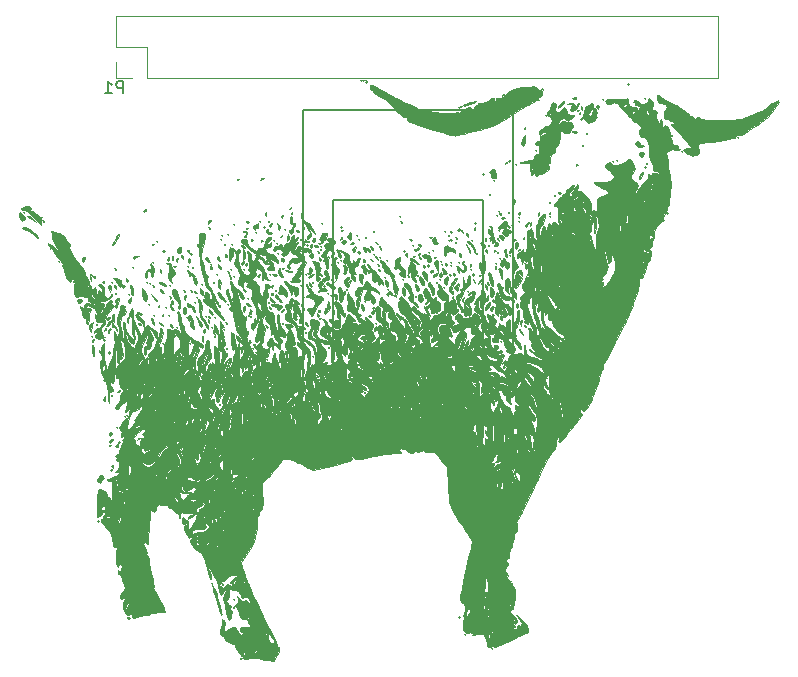
<source format=gbo>
G04 #@! TF.GenerationSoftware,KiCad,Pcbnew,(5.0.0-3-g5ebb6b6)*
G04 #@! TF.CreationDate,2018-10-04T16:31:17-06:00*
G04 #@! TF.ProjectId,Hallow,48616C6C6F772E6B696361645F706362,rev?*
G04 #@! TF.SameCoordinates,Original*
G04 #@! TF.FileFunction,Legend,Bot*
G04 #@! TF.FilePolarity,Positive*
%FSLAX46Y46*%
G04 Gerber Fmt 4.6, Leading zero omitted, Abs format (unit mm)*
G04 Created by KiCad (PCBNEW (5.0.0-3-g5ebb6b6)) date Thursday, October 04, 2018 at 04:31:17 PM*
%MOMM*%
%LPD*%
G01*
G04 APERTURE LIST*
%ADD10C,0.010000*%
%ADD11C,0.150000*%
%ADD12C,0.120000*%
G04 APERTURE END LIST*
D10*
G04 #@! TO.C,G\002A\002A\002A*
G36*
X219688332Y-121127049D02*
X219708792Y-121152128D01*
X219828120Y-121269551D01*
X219877042Y-121242487D01*
X219879734Y-121205458D01*
X219811874Y-121114530D01*
X219740758Y-121076520D01*
X219649355Y-121054810D01*
X219688332Y-121127049D01*
X219688332Y-121127049D01*
G37*
X219688332Y-121127049D02*
X219708792Y-121152128D01*
X219828120Y-121269551D01*
X219877042Y-121242487D01*
X219879734Y-121205458D01*
X219811874Y-121114530D01*
X219740758Y-121076520D01*
X219649355Y-121054810D01*
X219688332Y-121127049D01*
G36*
X213191067Y-122593400D02*
X213233400Y-122635733D01*
X213275734Y-122593400D01*
X213233400Y-122551067D01*
X213191067Y-122593400D01*
X213191067Y-122593400D01*
G37*
X213191067Y-122593400D02*
X213233400Y-122635733D01*
X213275734Y-122593400D01*
X213233400Y-122551067D01*
X213191067Y-122593400D01*
G36*
X224987956Y-122917955D02*
X224977823Y-123018435D01*
X224987956Y-123030844D01*
X225038290Y-123019222D01*
X225044400Y-122974400D01*
X225013422Y-122904710D01*
X224987956Y-122917955D01*
X224987956Y-122917955D01*
G37*
X224987956Y-122917955D02*
X224977823Y-123018435D01*
X224987956Y-123030844D01*
X225038290Y-123019222D01*
X225044400Y-122974400D01*
X225013422Y-122904710D01*
X224987956Y-122917955D01*
G36*
X223605067Y-123694067D02*
X223647400Y-123736400D01*
X223689734Y-123694067D01*
X223647400Y-123651733D01*
X223605067Y-123694067D01*
X223605067Y-123694067D01*
G37*
X223605067Y-123694067D02*
X223647400Y-123736400D01*
X223689734Y-123694067D01*
X223647400Y-123651733D01*
X223605067Y-123694067D01*
G36*
X216239067Y-124710067D02*
X216281400Y-124752400D01*
X216323734Y-124710067D01*
X216281400Y-124667733D01*
X216239067Y-124710067D01*
X216239067Y-124710067D01*
G37*
X216239067Y-124710067D02*
X216281400Y-124752400D01*
X216323734Y-124710067D01*
X216281400Y-124667733D01*
X216239067Y-124710067D01*
G36*
X236757504Y-124550270D02*
X236770734Y-124583067D01*
X236846816Y-124663837D01*
X236860397Y-124667733D01*
X236896763Y-124602227D01*
X236897734Y-124583067D01*
X236832646Y-124501653D01*
X236808070Y-124498400D01*
X236757504Y-124550270D01*
X236757504Y-124550270D01*
G37*
X236757504Y-124550270D02*
X236770734Y-124583067D01*
X236846816Y-124663837D01*
X236860397Y-124667733D01*
X236896763Y-124602227D01*
X236897734Y-124583067D01*
X236832646Y-124501653D01*
X236808070Y-124498400D01*
X236757504Y-124550270D01*
G36*
X222771942Y-124914153D02*
X222758400Y-125011397D01*
X222794820Y-125146241D01*
X222843067Y-125175733D01*
X222906173Y-125103127D01*
X222927734Y-124959070D01*
X222900858Y-124815019D01*
X222843067Y-124794733D01*
X222771942Y-124914153D01*
X222771942Y-124914153D01*
G37*
X222771942Y-124914153D02*
X222758400Y-125011397D01*
X222794820Y-125146241D01*
X222843067Y-125175733D01*
X222906173Y-125103127D01*
X222927734Y-124959070D01*
X222900858Y-124815019D01*
X222843067Y-124794733D01*
X222771942Y-124914153D01*
G36*
X223970297Y-125315090D02*
X223986067Y-125345067D01*
X224065841Y-125425923D01*
X224080727Y-125429733D01*
X224086504Y-125375043D01*
X224070734Y-125345067D01*
X223990960Y-125264210D01*
X223976074Y-125260400D01*
X223970297Y-125315090D01*
X223970297Y-125315090D01*
G37*
X223970297Y-125315090D02*
X223986067Y-125345067D01*
X224065841Y-125425923D01*
X224080727Y-125429733D01*
X224086504Y-125375043D01*
X224070734Y-125345067D01*
X223990960Y-125264210D01*
X223976074Y-125260400D01*
X223970297Y-125315090D01*
G36*
X237321067Y-126064733D02*
X237363400Y-126107067D01*
X237405734Y-126064733D01*
X237363400Y-126022400D01*
X237321067Y-126064733D01*
X237321067Y-126064733D01*
G37*
X237321067Y-126064733D02*
X237363400Y-126107067D01*
X237405734Y-126064733D01*
X237363400Y-126022400D01*
X237321067Y-126064733D01*
G36*
X228261734Y-126657400D02*
X228304067Y-126699733D01*
X228346400Y-126657400D01*
X228304067Y-126615067D01*
X228261734Y-126657400D01*
X228261734Y-126657400D01*
G37*
X228261734Y-126657400D02*
X228304067Y-126699733D01*
X228346400Y-126657400D01*
X228304067Y-126615067D01*
X228261734Y-126657400D01*
G36*
X228035956Y-126727955D02*
X228025823Y-126828435D01*
X228035956Y-126840844D01*
X228086290Y-126829222D01*
X228092400Y-126784400D01*
X228061422Y-126714710D01*
X228035956Y-126727955D01*
X228035956Y-126727955D01*
G37*
X228035956Y-126727955D02*
X228025823Y-126828435D01*
X228035956Y-126840844D01*
X228086290Y-126829222D01*
X228092400Y-126784400D01*
X228061422Y-126714710D01*
X228035956Y-126727955D01*
G36*
X223034706Y-126243525D02*
X223097067Y-126361067D01*
X223162821Y-126440409D01*
X223180151Y-126364150D01*
X223180437Y-126344897D01*
X223137294Y-126191810D01*
X223097067Y-126149400D01*
X223022275Y-126142568D01*
X223034706Y-126243525D01*
X223034706Y-126243525D01*
G37*
X223034706Y-126243525D02*
X223097067Y-126361067D01*
X223162821Y-126440409D01*
X223180151Y-126364150D01*
X223180437Y-126344897D01*
X223137294Y-126191810D01*
X223097067Y-126149400D01*
X223022275Y-126142568D01*
X223034706Y-126243525D01*
G36*
X223052985Y-126842329D02*
X223006173Y-127052979D01*
X222997940Y-127122536D01*
X222979488Y-127357580D01*
X222987323Y-127449082D01*
X223026123Y-127421449D01*
X223048628Y-127386946D01*
X223101641Y-127245768D01*
X223138513Y-127052827D01*
X223153503Y-126866802D01*
X223140868Y-126746372D01*
X223112683Y-126732416D01*
X223052985Y-126842329D01*
X223052985Y-126842329D01*
G37*
X223052985Y-126842329D02*
X223006173Y-127052979D01*
X222997940Y-127122536D01*
X222979488Y-127357580D01*
X222987323Y-127449082D01*
X223026123Y-127421449D01*
X223048628Y-127386946D01*
X223101641Y-127245768D01*
X223138513Y-127052827D01*
X223153503Y-126866802D01*
X223140868Y-126746372D01*
X223112683Y-126732416D01*
X223052985Y-126842329D01*
G36*
X215759289Y-127743955D02*
X215749156Y-127844435D01*
X215759289Y-127856844D01*
X215809624Y-127845222D01*
X215815734Y-127800400D01*
X215784756Y-127730710D01*
X215759289Y-127743955D01*
X215759289Y-127743955D01*
G37*
X215759289Y-127743955D02*
X215749156Y-127844435D01*
X215759289Y-127856844D01*
X215809624Y-127845222D01*
X215815734Y-127800400D01*
X215784756Y-127730710D01*
X215759289Y-127743955D01*
G36*
X208848857Y-130656008D02*
X208830734Y-130679067D01*
X208800933Y-130755216D01*
X208881037Y-130726536D01*
X208957734Y-130679067D01*
X209022824Y-130611098D01*
X208983897Y-130595696D01*
X208848857Y-130656008D01*
X208848857Y-130656008D01*
G37*
X208848857Y-130656008D02*
X208830734Y-130679067D01*
X208800933Y-130755216D01*
X208881037Y-130726536D01*
X208957734Y-130679067D01*
X209022824Y-130611098D01*
X208983897Y-130595696D01*
X208848857Y-130656008D01*
G36*
X213868400Y-132753400D02*
X213910734Y-132795733D01*
X213953067Y-132753400D01*
X213910734Y-132711067D01*
X213868400Y-132753400D01*
X213868400Y-132753400D01*
G37*
X213868400Y-132753400D02*
X213910734Y-132795733D01*
X213953067Y-132753400D01*
X213910734Y-132711067D01*
X213868400Y-132753400D01*
G36*
X215926964Y-142925757D02*
X215942734Y-142955733D01*
X216022508Y-143036590D01*
X216037394Y-143040400D01*
X216043171Y-142985710D01*
X216027400Y-142955733D01*
X215947626Y-142874876D01*
X215932740Y-142871067D01*
X215926964Y-142925757D01*
X215926964Y-142925757D01*
G37*
X215926964Y-142925757D02*
X215942734Y-142955733D01*
X216022508Y-143036590D01*
X216037394Y-143040400D01*
X216043171Y-142985710D01*
X216027400Y-142955733D01*
X215947626Y-142874876D01*
X215932740Y-142871067D01*
X215926964Y-142925757D01*
G36*
X227669067Y-100326067D02*
X227711400Y-100368400D01*
X227753734Y-100326067D01*
X227711400Y-100283733D01*
X227669067Y-100326067D01*
X227669067Y-100326067D01*
G37*
X227669067Y-100326067D02*
X227711400Y-100368400D01*
X227753734Y-100326067D01*
X227711400Y-100283733D01*
X227669067Y-100326067D01*
G36*
X227838400Y-100326067D02*
X227880734Y-100368400D01*
X227923067Y-100326067D01*
X227880734Y-100283733D01*
X227838400Y-100326067D01*
X227838400Y-100326067D01*
G37*
X227838400Y-100326067D02*
X227880734Y-100368400D01*
X227923067Y-100326067D01*
X227880734Y-100283733D01*
X227838400Y-100326067D01*
G36*
X228033012Y-100311960D02*
X228071761Y-100339982D01*
X228140456Y-100423224D01*
X228130265Y-100460298D01*
X228144176Y-100532990D01*
X228172070Y-100537733D01*
X228251589Y-100469236D01*
X228261734Y-100410733D01*
X228193037Y-100306780D01*
X228113567Y-100290417D01*
X228033012Y-100311960D01*
X228033012Y-100311960D01*
G37*
X228033012Y-100311960D02*
X228071761Y-100339982D01*
X228140456Y-100423224D01*
X228130265Y-100460298D01*
X228144176Y-100532990D01*
X228172070Y-100537733D01*
X228251589Y-100469236D01*
X228261734Y-100410733D01*
X228193037Y-100306780D01*
X228113567Y-100290417D01*
X228033012Y-100311960D01*
G36*
X250359734Y-100580067D02*
X250278963Y-100656149D01*
X250275067Y-100669730D01*
X250340573Y-100706096D01*
X250359734Y-100707067D01*
X250441147Y-100641979D01*
X250444400Y-100617403D01*
X250392531Y-100566837D01*
X250359734Y-100580067D01*
X250359734Y-100580067D01*
G37*
X250359734Y-100580067D02*
X250278963Y-100656149D01*
X250275067Y-100669730D01*
X250340573Y-100706096D01*
X250359734Y-100707067D01*
X250441147Y-100641979D01*
X250444400Y-100617403D01*
X250392531Y-100566837D01*
X250359734Y-100580067D01*
G36*
X239789482Y-101503315D02*
X239698589Y-101588565D01*
X239717234Y-101637576D01*
X239729070Y-101638400D01*
X239800683Y-101578263D01*
X239826819Y-101540651D01*
X239836798Y-101482714D01*
X239789482Y-101503315D01*
X239789482Y-101503315D01*
G37*
X239789482Y-101503315D02*
X239698589Y-101588565D01*
X239717234Y-101637576D01*
X239729070Y-101638400D01*
X239800683Y-101578263D01*
X239826819Y-101540651D01*
X239836798Y-101482714D01*
X239789482Y-101503315D01*
G36*
X251714400Y-101850067D02*
X251756734Y-101892400D01*
X251799067Y-101850067D01*
X251756734Y-101807733D01*
X251714400Y-101850067D01*
X251714400Y-101850067D01*
G37*
X251714400Y-101850067D02*
X251756734Y-101892400D01*
X251799067Y-101850067D01*
X251756734Y-101807733D01*
X251714400Y-101850067D01*
G36*
X245742483Y-101787358D02*
X245646712Y-101857016D01*
X245701789Y-101905781D01*
X245733422Y-101918421D01*
X245875447Y-101919578D01*
X245920501Y-101883069D01*
X245941794Y-101770602D01*
X245846797Y-101746453D01*
X245742483Y-101787358D01*
X245742483Y-101787358D01*
G37*
X245742483Y-101787358D02*
X245646712Y-101857016D01*
X245701789Y-101905781D01*
X245733422Y-101918421D01*
X245875447Y-101919578D01*
X245920501Y-101883069D01*
X245941794Y-101770602D01*
X245846797Y-101746453D01*
X245742483Y-101787358D01*
G36*
X248158400Y-101934733D02*
X248200734Y-101977067D01*
X248243067Y-101934733D01*
X248200734Y-101892400D01*
X248158400Y-101934733D01*
X248158400Y-101934733D01*
G37*
X248158400Y-101934733D02*
X248200734Y-101977067D01*
X248243067Y-101934733D01*
X248200734Y-101892400D01*
X248158400Y-101934733D01*
G36*
X237405734Y-102079273D02*
X237256845Y-102128621D01*
X237012070Y-102209353D01*
X236834234Y-102267872D01*
X236590687Y-102353789D01*
X236429234Y-102421951D01*
X236389734Y-102449538D01*
X236459474Y-102477263D01*
X236672747Y-102438408D01*
X236977502Y-102350361D01*
X237223303Y-102258981D01*
X237403323Y-102166502D01*
X237443169Y-102134604D01*
X237481112Y-102066578D01*
X237405734Y-102079273D01*
X237405734Y-102079273D01*
G37*
X237405734Y-102079273D02*
X237256845Y-102128621D01*
X237012070Y-102209353D01*
X236834234Y-102267872D01*
X236590687Y-102353789D01*
X236429234Y-102421951D01*
X236389734Y-102449538D01*
X236459474Y-102477263D01*
X236672747Y-102438408D01*
X236977502Y-102350361D01*
X237223303Y-102258981D01*
X237403323Y-102166502D01*
X237443169Y-102134604D01*
X237481112Y-102066578D01*
X237405734Y-102079273D01*
G36*
X236163956Y-102513289D02*
X236175578Y-102563623D01*
X236220400Y-102569733D01*
X236290091Y-102538755D01*
X236276845Y-102513289D01*
X236176365Y-102503156D01*
X236163956Y-102513289D01*
X236163956Y-102513289D01*
G37*
X236163956Y-102513289D02*
X236175578Y-102563623D01*
X236220400Y-102569733D01*
X236290091Y-102538755D01*
X236276845Y-102513289D01*
X236176365Y-102503156D01*
X236163956Y-102513289D01*
G36*
X235966400Y-102612067D02*
X236008734Y-102654400D01*
X236051067Y-102612067D01*
X236008734Y-102569733D01*
X235966400Y-102612067D01*
X235966400Y-102612067D01*
G37*
X235966400Y-102612067D02*
X236008734Y-102654400D01*
X236051067Y-102612067D01*
X236008734Y-102569733D01*
X235966400Y-102612067D01*
G36*
X244822949Y-102117247D02*
X244669463Y-102227713D01*
X244524620Y-102382836D01*
X244439411Y-102534303D01*
X244433067Y-102574454D01*
X244439204Y-102633648D01*
X244479612Y-102631362D01*
X244587287Y-102550483D01*
X244757453Y-102406211D01*
X244929423Y-102235468D01*
X244962799Y-102130524D01*
X244934085Y-102099752D01*
X244822949Y-102117247D01*
X244822949Y-102117247D01*
G37*
X244822949Y-102117247D02*
X244669463Y-102227713D01*
X244524620Y-102382836D01*
X244439411Y-102534303D01*
X244433067Y-102574454D01*
X244439204Y-102633648D01*
X244479612Y-102631362D01*
X244587287Y-102550483D01*
X244757453Y-102406211D01*
X244929423Y-102235468D01*
X244962799Y-102130524D01*
X244934085Y-102099752D01*
X244822949Y-102117247D01*
G36*
X247673972Y-102470986D02*
X247650400Y-102569733D01*
X247692772Y-102717233D01*
X247798188Y-102722032D01*
X247847956Y-102682622D01*
X247904941Y-102547019D01*
X247855974Y-102428832D01*
X247777400Y-102400400D01*
X247673972Y-102470986D01*
X247673972Y-102470986D01*
G37*
X247673972Y-102470986D02*
X247650400Y-102569733D01*
X247692772Y-102717233D01*
X247798188Y-102722032D01*
X247847956Y-102682622D01*
X247904941Y-102547019D01*
X247855974Y-102428832D01*
X247777400Y-102400400D01*
X247673972Y-102470986D01*
G36*
X236865186Y-102597886D02*
X236691052Y-102699426D01*
X236592231Y-102784368D01*
X236622736Y-102817894D01*
X236796885Y-102823733D01*
X237005454Y-102790384D01*
X237067067Y-102696733D01*
X237011759Y-102587824D01*
X236865186Y-102597886D01*
X236865186Y-102597886D01*
G37*
X236865186Y-102597886D02*
X236691052Y-102699426D01*
X236592231Y-102784368D01*
X236622736Y-102817894D01*
X236796885Y-102823733D01*
X237005454Y-102790384D01*
X237067067Y-102696733D01*
X237011759Y-102587824D01*
X236865186Y-102597886D01*
G36*
X246069956Y-102851955D02*
X246081578Y-102902290D01*
X246126400Y-102908400D01*
X246196091Y-102877422D01*
X246182845Y-102851955D01*
X246082365Y-102841822D01*
X246069956Y-102851955D01*
X246069956Y-102851955D01*
G37*
X246069956Y-102851955D02*
X246081578Y-102902290D01*
X246126400Y-102908400D01*
X246196091Y-102877422D01*
X246182845Y-102851955D01*
X246082365Y-102841822D01*
X246069956Y-102851955D01*
G36*
X246363267Y-102533020D02*
X246351048Y-102670116D01*
X246376390Y-102775780D01*
X246440876Y-102874122D01*
X246482201Y-102860447D01*
X246494420Y-102723350D01*
X246469078Y-102617686D01*
X246404592Y-102519344D01*
X246363267Y-102533020D01*
X246363267Y-102533020D01*
G37*
X246363267Y-102533020D02*
X246351048Y-102670116D01*
X246376390Y-102775780D01*
X246440876Y-102874122D01*
X246482201Y-102860447D01*
X246494420Y-102723350D01*
X246469078Y-102617686D01*
X246404592Y-102519344D01*
X246363267Y-102533020D01*
G36*
X245406734Y-102234231D02*
X245152734Y-102295699D01*
X245385567Y-102305716D01*
X245567848Y-102344803D01*
X245607928Y-102454176D01*
X245514687Y-102653435D01*
X245454597Y-102829098D01*
X245521062Y-102918267D01*
X245685578Y-102902493D01*
X245807066Y-102842682D01*
X245945690Y-102722640D01*
X246067304Y-102561159D01*
X246150648Y-102400474D01*
X246174463Y-102282822D01*
X246117491Y-102250436D01*
X246103033Y-102254695D01*
X246028585Y-102355877D01*
X246025349Y-102451517D01*
X246025237Y-102538431D01*
X245962867Y-102505919D01*
X245856015Y-102392415D01*
X245688389Y-102243446D01*
X245518141Y-102213750D01*
X245406734Y-102234231D01*
X245406734Y-102234231D01*
G37*
X245406734Y-102234231D02*
X245152734Y-102295699D01*
X245385567Y-102305716D01*
X245567848Y-102344803D01*
X245607928Y-102454176D01*
X245514687Y-102653435D01*
X245454597Y-102829098D01*
X245521062Y-102918267D01*
X245685578Y-102902493D01*
X245807066Y-102842682D01*
X245945690Y-102722640D01*
X246067304Y-102561159D01*
X246150648Y-102400474D01*
X246174463Y-102282822D01*
X246117491Y-102250436D01*
X246103033Y-102254695D01*
X246028585Y-102355877D01*
X246025349Y-102451517D01*
X246025237Y-102538431D01*
X245962867Y-102505919D01*
X245856015Y-102392415D01*
X245688389Y-102243446D01*
X245518141Y-102213750D01*
X245406734Y-102234231D01*
G36*
X246237897Y-103061858D02*
X246227803Y-103194182D01*
X246244581Y-103224136D01*
X246283063Y-103198885D01*
X246289050Y-103113011D01*
X246268372Y-103022669D01*
X246237897Y-103061858D01*
X246237897Y-103061858D01*
G37*
X246237897Y-103061858D02*
X246227803Y-103194182D01*
X246244581Y-103224136D01*
X246283063Y-103198885D01*
X246289050Y-103113011D01*
X246268372Y-103022669D01*
X246237897Y-103061858D01*
G36*
X243332400Y-103289400D02*
X243374734Y-103331733D01*
X243417067Y-103289400D01*
X243374734Y-103247067D01*
X243332400Y-103289400D01*
X243332400Y-103289400D01*
G37*
X243332400Y-103289400D02*
X243374734Y-103331733D01*
X243417067Y-103289400D01*
X243374734Y-103247067D01*
X243332400Y-103289400D01*
G36*
X247176677Y-102348531D02*
X247060312Y-102454721D01*
X246921675Y-102485067D01*
X246765808Y-102523206D01*
X246719427Y-102668536D01*
X246719067Y-102692749D01*
X246662854Y-103004933D01*
X246518960Y-103337081D01*
X246393240Y-103522233D01*
X246329285Y-103636512D01*
X246360223Y-103670400D01*
X246468342Y-103603748D01*
X246483688Y-103572204D01*
X246549738Y-103516576D01*
X246681243Y-103569630D01*
X246780682Y-103643415D01*
X246772200Y-103667825D01*
X246755744Y-103721652D01*
X246803734Y-103797400D01*
X246979475Y-103905375D01*
X247221877Y-103872351D01*
X247396400Y-103790347D01*
X247521533Y-103707880D01*
X247530054Y-103671702D01*
X247528385Y-103671648D01*
X247523445Y-103630641D01*
X247609856Y-103552562D01*
X247717785Y-103443808D01*
X247686711Y-103335222D01*
X247658004Y-103298562D01*
X247593824Y-103189322D01*
X247645739Y-103162400D01*
X247704309Y-103101889D01*
X247685688Y-102959656D01*
X247612857Y-102807028D01*
X247395739Y-102807028D01*
X247391710Y-102962133D01*
X247350812Y-103131211D01*
X247294800Y-103230133D01*
X247139361Y-103325971D01*
X247028810Y-103259061D01*
X247006197Y-103211279D01*
X247030649Y-103085431D01*
X247133568Y-102919295D01*
X247264104Y-102781901D01*
X247354067Y-102739067D01*
X247395739Y-102807028D01*
X247612857Y-102807028D01*
X247606949Y-102794649D01*
X247506373Y-102681200D01*
X247423250Y-102562553D01*
X247429323Y-102500293D01*
X247415481Y-102387713D01*
X247354137Y-102315791D01*
X247243090Y-102259554D01*
X247176677Y-102348531D01*
X247176677Y-102348531D01*
G37*
X247176677Y-102348531D02*
X247060312Y-102454721D01*
X246921675Y-102485067D01*
X246765808Y-102523206D01*
X246719427Y-102668536D01*
X246719067Y-102692749D01*
X246662854Y-103004933D01*
X246518960Y-103337081D01*
X246393240Y-103522233D01*
X246329285Y-103636512D01*
X246360223Y-103670400D01*
X246468342Y-103603748D01*
X246483688Y-103572204D01*
X246549738Y-103516576D01*
X246681243Y-103569630D01*
X246780682Y-103643415D01*
X246772200Y-103667825D01*
X246755744Y-103721652D01*
X246803734Y-103797400D01*
X246979475Y-103905375D01*
X247221877Y-103872351D01*
X247396400Y-103790347D01*
X247521533Y-103707880D01*
X247530054Y-103671702D01*
X247528385Y-103671648D01*
X247523445Y-103630641D01*
X247609856Y-103552562D01*
X247717785Y-103443808D01*
X247686711Y-103335222D01*
X247658004Y-103298562D01*
X247593824Y-103189322D01*
X247645739Y-103162400D01*
X247704309Y-103101889D01*
X247685688Y-102959656D01*
X247612857Y-102807028D01*
X247395739Y-102807028D01*
X247391710Y-102962133D01*
X247350812Y-103131211D01*
X247294800Y-103230133D01*
X247139361Y-103325971D01*
X247028810Y-103259061D01*
X247006197Y-103211279D01*
X247030649Y-103085431D01*
X247133568Y-102919295D01*
X247264104Y-102781901D01*
X247354067Y-102739067D01*
X247395739Y-102807028D01*
X247612857Y-102807028D01*
X247606949Y-102794649D01*
X247506373Y-102681200D01*
X247423250Y-102562553D01*
X247429323Y-102500293D01*
X247415481Y-102387713D01*
X247354137Y-102315791D01*
X247243090Y-102259554D01*
X247176677Y-102348531D01*
G36*
X241581230Y-104331858D02*
X241571137Y-104464182D01*
X241587914Y-104494136D01*
X241626396Y-104468885D01*
X241632383Y-104383011D01*
X241611706Y-104292669D01*
X241581230Y-104331858D01*
X241581230Y-104331858D01*
G37*
X241581230Y-104331858D02*
X241571137Y-104464182D01*
X241587914Y-104494136D01*
X241626396Y-104468885D01*
X241632383Y-104383011D01*
X241611706Y-104292669D01*
X241581230Y-104331858D01*
G36*
X245657067Y-104623505D02*
X245618400Y-104670641D01*
X245690827Y-104744749D01*
X245833423Y-104792430D01*
X245991070Y-104795248D01*
X246017291Y-104738800D01*
X245931105Y-104659135D01*
X245785416Y-104616326D01*
X245657067Y-104623505D01*
X245657067Y-104623505D01*
G37*
X245657067Y-104623505D02*
X245618400Y-104670641D01*
X245690827Y-104744749D01*
X245833423Y-104792430D01*
X245991070Y-104795248D01*
X246017291Y-104738800D01*
X245931105Y-104659135D01*
X245785416Y-104616326D01*
X245657067Y-104623505D01*
G36*
X246831956Y-104799289D02*
X246821823Y-104899768D01*
X246831956Y-104912178D01*
X246882290Y-104900555D01*
X246888400Y-104855733D01*
X246857422Y-104786043D01*
X246831956Y-104799289D01*
X246831956Y-104799289D01*
G37*
X246831956Y-104799289D02*
X246821823Y-104899768D01*
X246831956Y-104912178D01*
X246882290Y-104900555D01*
X246888400Y-104855733D01*
X246857422Y-104786043D01*
X246831956Y-104799289D01*
G36*
X228499423Y-100768661D02*
X228489926Y-100796610D01*
X228494873Y-100985671D01*
X228524815Y-101057527D01*
X228587452Y-101125180D01*
X228599104Y-101108989D01*
X228649881Y-101128866D01*
X228778992Y-101248114D01*
X228893327Y-101369480D01*
X229143356Y-101591224D01*
X229425714Y-101764653D01*
X229526758Y-101806091D01*
X229750102Y-101908746D01*
X229894396Y-102028690D01*
X229913602Y-102064470D01*
X230005181Y-102190594D01*
X230193205Y-102363681D01*
X230366994Y-102495936D01*
X230581202Y-102662015D01*
X230719277Y-102799936D01*
X230750261Y-102866067D01*
X230796593Y-102972003D01*
X230943737Y-103121219D01*
X231143102Y-103277287D01*
X231346099Y-103403777D01*
X231504139Y-103464262D01*
X231544563Y-103461561D01*
X231630020Y-103464816D01*
X231618216Y-103542271D01*
X231615315Y-103640460D01*
X231695346Y-103738454D01*
X231875094Y-103844506D01*
X232171344Y-103966867D01*
X232600880Y-104113791D01*
X233091589Y-104266661D01*
X233625653Y-104427629D01*
X234145389Y-104582462D01*
X234626233Y-104724032D01*
X235043623Y-104845208D01*
X235372996Y-104938860D01*
X235589792Y-104997859D01*
X235669447Y-105015073D01*
X235669472Y-105014974D01*
X235745262Y-104993877D01*
X235941992Y-104949037D01*
X236178067Y-104898408D01*
X236459400Y-104835916D01*
X236853253Y-104743756D01*
X237308083Y-104634185D01*
X237772348Y-104519461D01*
X237786734Y-104515854D01*
X238216724Y-104404487D01*
X238559071Y-104302769D01*
X238857373Y-104191799D01*
X239155229Y-104052680D01*
X239496236Y-103866511D01*
X239923994Y-103614393D01*
X240072734Y-103524895D01*
X240485804Y-103273166D01*
X240857987Y-103041505D01*
X241160327Y-102848308D01*
X241363868Y-102711968D01*
X241427400Y-102664356D01*
X241599542Y-102547810D01*
X241858864Y-102405648D01*
X242041234Y-102318076D01*
X242281254Y-102198556D01*
X242442649Y-102096766D01*
X242485734Y-102047260D01*
X242557188Y-101991325D01*
X242665434Y-101977067D01*
X242787745Y-101958530D01*
X242763180Y-101879505D01*
X242739734Y-101850067D01*
X242684792Y-101752072D01*
X242773538Y-101723604D01*
X242809037Y-101723067D01*
X242941970Y-101709028D01*
X243021371Y-101639150D01*
X243075756Y-101471790D01*
X243113450Y-101278567D01*
X243133143Y-101052601D01*
X243090130Y-100961898D01*
X243082237Y-100961067D01*
X243003741Y-101029582D01*
X242993734Y-101088067D01*
X242952070Y-101202370D01*
X242840755Y-101177746D01*
X242682379Y-101021214D01*
X242593852Y-100928484D01*
X242484450Y-100871611D01*
X242322256Y-100848171D01*
X242075352Y-100855742D01*
X241711818Y-100891901D01*
X241427400Y-100925945D01*
X240951458Y-101009223D01*
X240573537Y-101143682D01*
X240223742Y-101358627D01*
X240029802Y-101511900D01*
X239766512Y-101704870D01*
X239554424Y-101787413D01*
X239402664Y-101791489D01*
X239222957Y-101788947D01*
X239163393Y-101854903D01*
X239169457Y-101965155D01*
X239162996Y-102103921D01*
X239105957Y-102108325D01*
X239021589Y-101981438D01*
X239014400Y-101929736D01*
X238986011Y-101820084D01*
X238963964Y-101807733D01*
X238848322Y-101848864D01*
X238664995Y-101946026D01*
X238480986Y-102059874D01*
X238363297Y-102151065D01*
X238351178Y-102167567D01*
X238256800Y-102208000D01*
X238057113Y-102229825D01*
X237991345Y-102231067D01*
X237781875Y-102248930D01*
X237667137Y-102293449D01*
X237659734Y-102310028D01*
X237589676Y-102395284D01*
X237484277Y-102444677D01*
X237361300Y-102531867D01*
X237351583Y-102611802D01*
X237318170Y-102722781D01*
X237160360Y-102817214D01*
X236923087Y-102879487D01*
X236651284Y-102893982D01*
X236563144Y-102885818D01*
X236324560Y-102874305D01*
X236205138Y-102929187D01*
X236182713Y-102969157D01*
X236070061Y-103059346D01*
X235965456Y-103052954D01*
X235808072Y-103050032D01*
X235749009Y-103086996D01*
X235655847Y-103119785D01*
X235425588Y-103129688D01*
X235050210Y-103116459D01*
X234521692Y-103079854D01*
X233976734Y-103032984D01*
X233455153Y-102963925D01*
X232971328Y-102860451D01*
X232579400Y-102735181D01*
X232452734Y-102677821D01*
X231846701Y-102369095D01*
X231349330Y-102126406D01*
X230970557Y-101954292D01*
X230720315Y-101857294D01*
X230614230Y-101837698D01*
X230553112Y-101842041D01*
X230571015Y-101828430D01*
X230539964Y-101773329D01*
X230391982Y-101667990D01*
X230217198Y-101567139D01*
X229934199Y-101414661D01*
X229574298Y-101219903D01*
X229209234Y-101021696D01*
X229162899Y-100996482D01*
X228851854Y-100831873D01*
X228657158Y-100744843D01*
X228549463Y-100726678D01*
X228499423Y-100768661D01*
X228499423Y-100768661D01*
G37*
X228499423Y-100768661D02*
X228489926Y-100796610D01*
X228494873Y-100985671D01*
X228524815Y-101057527D01*
X228587452Y-101125180D01*
X228599104Y-101108989D01*
X228649881Y-101128866D01*
X228778992Y-101248114D01*
X228893327Y-101369480D01*
X229143356Y-101591224D01*
X229425714Y-101764653D01*
X229526758Y-101806091D01*
X229750102Y-101908746D01*
X229894396Y-102028690D01*
X229913602Y-102064470D01*
X230005181Y-102190594D01*
X230193205Y-102363681D01*
X230366994Y-102495936D01*
X230581202Y-102662015D01*
X230719277Y-102799936D01*
X230750261Y-102866067D01*
X230796593Y-102972003D01*
X230943737Y-103121219D01*
X231143102Y-103277287D01*
X231346099Y-103403777D01*
X231504139Y-103464262D01*
X231544563Y-103461561D01*
X231630020Y-103464816D01*
X231618216Y-103542271D01*
X231615315Y-103640460D01*
X231695346Y-103738454D01*
X231875094Y-103844506D01*
X232171344Y-103966867D01*
X232600880Y-104113791D01*
X233091589Y-104266661D01*
X233625653Y-104427629D01*
X234145389Y-104582462D01*
X234626233Y-104724032D01*
X235043623Y-104845208D01*
X235372996Y-104938860D01*
X235589792Y-104997859D01*
X235669447Y-105015073D01*
X235669472Y-105014974D01*
X235745262Y-104993877D01*
X235941992Y-104949037D01*
X236178067Y-104898408D01*
X236459400Y-104835916D01*
X236853253Y-104743756D01*
X237308083Y-104634185D01*
X237772348Y-104519461D01*
X237786734Y-104515854D01*
X238216724Y-104404487D01*
X238559071Y-104302769D01*
X238857373Y-104191799D01*
X239155229Y-104052680D01*
X239496236Y-103866511D01*
X239923994Y-103614393D01*
X240072734Y-103524895D01*
X240485804Y-103273166D01*
X240857987Y-103041505D01*
X241160327Y-102848308D01*
X241363868Y-102711968D01*
X241427400Y-102664356D01*
X241599542Y-102547810D01*
X241858864Y-102405648D01*
X242041234Y-102318076D01*
X242281254Y-102198556D01*
X242442649Y-102096766D01*
X242485734Y-102047260D01*
X242557188Y-101991325D01*
X242665434Y-101977067D01*
X242787745Y-101958530D01*
X242763180Y-101879505D01*
X242739734Y-101850067D01*
X242684792Y-101752072D01*
X242773538Y-101723604D01*
X242809037Y-101723067D01*
X242941970Y-101709028D01*
X243021371Y-101639150D01*
X243075756Y-101471790D01*
X243113450Y-101278567D01*
X243133143Y-101052601D01*
X243090130Y-100961898D01*
X243082237Y-100961067D01*
X243003741Y-101029582D01*
X242993734Y-101088067D01*
X242952070Y-101202370D01*
X242840755Y-101177746D01*
X242682379Y-101021214D01*
X242593852Y-100928484D01*
X242484450Y-100871611D01*
X242322256Y-100848171D01*
X242075352Y-100855742D01*
X241711818Y-100891901D01*
X241427400Y-100925945D01*
X240951458Y-101009223D01*
X240573537Y-101143682D01*
X240223742Y-101358627D01*
X240029802Y-101511900D01*
X239766512Y-101704870D01*
X239554424Y-101787413D01*
X239402664Y-101791489D01*
X239222957Y-101788947D01*
X239163393Y-101854903D01*
X239169457Y-101965155D01*
X239162996Y-102103921D01*
X239105957Y-102108325D01*
X239021589Y-101981438D01*
X239014400Y-101929736D01*
X238986011Y-101820084D01*
X238963964Y-101807733D01*
X238848322Y-101848864D01*
X238664995Y-101946026D01*
X238480986Y-102059874D01*
X238363297Y-102151065D01*
X238351178Y-102167567D01*
X238256800Y-102208000D01*
X238057113Y-102229825D01*
X237991345Y-102231067D01*
X237781875Y-102248930D01*
X237667137Y-102293449D01*
X237659734Y-102310028D01*
X237589676Y-102395284D01*
X237484277Y-102444677D01*
X237361300Y-102531867D01*
X237351583Y-102611802D01*
X237318170Y-102722781D01*
X237160360Y-102817214D01*
X236923087Y-102879487D01*
X236651284Y-102893982D01*
X236563144Y-102885818D01*
X236324560Y-102874305D01*
X236205138Y-102929187D01*
X236182713Y-102969157D01*
X236070061Y-103059346D01*
X235965456Y-103052954D01*
X235808072Y-103050032D01*
X235749009Y-103086996D01*
X235655847Y-103119785D01*
X235425588Y-103129688D01*
X235050210Y-103116459D01*
X234521692Y-103079854D01*
X233976734Y-103032984D01*
X233455153Y-102963925D01*
X232971328Y-102860451D01*
X232579400Y-102735181D01*
X232452734Y-102677821D01*
X231846701Y-102369095D01*
X231349330Y-102126406D01*
X230970557Y-101954292D01*
X230720315Y-101857294D01*
X230614230Y-101837698D01*
X230553112Y-101842041D01*
X230571015Y-101828430D01*
X230539964Y-101773329D01*
X230391982Y-101667990D01*
X230217198Y-101567139D01*
X229934199Y-101414661D01*
X229574298Y-101219903D01*
X229209234Y-101021696D01*
X229162899Y-100996482D01*
X228851854Y-100831873D01*
X228657158Y-100744843D01*
X228549463Y-100726678D01*
X228499423Y-100768661D01*
G36*
X254028623Y-104968622D02*
X254018490Y-105069102D01*
X254028623Y-105081511D01*
X254078957Y-105069889D01*
X254085067Y-105025067D01*
X254054089Y-104955376D01*
X254028623Y-104968622D01*
X254028623Y-104968622D01*
G37*
X254028623Y-104968622D02*
X254018490Y-105069102D01*
X254028623Y-105081511D01*
X254078957Y-105069889D01*
X254085067Y-105025067D01*
X254054089Y-104955376D01*
X254028623Y-104968622D01*
G36*
X259588400Y-105152067D02*
X259630734Y-105194400D01*
X259673067Y-105152067D01*
X259630734Y-105109733D01*
X259588400Y-105152067D01*
X259588400Y-105152067D01*
G37*
X259588400Y-105152067D02*
X259630734Y-105194400D01*
X259673067Y-105152067D01*
X259630734Y-105109733D01*
X259588400Y-105152067D01*
G36*
X241469734Y-105236733D02*
X241354172Y-105463215D01*
X241301293Y-105669350D01*
X241300958Y-105681233D01*
X241353427Y-105833642D01*
X241467632Y-105865144D01*
X241576945Y-105762591D01*
X241587675Y-105737808D01*
X241622247Y-105565234D01*
X241638351Y-105321868D01*
X241638509Y-105293308D01*
X241637951Y-104982733D01*
X241469734Y-105236733D01*
X241469734Y-105236733D01*
G37*
X241469734Y-105236733D02*
X241354172Y-105463215D01*
X241301293Y-105669350D01*
X241300958Y-105681233D01*
X241353427Y-105833642D01*
X241467632Y-105865144D01*
X241576945Y-105762591D01*
X241587675Y-105737808D01*
X241622247Y-105565234D01*
X241638351Y-105321868D01*
X241638509Y-105293308D01*
X241637951Y-104982733D01*
X241469734Y-105236733D01*
G36*
X246493289Y-105815289D02*
X246483156Y-105915768D01*
X246493289Y-105928178D01*
X246543624Y-105916555D01*
X246549734Y-105871733D01*
X246518756Y-105802043D01*
X246493289Y-105815289D01*
X246493289Y-105815289D01*
G37*
X246493289Y-105815289D02*
X246483156Y-105915768D01*
X246493289Y-105928178D01*
X246543624Y-105916555D01*
X246549734Y-105871733D01*
X246518756Y-105802043D01*
X246493289Y-105815289D01*
G36*
X251052797Y-105565718D02*
X250965173Y-105678057D01*
X250999249Y-105773344D01*
X251082088Y-105854340D01*
X251319970Y-105969177D01*
X251481567Y-105975380D01*
X251650652Y-105928587D01*
X251714400Y-105866109D01*
X251642495Y-105788200D01*
X251466204Y-105773412D01*
X251439234Y-105777040D01*
X251382479Y-105718555D01*
X251375734Y-105665063D01*
X251318980Y-105513590D01*
X251184130Y-105485494D01*
X251052797Y-105565718D01*
X251052797Y-105565718D01*
G37*
X251052797Y-105565718D02*
X250965173Y-105678057D01*
X250999249Y-105773344D01*
X251082088Y-105854340D01*
X251319970Y-105969177D01*
X251481567Y-105975380D01*
X251650652Y-105928587D01*
X251714400Y-105866109D01*
X251642495Y-105788200D01*
X251466204Y-105773412D01*
X251439234Y-105777040D01*
X251382479Y-105718555D01*
X251375734Y-105665063D01*
X251318980Y-105513590D01*
X251184130Y-105485494D01*
X251052797Y-105565718D01*
G36*
X242485734Y-106252733D02*
X242528067Y-106295067D01*
X242570400Y-106252733D01*
X242528067Y-106210400D01*
X242485734Y-106252733D01*
X242485734Y-106252733D01*
G37*
X242485734Y-106252733D02*
X242528067Y-106295067D01*
X242570400Y-106252733D01*
X242528067Y-106210400D01*
X242485734Y-106252733D01*
G36*
X254847067Y-106337400D02*
X254889400Y-106379733D01*
X254931734Y-106337400D01*
X254889400Y-106295067D01*
X254847067Y-106337400D01*
X254847067Y-106337400D01*
G37*
X254847067Y-106337400D02*
X254889400Y-106379733D01*
X254931734Y-106337400D01*
X254889400Y-106295067D01*
X254847067Y-106337400D01*
G36*
X252839465Y-101610252D02*
X252829285Y-101787470D01*
X252850946Y-101930103D01*
X252898140Y-102108512D01*
X252984517Y-102215940D01*
X253153109Y-102281487D01*
X253446949Y-102334251D01*
X253449095Y-102334576D01*
X253601566Y-102424534D01*
X253647305Y-102586163D01*
X253569908Y-102747905D01*
X253548129Y-102766626D01*
X253444686Y-102930927D01*
X253392685Y-103172292D01*
X253405837Y-103402710D01*
X253437017Y-103479951D01*
X253568649Y-103569226D01*
X253666731Y-103585733D01*
X253801619Y-103619288D01*
X253831067Y-103663673D01*
X253904069Y-103734187D01*
X254080247Y-103796323D01*
X254085806Y-103797562D01*
X254259489Y-103870561D01*
X254275384Y-103952388D01*
X254138355Y-104004786D01*
X254058904Y-104009099D01*
X253982396Y-104025897D01*
X253992829Y-104090347D01*
X254103392Y-104223590D01*
X254327276Y-104446768D01*
X254339067Y-104458147D01*
X254581204Y-104700755D01*
X254849066Y-104983596D01*
X255117279Y-105277956D01*
X255360472Y-105555125D01*
X255553272Y-105786390D01*
X255670308Y-105943039D01*
X255693734Y-105991121D01*
X255619088Y-106032999D01*
X255432473Y-106079571D01*
X255355067Y-106093220D01*
X255143416Y-106142694D01*
X255025290Y-106200650D01*
X255016400Y-106218169D01*
X255083903Y-106313838D01*
X255249660Y-106445837D01*
X255458548Y-106578740D01*
X255655441Y-106677123D01*
X255776888Y-106706870D01*
X255965163Y-106681434D01*
X256091898Y-106659172D01*
X256262073Y-106566551D01*
X256327859Y-106467156D01*
X256349040Y-106240546D01*
X256313921Y-105973031D01*
X256247574Y-105792741D01*
X256233849Y-105761939D01*
X256248278Y-105735263D01*
X256310920Y-105708798D01*
X256441828Y-105678630D01*
X256661059Y-105640844D01*
X256988670Y-105591527D01*
X257444716Y-105526764D01*
X258022067Y-105446412D01*
X258470864Y-105379489D01*
X258861581Y-105312467D01*
X259162664Y-105251438D01*
X259342563Y-105202489D01*
X259376734Y-105184945D01*
X259399226Y-105133790D01*
X259313234Y-105156109D01*
X259189876Y-105163405D01*
X259165067Y-105118792D01*
X259237909Y-105050125D01*
X259391889Y-105025067D01*
X259635368Y-105000960D01*
X259905301Y-104920586D01*
X260227475Y-104771864D01*
X260627677Y-104542713D01*
X261131695Y-104221052D01*
X261189305Y-104182997D01*
X261633875Y-103879360D01*
X261964341Y-103628153D01*
X262214793Y-103399873D01*
X262419320Y-103165020D01*
X262515376Y-103035400D01*
X262712809Y-102762474D01*
X262889096Y-102528397D01*
X263007172Y-102382341D01*
X263009971Y-102379233D01*
X263133900Y-102184431D01*
X263099471Y-102048183D01*
X263068891Y-102025059D01*
X262959662Y-102040816D01*
X262761426Y-102130250D01*
X262520466Y-102265207D01*
X262283066Y-102417530D01*
X262095511Y-102559064D01*
X262004085Y-102661654D01*
X262001400Y-102674436D01*
X261925323Y-102766997D01*
X261716013Y-102897298D01*
X261401858Y-103052545D01*
X261011242Y-103219944D01*
X260572552Y-103386701D01*
X260114172Y-103540022D01*
X260011734Y-103571208D01*
X259698923Y-103635892D01*
X259278244Y-103682793D01*
X258786520Y-103712016D01*
X258260574Y-103723667D01*
X257737227Y-103717849D01*
X257253302Y-103694667D01*
X256845621Y-103654228D01*
X256711796Y-103628067D01*
X254000400Y-103628067D01*
X253958067Y-103670400D01*
X253915734Y-103628067D01*
X253958067Y-103585733D01*
X254000400Y-103628067D01*
X256711796Y-103628067D01*
X256551006Y-103596635D01*
X256456897Y-103561077D01*
X256412763Y-103543400D01*
X256286400Y-103543400D01*
X256244067Y-103585733D01*
X256201734Y-103543400D01*
X256244067Y-103501067D01*
X256286400Y-103543400D01*
X256412763Y-103543400D01*
X256246881Y-103476960D01*
X256138499Y-103486326D01*
X256132342Y-103497577D01*
X256041138Y-103581320D01*
X255921667Y-103559178D01*
X255863067Y-103448858D01*
X255813267Y-103351120D01*
X255687046Y-103358014D01*
X255556873Y-103362168D01*
X255550995Y-103299884D01*
X255511153Y-103197584D01*
X255398465Y-103120067D01*
X255101067Y-103120067D01*
X255058734Y-103162400D01*
X255016400Y-103120067D01*
X255058734Y-103077733D01*
X255101067Y-103120067D01*
X255398465Y-103120067D01*
X255359806Y-103093474D01*
X255351617Y-103089778D01*
X255144279Y-102967744D01*
X254897266Y-102781940D01*
X254793790Y-102692116D01*
X254586849Y-102523683D01*
X254413016Y-102418303D01*
X254350534Y-102400400D01*
X254200558Y-102356980D01*
X253958906Y-102244529D01*
X253673568Y-102089759D01*
X253392534Y-101919385D01*
X253163796Y-101760119D01*
X253090568Y-101699059D01*
X252925377Y-101581922D01*
X252839465Y-101610252D01*
X252839465Y-101610252D01*
G37*
X252839465Y-101610252D02*
X252829285Y-101787470D01*
X252850946Y-101930103D01*
X252898140Y-102108512D01*
X252984517Y-102215940D01*
X253153109Y-102281487D01*
X253446949Y-102334251D01*
X253449095Y-102334576D01*
X253601566Y-102424534D01*
X253647305Y-102586163D01*
X253569908Y-102747905D01*
X253548129Y-102766626D01*
X253444686Y-102930927D01*
X253392685Y-103172292D01*
X253405837Y-103402710D01*
X253437017Y-103479951D01*
X253568649Y-103569226D01*
X253666731Y-103585733D01*
X253801619Y-103619288D01*
X253831067Y-103663673D01*
X253904069Y-103734187D01*
X254080247Y-103796323D01*
X254085806Y-103797562D01*
X254259489Y-103870561D01*
X254275384Y-103952388D01*
X254138355Y-104004786D01*
X254058904Y-104009099D01*
X253982396Y-104025897D01*
X253992829Y-104090347D01*
X254103392Y-104223590D01*
X254327276Y-104446768D01*
X254339067Y-104458147D01*
X254581204Y-104700755D01*
X254849066Y-104983596D01*
X255117279Y-105277956D01*
X255360472Y-105555125D01*
X255553272Y-105786390D01*
X255670308Y-105943039D01*
X255693734Y-105991121D01*
X255619088Y-106032999D01*
X255432473Y-106079571D01*
X255355067Y-106093220D01*
X255143416Y-106142694D01*
X255025290Y-106200650D01*
X255016400Y-106218169D01*
X255083903Y-106313838D01*
X255249660Y-106445837D01*
X255458548Y-106578740D01*
X255655441Y-106677123D01*
X255776888Y-106706870D01*
X255965163Y-106681434D01*
X256091898Y-106659172D01*
X256262073Y-106566551D01*
X256327859Y-106467156D01*
X256349040Y-106240546D01*
X256313921Y-105973031D01*
X256247574Y-105792741D01*
X256233849Y-105761939D01*
X256248278Y-105735263D01*
X256310920Y-105708798D01*
X256441828Y-105678630D01*
X256661059Y-105640844D01*
X256988670Y-105591527D01*
X257444716Y-105526764D01*
X258022067Y-105446412D01*
X258470864Y-105379489D01*
X258861581Y-105312467D01*
X259162664Y-105251438D01*
X259342563Y-105202489D01*
X259376734Y-105184945D01*
X259399226Y-105133790D01*
X259313234Y-105156109D01*
X259189876Y-105163405D01*
X259165067Y-105118792D01*
X259237909Y-105050125D01*
X259391889Y-105025067D01*
X259635368Y-105000960D01*
X259905301Y-104920586D01*
X260227475Y-104771864D01*
X260627677Y-104542713D01*
X261131695Y-104221052D01*
X261189305Y-104182997D01*
X261633875Y-103879360D01*
X261964341Y-103628153D01*
X262214793Y-103399873D01*
X262419320Y-103165020D01*
X262515376Y-103035400D01*
X262712809Y-102762474D01*
X262889096Y-102528397D01*
X263007172Y-102382341D01*
X263009971Y-102379233D01*
X263133900Y-102184431D01*
X263099471Y-102048183D01*
X263068891Y-102025059D01*
X262959662Y-102040816D01*
X262761426Y-102130250D01*
X262520466Y-102265207D01*
X262283066Y-102417530D01*
X262095511Y-102559064D01*
X262004085Y-102661654D01*
X262001400Y-102674436D01*
X261925323Y-102766997D01*
X261716013Y-102897298D01*
X261401858Y-103052545D01*
X261011242Y-103219944D01*
X260572552Y-103386701D01*
X260114172Y-103540022D01*
X260011734Y-103571208D01*
X259698923Y-103635892D01*
X259278244Y-103682793D01*
X258786520Y-103712016D01*
X258260574Y-103723667D01*
X257737227Y-103717849D01*
X257253302Y-103694667D01*
X256845621Y-103654228D01*
X256711796Y-103628067D01*
X254000400Y-103628067D01*
X253958067Y-103670400D01*
X253915734Y-103628067D01*
X253958067Y-103585733D01*
X254000400Y-103628067D01*
X256711796Y-103628067D01*
X256551006Y-103596635D01*
X256456897Y-103561077D01*
X256412763Y-103543400D01*
X256286400Y-103543400D01*
X256244067Y-103585733D01*
X256201734Y-103543400D01*
X256244067Y-103501067D01*
X256286400Y-103543400D01*
X256412763Y-103543400D01*
X256246881Y-103476960D01*
X256138499Y-103486326D01*
X256132342Y-103497577D01*
X256041138Y-103581320D01*
X255921667Y-103559178D01*
X255863067Y-103448858D01*
X255813267Y-103351120D01*
X255687046Y-103358014D01*
X255556873Y-103362168D01*
X255550995Y-103299884D01*
X255511153Y-103197584D01*
X255398465Y-103120067D01*
X255101067Y-103120067D01*
X255058734Y-103162400D01*
X255016400Y-103120067D01*
X255058734Y-103077733D01*
X255101067Y-103120067D01*
X255398465Y-103120067D01*
X255359806Y-103093474D01*
X255351617Y-103089778D01*
X255144279Y-102967744D01*
X254897266Y-102781940D01*
X254793790Y-102692116D01*
X254586849Y-102523683D01*
X254413016Y-102418303D01*
X254350534Y-102400400D01*
X254200558Y-102356980D01*
X253958906Y-102244529D01*
X253673568Y-102089759D01*
X253392534Y-101919385D01*
X253163796Y-101760119D01*
X253090568Y-101699059D01*
X252925377Y-101581922D01*
X252839465Y-101610252D01*
G36*
X251341612Y-106414703D02*
X251291961Y-106552393D01*
X251291067Y-106591400D01*
X251340556Y-106760012D01*
X251456586Y-106797570D01*
X251590499Y-106697133D01*
X251626755Y-106639299D01*
X251703070Y-106467022D01*
X251666159Y-106394386D01*
X251502734Y-106379733D01*
X251341612Y-106414703D01*
X251341612Y-106414703D01*
G37*
X251341612Y-106414703D02*
X251291961Y-106552393D01*
X251291067Y-106591400D01*
X251340556Y-106760012D01*
X251456586Y-106797570D01*
X251590499Y-106697133D01*
X251626755Y-106639299D01*
X251703070Y-106467022D01*
X251666159Y-106394386D01*
X251502734Y-106379733D01*
X251341612Y-106414703D01*
G36*
X249343734Y-107099400D02*
X249386067Y-107141733D01*
X249428400Y-107099400D01*
X249386067Y-107057067D01*
X249343734Y-107099400D01*
X249343734Y-107099400D01*
G37*
X249343734Y-107099400D02*
X249386067Y-107141733D01*
X249428400Y-107099400D01*
X249386067Y-107057067D01*
X249343734Y-107099400D01*
G36*
X240297482Y-107091315D02*
X240207302Y-107170020D01*
X240199734Y-107189063D01*
X240239915Y-107223862D01*
X240323570Y-107145887D01*
X240334819Y-107128651D01*
X240344798Y-107070714D01*
X240297482Y-107091315D01*
X240297482Y-107091315D01*
G37*
X240297482Y-107091315D02*
X240207302Y-107170020D01*
X240199734Y-107189063D01*
X240239915Y-107223862D01*
X240323570Y-107145887D01*
X240334819Y-107128651D01*
X240344798Y-107070714D01*
X240297482Y-107091315D01*
G36*
X249005067Y-107184067D02*
X249047400Y-107226400D01*
X249089734Y-107184067D01*
X249047400Y-107141733D01*
X249005067Y-107184067D01*
X249005067Y-107184067D01*
G37*
X249005067Y-107184067D02*
X249047400Y-107226400D01*
X249089734Y-107184067D01*
X249047400Y-107141733D01*
X249005067Y-107184067D01*
G36*
X240043482Y-107260648D02*
X239952589Y-107345899D01*
X239971234Y-107394909D01*
X239983070Y-107395733D01*
X240054683Y-107335596D01*
X240080819Y-107297985D01*
X240090798Y-107240048D01*
X240043482Y-107260648D01*
X240043482Y-107260648D01*
G37*
X240043482Y-107260648D02*
X239952589Y-107345899D01*
X239971234Y-107394909D01*
X239983070Y-107395733D01*
X240054683Y-107335596D01*
X240080819Y-107297985D01*
X240090798Y-107240048D01*
X240043482Y-107260648D01*
G36*
X240792400Y-107438067D02*
X240834734Y-107480400D01*
X240877067Y-107438067D01*
X240834734Y-107395733D01*
X240792400Y-107438067D01*
X240792400Y-107438067D01*
G37*
X240792400Y-107438067D02*
X240834734Y-107480400D01*
X240877067Y-107438067D01*
X240834734Y-107395733D01*
X240792400Y-107438067D01*
G36*
X251911956Y-107339289D02*
X251901823Y-107439768D01*
X251911956Y-107452178D01*
X251962290Y-107440555D01*
X251968400Y-107395733D01*
X251937422Y-107326043D01*
X251911956Y-107339289D01*
X251911956Y-107339289D01*
G37*
X251911956Y-107339289D02*
X251901823Y-107439768D01*
X251911956Y-107452178D01*
X251962290Y-107440555D01*
X251968400Y-107395733D01*
X251937422Y-107326043D01*
X251911956Y-107339289D01*
G36*
X245960513Y-107457194D02*
X245957067Y-107480400D01*
X245985954Y-107562865D01*
X245994404Y-107565067D01*
X246066690Y-107505738D01*
X246084067Y-107480400D01*
X246077354Y-107402381D01*
X246046731Y-107395733D01*
X245960513Y-107457194D01*
X245960513Y-107457194D01*
G37*
X245960513Y-107457194D02*
X245957067Y-107480400D01*
X245985954Y-107562865D01*
X245994404Y-107565067D01*
X246066690Y-107505738D01*
X246084067Y-107480400D01*
X246077354Y-107402381D01*
X246046731Y-107395733D01*
X245960513Y-107457194D01*
G36*
X251716861Y-107629496D02*
X251714400Y-107649733D01*
X251778830Y-107731940D01*
X251799067Y-107734400D01*
X251881274Y-107669971D01*
X251883734Y-107649733D01*
X251819305Y-107567527D01*
X251799067Y-107565067D01*
X251716861Y-107629496D01*
X251716861Y-107629496D01*
G37*
X251716861Y-107629496D02*
X251714400Y-107649733D01*
X251778830Y-107731940D01*
X251799067Y-107734400D01*
X251881274Y-107669971D01*
X251883734Y-107649733D01*
X251819305Y-107567527D01*
X251799067Y-107565067D01*
X251716861Y-107629496D01*
G36*
X238000861Y-108222162D02*
X237998400Y-108242400D01*
X238062830Y-108324606D01*
X238083067Y-108327067D01*
X238165274Y-108262637D01*
X238167734Y-108242400D01*
X238103305Y-108160193D01*
X238083067Y-108157733D01*
X238000861Y-108222162D01*
X238000861Y-108222162D01*
G37*
X238000861Y-108222162D02*
X237998400Y-108242400D01*
X238062830Y-108324606D01*
X238083067Y-108327067D01*
X238165274Y-108262637D01*
X238167734Y-108242400D01*
X238103305Y-108160193D01*
X238083067Y-108157733D01*
X238000861Y-108222162D01*
G36*
X243959966Y-102293020D02*
X243845586Y-102516017D01*
X243727943Y-102748930D01*
X243624374Y-102911853D01*
X243586623Y-102950595D01*
X243510388Y-103068346D01*
X243514256Y-103219491D01*
X243588809Y-103322295D01*
X243630549Y-103331733D01*
X243757468Y-103401259D01*
X243855806Y-103543400D01*
X243899051Y-103768481D01*
X243851860Y-103985330D01*
X243736447Y-104137576D01*
X243607001Y-104174722D01*
X243289281Y-104220476D01*
X243035647Y-104421578D01*
X242943275Y-104563493D01*
X242860916Y-104765088D01*
X242851034Y-104897538D01*
X242904462Y-104930035D01*
X243012031Y-104831773D01*
X243019951Y-104821122D01*
X243197109Y-104707836D01*
X243378909Y-104705352D01*
X243537702Y-104733879D01*
X243542592Y-104767130D01*
X243459400Y-104804170D01*
X243170289Y-104919716D01*
X243005492Y-105004474D01*
X242930233Y-105085661D01*
X242909739Y-105190495D01*
X242909067Y-105234918D01*
X242868880Y-105400897D01*
X242792434Y-105448400D01*
X242645696Y-105508185D01*
X242565045Y-105581853D01*
X242497603Y-105701344D01*
X242564288Y-105783213D01*
X242571802Y-105787933D01*
X242705680Y-105833018D01*
X242747176Y-105824800D01*
X242806385Y-105857764D01*
X242844591Y-106001656D01*
X242855370Y-106198699D01*
X242832294Y-106391117D01*
X242816045Y-106444043D01*
X242729548Y-106573932D01*
X242649592Y-106588016D01*
X242539611Y-106600494D01*
X242430662Y-106713301D01*
X242370111Y-106863894D01*
X242377211Y-106947686D01*
X242343771Y-107033440D01*
X242187115Y-107057067D01*
X241963864Y-107080040D01*
X241684931Y-107137588D01*
X241417092Y-107212653D01*
X241227120Y-107288175D01*
X241191588Y-107311386D01*
X241229506Y-107335818D01*
X241396483Y-107340464D01*
X241586002Y-107329605D01*
X242046895Y-107291384D01*
X242024310Y-107576392D01*
X242031635Y-107802734D01*
X242080270Y-107961263D01*
X242083868Y-107966155D01*
X242130102Y-108130892D01*
X242116863Y-108198988D01*
X242110561Y-108310776D01*
X242197185Y-108306175D01*
X242296886Y-108228047D01*
X242386651Y-108188275D01*
X242458716Y-108299125D01*
X242463949Y-108312969D01*
X242531881Y-108439031D01*
X242630248Y-108424831D01*
X242699364Y-108379680D01*
X242863894Y-108279295D01*
X242951400Y-108241645D01*
X243341468Y-108116974D01*
X243581746Y-107966371D01*
X243639710Y-107866397D01*
X242316400Y-107866397D01*
X242269062Y-107975824D01*
X242231734Y-107988400D01*
X242163609Y-107917274D01*
X242147067Y-107814070D01*
X242179660Y-107697000D01*
X242231734Y-107692067D01*
X242309638Y-107814569D01*
X242316400Y-107866397D01*
X243639710Y-107866397D01*
X243691233Y-107777533D01*
X243694987Y-107760007D01*
X243684741Y-107573467D01*
X243618755Y-107507188D01*
X243539905Y-107429017D01*
X243547265Y-107390559D01*
X243652891Y-107350384D01*
X243705310Y-107362011D01*
X243782516Y-107348759D01*
X243780059Y-107203265D01*
X243777694Y-107190544D01*
X243767321Y-106888096D01*
X243847909Y-106651346D01*
X244003510Y-106526231D01*
X244008808Y-106524777D01*
X244151794Y-106411651D01*
X244179067Y-106277593D01*
X244218062Y-106077609D01*
X244277947Y-105976053D01*
X244345734Y-105871733D01*
X244179067Y-105871733D01*
X244148089Y-105941423D01*
X244122623Y-105928178D01*
X244112490Y-105827698D01*
X244122623Y-105815289D01*
X244172957Y-105826911D01*
X244179067Y-105871733D01*
X244345734Y-105871733D01*
X244411539Y-105770464D01*
X244530728Y-105466647D01*
X244611712Y-105135445D01*
X244633009Y-104919233D01*
X244639647Y-104697798D01*
X244675730Y-104619150D01*
X244775412Y-104656809D01*
X244882444Y-104725846D01*
X245042531Y-104786812D01*
X245223190Y-104801378D01*
X245366879Y-104773805D01*
X245416056Y-104708355D01*
X245407103Y-104686998D01*
X245434911Y-104591765D01*
X245553700Y-104435268D01*
X245556409Y-104432400D01*
X243840400Y-104432400D01*
X243809422Y-104502090D01*
X243783956Y-104488844D01*
X243773823Y-104388365D01*
X243783956Y-104375955D01*
X243834290Y-104387578D01*
X243840400Y-104432400D01*
X245556409Y-104432400D01*
X245598556Y-104387783D01*
X245740052Y-104213282D01*
X245737682Y-104122869D01*
X245724234Y-104116503D01*
X245626774Y-104010851D01*
X245618400Y-103962335D01*
X245560400Y-103883737D01*
X245489880Y-103894366D01*
X245325894Y-103898353D01*
X245109458Y-103839331D01*
X245105565Y-103837730D01*
X244913576Y-103778276D01*
X244773519Y-103817066D01*
X244641419Y-103927514D01*
X244501404Y-104050643D01*
X244444889Y-104059714D01*
X244435725Y-103960494D01*
X244435728Y-103960325D01*
X244501954Y-103797406D01*
X244652921Y-103641112D01*
X244813070Y-103540671D01*
X244920166Y-103545336D01*
X245016760Y-103619945D01*
X245187776Y-103731652D01*
X245318958Y-103744991D01*
X245364400Y-103668585D01*
X245433060Y-103573684D01*
X245576067Y-103485661D01*
X245751880Y-103377852D01*
X245762885Y-103297070D01*
X245612686Y-103252688D01*
X245484345Y-103247067D01*
X245271839Y-103223898D01*
X245219365Y-103157403D01*
X243840400Y-103157403D01*
X243778940Y-103243621D01*
X243755734Y-103247067D01*
X243673268Y-103218180D01*
X243671067Y-103209730D01*
X243730396Y-103137444D01*
X243755734Y-103120067D01*
X243833753Y-103126779D01*
X243840400Y-103157403D01*
X245219365Y-103157403D01*
X245215537Y-103152553D01*
X245218728Y-103141233D01*
X245215613Y-102979050D01*
X245136630Y-102798196D01*
X245019349Y-102659269D01*
X244901344Y-102622867D01*
X244898066Y-102624038D01*
X244786051Y-102725711D01*
X244771734Y-102781400D01*
X244695633Y-102905110D01*
X244497771Y-102980504D01*
X244350534Y-102993067D01*
X244209636Y-102940601D01*
X244139044Y-102826639D01*
X244168037Y-102716334D01*
X244213472Y-102688060D01*
X244288058Y-102585229D01*
X244265997Y-102417791D01*
X244158830Y-102251407D01*
X244132547Y-102227592D01*
X244048623Y-102202940D01*
X243959966Y-102293020D01*
X243959966Y-102293020D01*
G37*
X243959966Y-102293020D02*
X243845586Y-102516017D01*
X243727943Y-102748930D01*
X243624374Y-102911853D01*
X243586623Y-102950595D01*
X243510388Y-103068346D01*
X243514256Y-103219491D01*
X243588809Y-103322295D01*
X243630549Y-103331733D01*
X243757468Y-103401259D01*
X243855806Y-103543400D01*
X243899051Y-103768481D01*
X243851860Y-103985330D01*
X243736447Y-104137576D01*
X243607001Y-104174722D01*
X243289281Y-104220476D01*
X243035647Y-104421578D01*
X242943275Y-104563493D01*
X242860916Y-104765088D01*
X242851034Y-104897538D01*
X242904462Y-104930035D01*
X243012031Y-104831773D01*
X243019951Y-104821122D01*
X243197109Y-104707836D01*
X243378909Y-104705352D01*
X243537702Y-104733879D01*
X243542592Y-104767130D01*
X243459400Y-104804170D01*
X243170289Y-104919716D01*
X243005492Y-105004474D01*
X242930233Y-105085661D01*
X242909739Y-105190495D01*
X242909067Y-105234918D01*
X242868880Y-105400897D01*
X242792434Y-105448400D01*
X242645696Y-105508185D01*
X242565045Y-105581853D01*
X242497603Y-105701344D01*
X242564288Y-105783213D01*
X242571802Y-105787933D01*
X242705680Y-105833018D01*
X242747176Y-105824800D01*
X242806385Y-105857764D01*
X242844591Y-106001656D01*
X242855370Y-106198699D01*
X242832294Y-106391117D01*
X242816045Y-106444043D01*
X242729548Y-106573932D01*
X242649592Y-106588016D01*
X242539611Y-106600494D01*
X242430662Y-106713301D01*
X242370111Y-106863894D01*
X242377211Y-106947686D01*
X242343771Y-107033440D01*
X242187115Y-107057067D01*
X241963864Y-107080040D01*
X241684931Y-107137588D01*
X241417092Y-107212653D01*
X241227120Y-107288175D01*
X241191588Y-107311386D01*
X241229506Y-107335818D01*
X241396483Y-107340464D01*
X241586002Y-107329605D01*
X242046895Y-107291384D01*
X242024310Y-107576392D01*
X242031635Y-107802734D01*
X242080270Y-107961263D01*
X242083868Y-107966155D01*
X242130102Y-108130892D01*
X242116863Y-108198988D01*
X242110561Y-108310776D01*
X242197185Y-108306175D01*
X242296886Y-108228047D01*
X242386651Y-108188275D01*
X242458716Y-108299125D01*
X242463949Y-108312969D01*
X242531881Y-108439031D01*
X242630248Y-108424831D01*
X242699364Y-108379680D01*
X242863894Y-108279295D01*
X242951400Y-108241645D01*
X243341468Y-108116974D01*
X243581746Y-107966371D01*
X243639710Y-107866397D01*
X242316400Y-107866397D01*
X242269062Y-107975824D01*
X242231734Y-107988400D01*
X242163609Y-107917274D01*
X242147067Y-107814070D01*
X242179660Y-107697000D01*
X242231734Y-107692067D01*
X242309638Y-107814569D01*
X242316400Y-107866397D01*
X243639710Y-107866397D01*
X243691233Y-107777533D01*
X243694987Y-107760007D01*
X243684741Y-107573467D01*
X243618755Y-107507188D01*
X243539905Y-107429017D01*
X243547265Y-107390559D01*
X243652891Y-107350384D01*
X243705310Y-107362011D01*
X243782516Y-107348759D01*
X243780059Y-107203265D01*
X243777694Y-107190544D01*
X243767321Y-106888096D01*
X243847909Y-106651346D01*
X244003510Y-106526231D01*
X244008808Y-106524777D01*
X244151794Y-106411651D01*
X244179067Y-106277593D01*
X244218062Y-106077609D01*
X244277947Y-105976053D01*
X244345734Y-105871733D01*
X244179067Y-105871733D01*
X244148089Y-105941423D01*
X244122623Y-105928178D01*
X244112490Y-105827698D01*
X244122623Y-105815289D01*
X244172957Y-105826911D01*
X244179067Y-105871733D01*
X244345734Y-105871733D01*
X244411539Y-105770464D01*
X244530728Y-105466647D01*
X244611712Y-105135445D01*
X244633009Y-104919233D01*
X244639647Y-104697798D01*
X244675730Y-104619150D01*
X244775412Y-104656809D01*
X244882444Y-104725846D01*
X245042531Y-104786812D01*
X245223190Y-104801378D01*
X245366879Y-104773805D01*
X245416056Y-104708355D01*
X245407103Y-104686998D01*
X245434911Y-104591765D01*
X245553700Y-104435268D01*
X245556409Y-104432400D01*
X243840400Y-104432400D01*
X243809422Y-104502090D01*
X243783956Y-104488844D01*
X243773823Y-104388365D01*
X243783956Y-104375955D01*
X243834290Y-104387578D01*
X243840400Y-104432400D01*
X245556409Y-104432400D01*
X245598556Y-104387783D01*
X245740052Y-104213282D01*
X245737682Y-104122869D01*
X245724234Y-104116503D01*
X245626774Y-104010851D01*
X245618400Y-103962335D01*
X245560400Y-103883737D01*
X245489880Y-103894366D01*
X245325894Y-103898353D01*
X245109458Y-103839331D01*
X245105565Y-103837730D01*
X244913576Y-103778276D01*
X244773519Y-103817066D01*
X244641419Y-103927514D01*
X244501404Y-104050643D01*
X244444889Y-104059714D01*
X244435725Y-103960494D01*
X244435728Y-103960325D01*
X244501954Y-103797406D01*
X244652921Y-103641112D01*
X244813070Y-103540671D01*
X244920166Y-103545336D01*
X245016760Y-103619945D01*
X245187776Y-103731652D01*
X245318958Y-103744991D01*
X245364400Y-103668585D01*
X245433060Y-103573684D01*
X245576067Y-103485661D01*
X245751880Y-103377852D01*
X245762885Y-103297070D01*
X245612686Y-103252688D01*
X245484345Y-103247067D01*
X245271839Y-103223898D01*
X245219365Y-103157403D01*
X243840400Y-103157403D01*
X243778940Y-103243621D01*
X243755734Y-103247067D01*
X243673268Y-103218180D01*
X243671067Y-103209730D01*
X243730396Y-103137444D01*
X243755734Y-103120067D01*
X243833753Y-103126779D01*
X243840400Y-103157403D01*
X245219365Y-103157403D01*
X245215537Y-103152553D01*
X245218728Y-103141233D01*
X245215613Y-102979050D01*
X245136630Y-102798196D01*
X245019349Y-102659269D01*
X244901344Y-102622867D01*
X244898066Y-102624038D01*
X244786051Y-102725711D01*
X244771734Y-102781400D01*
X244695633Y-102905110D01*
X244497771Y-102980504D01*
X244350534Y-102993067D01*
X244209636Y-102940601D01*
X244139044Y-102826639D01*
X244168037Y-102716334D01*
X244213472Y-102688060D01*
X244288058Y-102585229D01*
X244265997Y-102417791D01*
X244158830Y-102251407D01*
X244132547Y-102227592D01*
X244048623Y-102202940D01*
X243959966Y-102293020D01*
G36*
X238811345Y-107874457D02*
X238689032Y-107997338D01*
X238628413Y-108122777D01*
X238635334Y-108160861D01*
X238742037Y-108202480D01*
X238796881Y-108190597D01*
X238937681Y-108209911D01*
X238977392Y-108251016D01*
X238988562Y-108320149D01*
X238901290Y-108301779D01*
X238787745Y-108302539D01*
X238760400Y-108414390D01*
X238793451Y-108550566D01*
X238838142Y-108581067D01*
X238980032Y-108608994D01*
X239049809Y-108632458D01*
X239151213Y-108629210D01*
X239183478Y-108491984D01*
X239183734Y-108468637D01*
X239155520Y-108229356D01*
X239085585Y-108004298D01*
X238995987Y-107851743D01*
X238937877Y-107819067D01*
X238811345Y-107874457D01*
X238811345Y-107874457D01*
G37*
X238811345Y-107874457D02*
X238689032Y-107997338D01*
X238628413Y-108122777D01*
X238635334Y-108160861D01*
X238742037Y-108202480D01*
X238796881Y-108190597D01*
X238937681Y-108209911D01*
X238977392Y-108251016D01*
X238988562Y-108320149D01*
X238901290Y-108301779D01*
X238787745Y-108302539D01*
X238760400Y-108414390D01*
X238793451Y-108550566D01*
X238838142Y-108581067D01*
X238980032Y-108608994D01*
X239049809Y-108632458D01*
X239151213Y-108629210D01*
X239183478Y-108491984D01*
X239183734Y-108468637D01*
X239155520Y-108229356D01*
X239085585Y-108004298D01*
X238995987Y-107851743D01*
X238937877Y-107819067D01*
X238811345Y-107874457D01*
G36*
X217283289Y-108693955D02*
X217294912Y-108744290D01*
X217339734Y-108750400D01*
X217409424Y-108719422D01*
X217396178Y-108693955D01*
X217295699Y-108683822D01*
X217283289Y-108693955D01*
X217283289Y-108693955D01*
G37*
X217283289Y-108693955D02*
X217294912Y-108744290D01*
X217339734Y-108750400D01*
X217409424Y-108719422D01*
X217396178Y-108693955D01*
X217295699Y-108683822D01*
X217283289Y-108693955D01*
G36*
X219287144Y-108625506D02*
X219244734Y-108665733D01*
X219237902Y-108740525D01*
X219338859Y-108728095D01*
X219456400Y-108665733D01*
X219535743Y-108599979D01*
X219459484Y-108582650D01*
X219440231Y-108582363D01*
X219287144Y-108625506D01*
X219287144Y-108625506D01*
G37*
X219287144Y-108625506D02*
X219244734Y-108665733D01*
X219237902Y-108740525D01*
X219338859Y-108728095D01*
X219456400Y-108665733D01*
X219535743Y-108599979D01*
X219459484Y-108582650D01*
X219440231Y-108582363D01*
X219287144Y-108625506D01*
G36*
X251451359Y-108145617D02*
X251365711Y-108317420D01*
X251313008Y-108519706D01*
X251313077Y-108659064D01*
X251359136Y-108701673D01*
X251449094Y-108587840D01*
X251485826Y-108521771D01*
X251605504Y-108255503D01*
X251615736Y-108109252D01*
X251542972Y-108073067D01*
X251451359Y-108145617D01*
X251451359Y-108145617D01*
G37*
X251451359Y-108145617D02*
X251365711Y-108317420D01*
X251313008Y-108519706D01*
X251313077Y-108659064D01*
X251359136Y-108701673D01*
X251449094Y-108587840D01*
X251485826Y-108521771D01*
X251605504Y-108255503D01*
X251615736Y-108109252D01*
X251542972Y-108073067D01*
X251451359Y-108145617D01*
G36*
X238929734Y-108792733D02*
X238972067Y-108835067D01*
X239014400Y-108792733D01*
X238972067Y-108750400D01*
X238929734Y-108792733D01*
X238929734Y-108792733D01*
G37*
X238929734Y-108792733D02*
X238972067Y-108835067D01*
X239014400Y-108792733D01*
X238972067Y-108750400D01*
X238929734Y-108792733D01*
G36*
X244447395Y-109812117D02*
X244433067Y-109851067D01*
X244501644Y-109926181D01*
X244560067Y-109935733D01*
X244672739Y-109890016D01*
X244687067Y-109851067D01*
X244618491Y-109775952D01*
X244560067Y-109766400D01*
X244447395Y-109812117D01*
X244447395Y-109812117D01*
G37*
X244447395Y-109812117D02*
X244433067Y-109851067D01*
X244501644Y-109926181D01*
X244560067Y-109935733D01*
X244672739Y-109890016D01*
X244687067Y-109851067D01*
X244618491Y-109775952D01*
X244560067Y-109766400D01*
X244447395Y-109812117D01*
G36*
X238619289Y-109963955D02*
X238609156Y-110064435D01*
X238619289Y-110076844D01*
X238669624Y-110065222D01*
X238675734Y-110020400D01*
X238644756Y-109950710D01*
X238619289Y-109963955D01*
X238619289Y-109963955D01*
G37*
X238619289Y-109963955D02*
X238609156Y-110064435D01*
X238619289Y-110076844D01*
X238669624Y-110065222D01*
X238675734Y-110020400D01*
X238644756Y-109950710D01*
X238619289Y-109963955D01*
G36*
X244122623Y-110048622D02*
X244112490Y-110149102D01*
X244122623Y-110161511D01*
X244172957Y-110149889D01*
X244179067Y-110105067D01*
X244148089Y-110035376D01*
X244122623Y-110048622D01*
X244122623Y-110048622D01*
G37*
X244122623Y-110048622D02*
X244112490Y-110149102D01*
X244122623Y-110161511D01*
X244172957Y-110149889D01*
X244179067Y-110105067D01*
X244148089Y-110035376D01*
X244122623Y-110048622D01*
G36*
X243699289Y-110641289D02*
X243689156Y-110741768D01*
X243699289Y-110754178D01*
X243749624Y-110742555D01*
X243755734Y-110697733D01*
X243724756Y-110628043D01*
X243699289Y-110641289D01*
X243699289Y-110641289D01*
G37*
X243699289Y-110641289D02*
X243689156Y-110741768D01*
X243699289Y-110754178D01*
X243749624Y-110742555D01*
X243755734Y-110697733D01*
X243724756Y-110628043D01*
X243699289Y-110641289D01*
G36*
X240700566Y-110417035D02*
X240639456Y-110566596D01*
X240637830Y-110709135D01*
X240665709Y-110841265D01*
X240702715Y-110816280D01*
X240729665Y-110754308D01*
X240786805Y-110557379D01*
X240787614Y-110422244D01*
X240735705Y-110390785D01*
X240700566Y-110417035D01*
X240700566Y-110417035D01*
G37*
X240700566Y-110417035D02*
X240639456Y-110566596D01*
X240637830Y-110709135D01*
X240665709Y-110841265D01*
X240702715Y-110816280D01*
X240729665Y-110754308D01*
X240786805Y-110557379D01*
X240787614Y-110422244D01*
X240735705Y-110390785D01*
X240700566Y-110417035D01*
G36*
X221726878Y-111102722D02*
X221662189Y-111210492D01*
X221670434Y-111246655D01*
X221758894Y-111244035D01*
X221770623Y-111233955D01*
X221826444Y-111103613D01*
X221827067Y-111090022D01*
X221784111Y-111058542D01*
X221726878Y-111102722D01*
X221726878Y-111102722D01*
G37*
X221726878Y-111102722D02*
X221662189Y-111210492D01*
X221670434Y-111246655D01*
X221758894Y-111244035D01*
X221770623Y-111233955D01*
X221826444Y-111103613D01*
X221827067Y-111090022D01*
X221784111Y-111058542D01*
X221726878Y-111102722D01*
G36*
X209382765Y-111330687D02*
X209328165Y-111437145D01*
X209365703Y-111459733D01*
X209489797Y-111397423D01*
X209511549Y-111369434D01*
X209543242Y-111259214D01*
X209477538Y-111250170D01*
X209382765Y-111330687D01*
X209382765Y-111330687D01*
G37*
X209382765Y-111330687D02*
X209328165Y-111437145D01*
X209365703Y-111459733D01*
X209489797Y-111397423D01*
X209511549Y-111369434D01*
X209543242Y-111259214D01*
X209477538Y-111250170D01*
X209382765Y-111330687D01*
G36*
X239353067Y-111417400D02*
X239395400Y-111459733D01*
X239437734Y-111417400D01*
X239395400Y-111375067D01*
X239353067Y-111417400D01*
X239353067Y-111417400D01*
G37*
X239353067Y-111417400D02*
X239395400Y-111459733D01*
X239437734Y-111417400D01*
X239395400Y-111375067D01*
X239353067Y-111417400D01*
G36*
X199136400Y-111502067D02*
X199178734Y-111544400D01*
X199221067Y-111502067D01*
X199178734Y-111459733D01*
X199136400Y-111502067D01*
X199136400Y-111502067D01*
G37*
X199136400Y-111502067D02*
X199178734Y-111544400D01*
X199221067Y-111502067D01*
X199178734Y-111459733D01*
X199136400Y-111502067D01*
G36*
X240227956Y-111487955D02*
X240217823Y-111588435D01*
X240227956Y-111600844D01*
X240278290Y-111589222D01*
X240284400Y-111544400D01*
X240253422Y-111474710D01*
X240227956Y-111487955D01*
X240227956Y-111487955D01*
G37*
X240227956Y-111487955D02*
X240217823Y-111588435D01*
X240227956Y-111600844D01*
X240278290Y-111589222D01*
X240284400Y-111544400D01*
X240253422Y-111474710D01*
X240227956Y-111487955D01*
G36*
X253661734Y-111502067D02*
X253580963Y-111578149D01*
X253577067Y-111591730D01*
X253642573Y-111628096D01*
X253661734Y-111629067D01*
X253743147Y-111563979D01*
X253746400Y-111539403D01*
X253694531Y-111488837D01*
X253661734Y-111502067D01*
X253661734Y-111502067D01*
G37*
X253661734Y-111502067D02*
X253580963Y-111578149D01*
X253577067Y-111591730D01*
X253642573Y-111628096D01*
X253661734Y-111629067D01*
X253743147Y-111563979D01*
X253746400Y-111539403D01*
X253694531Y-111488837D01*
X253661734Y-111502067D01*
G36*
X221853897Y-111528525D02*
X221843803Y-111660849D01*
X221860581Y-111690803D01*
X221899063Y-111665552D01*
X221905050Y-111579678D01*
X221884372Y-111489335D01*
X221853897Y-111528525D01*
X221853897Y-111528525D01*
G37*
X221853897Y-111528525D02*
X221843803Y-111660849D01*
X221860581Y-111690803D01*
X221899063Y-111665552D01*
X221905050Y-111579678D01*
X221884372Y-111489335D01*
X221853897Y-111528525D01*
G36*
X241131067Y-111502067D02*
X241049630Y-111610309D01*
X241046400Y-111634063D01*
X241110979Y-111711453D01*
X241131067Y-111713733D01*
X241205372Y-111644818D01*
X241215734Y-111581736D01*
X241174688Y-111494102D01*
X241131067Y-111502067D01*
X241131067Y-111502067D01*
G37*
X241131067Y-111502067D02*
X241049630Y-111610309D01*
X241046400Y-111634063D01*
X241110979Y-111711453D01*
X241131067Y-111713733D01*
X241205372Y-111644818D01*
X241215734Y-111581736D01*
X241174688Y-111494102D01*
X241131067Y-111502067D01*
G36*
X243697897Y-111528525D02*
X243687803Y-111660849D01*
X243704581Y-111690803D01*
X243743063Y-111665552D01*
X243749050Y-111579678D01*
X243728372Y-111489335D01*
X243697897Y-111528525D01*
X243697897Y-111528525D01*
G37*
X243697897Y-111528525D02*
X243687803Y-111660849D01*
X243704581Y-111690803D01*
X243743063Y-111665552D01*
X243749050Y-111579678D01*
X243728372Y-111489335D01*
X243697897Y-111528525D01*
G36*
X219641972Y-111537543D02*
X219600953Y-111630019D01*
X219600598Y-111773052D01*
X219668987Y-111783410D01*
X219739978Y-111674111D01*
X219744201Y-111541069D01*
X219716329Y-111505730D01*
X219641972Y-111537543D01*
X219641972Y-111537543D01*
G37*
X219641972Y-111537543D02*
X219600953Y-111630019D01*
X219600598Y-111773052D01*
X219668987Y-111783410D01*
X219739978Y-111674111D01*
X219744201Y-111541069D01*
X219716329Y-111505730D01*
X219641972Y-111537543D01*
G36*
X239183734Y-111756067D02*
X239226067Y-111798400D01*
X239268400Y-111756067D01*
X239226067Y-111713733D01*
X239183734Y-111756067D01*
X239183734Y-111756067D01*
G37*
X239183734Y-111756067D02*
X239226067Y-111798400D01*
X239268400Y-111756067D01*
X239226067Y-111713733D01*
X239183734Y-111756067D01*
G36*
X239440157Y-111605167D02*
X239437734Y-111624070D01*
X239499278Y-111738737D01*
X239522400Y-111756067D01*
X239594884Y-111736873D01*
X239607067Y-111676397D01*
X239562863Y-111560554D01*
X239522400Y-111544400D01*
X239440157Y-111605167D01*
X239440157Y-111605167D01*
G37*
X239440157Y-111605167D02*
X239437734Y-111624070D01*
X239499278Y-111738737D01*
X239522400Y-111756067D01*
X239594884Y-111736873D01*
X239607067Y-111676397D01*
X239562863Y-111560554D01*
X239522400Y-111544400D01*
X239440157Y-111605167D01*
G36*
X242753784Y-111530086D02*
X242715202Y-111629067D01*
X242706571Y-111764264D01*
X242737786Y-111798400D01*
X242810351Y-111728047D01*
X242848933Y-111629067D01*
X242857563Y-111493869D01*
X242826349Y-111459733D01*
X242753784Y-111530086D01*
X242753784Y-111530086D01*
G37*
X242753784Y-111530086D02*
X242715202Y-111629067D01*
X242706571Y-111764264D01*
X242737786Y-111798400D01*
X242810351Y-111728047D01*
X242848933Y-111629067D01*
X242857563Y-111493869D01*
X242826349Y-111459733D01*
X242753784Y-111530086D01*
G36*
X230971067Y-111840733D02*
X231013400Y-111883067D01*
X231055734Y-111840733D01*
X231013400Y-111798400D01*
X230971067Y-111840733D01*
X230971067Y-111840733D01*
G37*
X230971067Y-111840733D02*
X231013400Y-111883067D01*
X231055734Y-111840733D01*
X231013400Y-111798400D01*
X230971067Y-111840733D01*
G36*
X243671067Y-111840733D02*
X243713400Y-111883067D01*
X243755734Y-111840733D01*
X243713400Y-111798400D01*
X243671067Y-111840733D01*
X243671067Y-111840733D01*
G37*
X243671067Y-111840733D02*
X243713400Y-111883067D01*
X243755734Y-111840733D01*
X243713400Y-111798400D01*
X243671067Y-111840733D01*
G36*
X220988036Y-111816032D02*
X220998413Y-111894771D01*
X221045045Y-111958505D01*
X221100377Y-111894430D01*
X221131445Y-111769785D01*
X221115879Y-111736322D01*
X221032179Y-111722419D01*
X220988036Y-111816032D01*
X220988036Y-111816032D01*
G37*
X220988036Y-111816032D02*
X220998413Y-111894771D01*
X221045045Y-111958505D01*
X221100377Y-111894430D01*
X221131445Y-111769785D01*
X221115879Y-111736322D01*
X221032179Y-111722419D01*
X220988036Y-111816032D01*
G36*
X241046400Y-111925400D02*
X241088734Y-111967733D01*
X241131067Y-111925400D01*
X241088734Y-111883067D01*
X241046400Y-111925400D01*
X241046400Y-111925400D01*
G37*
X241046400Y-111925400D02*
X241088734Y-111967733D01*
X241131067Y-111925400D01*
X241088734Y-111883067D01*
X241046400Y-111925400D01*
G36*
X222692751Y-111589455D02*
X222668661Y-111669371D01*
X222636678Y-111895564D01*
X222675938Y-112003804D01*
X222730642Y-111992727D01*
X222751514Y-111822293D01*
X222751123Y-111751833D01*
X222744415Y-111544351D01*
X222728945Y-111494212D01*
X222692751Y-111589455D01*
X222692751Y-111589455D01*
G37*
X222692751Y-111589455D02*
X222668661Y-111669371D01*
X222636678Y-111895564D01*
X222675938Y-112003804D01*
X222730642Y-111992727D01*
X222751514Y-111822293D01*
X222751123Y-111751833D01*
X222744415Y-111544351D01*
X222728945Y-111494212D01*
X222692751Y-111589455D01*
G36*
X239731356Y-111938156D02*
X239616040Y-112004369D01*
X239665315Y-112044487D01*
X239781397Y-112052400D01*
X239899443Y-112021141D01*
X239905686Y-111971431D01*
X239795544Y-111925306D01*
X239731356Y-111938156D01*
X239731356Y-111938156D01*
G37*
X239731356Y-111938156D02*
X239616040Y-112004369D01*
X239665315Y-112044487D01*
X239781397Y-112052400D01*
X239899443Y-112021141D01*
X239905686Y-111971431D01*
X239795544Y-111925306D01*
X239731356Y-111938156D01*
G36*
X198805007Y-111542934D02*
X198800913Y-111602388D01*
X198825214Y-111809995D01*
X198889132Y-112021775D01*
X198969656Y-112175703D01*
X199028472Y-112215782D01*
X199156521Y-112182226D01*
X199238866Y-112152282D01*
X199309589Y-112102420D01*
X199294414Y-112016396D01*
X199180503Y-111859120D01*
X199093878Y-111756067D01*
X198926484Y-111568934D01*
X198838473Y-111502232D01*
X198805007Y-111542934D01*
X198805007Y-111542934D01*
G37*
X198805007Y-111542934D02*
X198800913Y-111602388D01*
X198825214Y-111809995D01*
X198889132Y-112021775D01*
X198969656Y-112175703D01*
X199028472Y-112215782D01*
X199156521Y-112182226D01*
X199238866Y-112152282D01*
X199309589Y-112102420D01*
X199294414Y-112016396D01*
X199180503Y-111859120D01*
X199093878Y-111756067D01*
X198926484Y-111568934D01*
X198838473Y-111502232D01*
X198805007Y-111542934D01*
G36*
X199492056Y-111809574D02*
X199482123Y-111822991D01*
X199565261Y-111883306D01*
X199737942Y-112009694D01*
X199856067Y-112096399D01*
X200194734Y-112345215D01*
X199983067Y-112076492D01*
X199809358Y-111903094D01*
X199642783Y-111808588D01*
X199609123Y-111803084D01*
X199492056Y-111809574D01*
X199492056Y-111809574D01*
G37*
X199492056Y-111809574D02*
X199482123Y-111822991D01*
X199565261Y-111883306D01*
X199737942Y-112009694D01*
X199856067Y-112096399D01*
X200194734Y-112345215D01*
X199983067Y-112076492D01*
X199809358Y-111903094D01*
X199642783Y-111808588D01*
X199609123Y-111803084D01*
X199492056Y-111809574D01*
G36*
X200774171Y-112188936D02*
X200787400Y-112221733D01*
X200863483Y-112302504D01*
X200877064Y-112306400D01*
X200913430Y-112240894D01*
X200914400Y-112221733D01*
X200849313Y-112140320D01*
X200824737Y-112137067D01*
X200774171Y-112188936D01*
X200774171Y-112188936D01*
G37*
X200774171Y-112188936D02*
X200787400Y-112221733D01*
X200863483Y-112302504D01*
X200877064Y-112306400D01*
X200913430Y-112240894D01*
X200914400Y-112221733D01*
X200849313Y-112140320D01*
X200824737Y-112137067D01*
X200774171Y-112188936D01*
G36*
X219117734Y-112264067D02*
X219160067Y-112306400D01*
X219202400Y-112264067D01*
X219160067Y-112221733D01*
X219117734Y-112264067D01*
X219117734Y-112264067D01*
G37*
X219117734Y-112264067D02*
X219160067Y-112306400D01*
X219202400Y-112264067D01*
X219160067Y-112221733D01*
X219117734Y-112264067D01*
G36*
X241046400Y-112264067D02*
X241088734Y-112306400D01*
X241131067Y-112264067D01*
X241088734Y-112221733D01*
X241046400Y-112264067D01*
X241046400Y-112264067D01*
G37*
X241046400Y-112264067D02*
X241088734Y-112306400D01*
X241131067Y-112264067D01*
X241088734Y-112221733D01*
X241046400Y-112264067D01*
G36*
X218044793Y-112274948D02*
X218033295Y-112300050D01*
X218074165Y-112377252D01*
X218144067Y-112391067D01*
X218249441Y-112348107D01*
X218254839Y-112300050D01*
X218167431Y-112212575D01*
X218144067Y-112209033D01*
X218044793Y-112274948D01*
X218044793Y-112274948D01*
G37*
X218044793Y-112274948D02*
X218033295Y-112300050D01*
X218074165Y-112377252D01*
X218144067Y-112391067D01*
X218249441Y-112348107D01*
X218254839Y-112300050D01*
X218167431Y-112212575D01*
X218144067Y-112209033D01*
X218044793Y-112274948D01*
G36*
X219907956Y-112249955D02*
X219897823Y-112350435D01*
X219907956Y-112362844D01*
X219958290Y-112351222D01*
X219964400Y-112306400D01*
X219933422Y-112236710D01*
X219907956Y-112249955D01*
X219907956Y-112249955D01*
G37*
X219907956Y-112249955D02*
X219897823Y-112350435D01*
X219907956Y-112362844D01*
X219958290Y-112351222D01*
X219964400Y-112306400D01*
X219933422Y-112236710D01*
X219907956Y-112249955D01*
G36*
X231084838Y-112273603D02*
X231098067Y-112306400D01*
X231174149Y-112387170D01*
X231187731Y-112391067D01*
X231224096Y-112325561D01*
X231225067Y-112306400D01*
X231159979Y-112224987D01*
X231135404Y-112221733D01*
X231084838Y-112273603D01*
X231084838Y-112273603D01*
G37*
X231084838Y-112273603D02*
X231098067Y-112306400D01*
X231174149Y-112387170D01*
X231187731Y-112391067D01*
X231224096Y-112325561D01*
X231225067Y-112306400D01*
X231159979Y-112224987D01*
X231135404Y-112221733D01*
X231084838Y-112273603D01*
G36*
X214823223Y-112207704D02*
X214799734Y-112306400D01*
X214808981Y-112444245D01*
X214821701Y-112475733D01*
X214877453Y-112413632D01*
X214949418Y-112306400D01*
X215011561Y-112178422D01*
X214961334Y-112138423D01*
X214927451Y-112137067D01*
X214823223Y-112207704D01*
X214823223Y-112207704D01*
G37*
X214823223Y-112207704D02*
X214799734Y-112306400D01*
X214808981Y-112444245D01*
X214821701Y-112475733D01*
X214877453Y-112413632D01*
X214949418Y-112306400D01*
X215011561Y-112178422D01*
X214961334Y-112138423D01*
X214927451Y-112137067D01*
X214823223Y-112207704D01*
G36*
X224367067Y-112433400D02*
X224409400Y-112475733D01*
X224451734Y-112433400D01*
X224409400Y-112391067D01*
X224367067Y-112433400D01*
X224367067Y-112433400D01*
G37*
X224367067Y-112433400D02*
X224409400Y-112475733D01*
X224451734Y-112433400D01*
X224409400Y-112391067D01*
X224367067Y-112433400D01*
G36*
X237405734Y-112348733D02*
X237324963Y-112424815D01*
X237321067Y-112438397D01*
X237386573Y-112474762D01*
X237405734Y-112475733D01*
X237487147Y-112410645D01*
X237490400Y-112386070D01*
X237438531Y-112335504D01*
X237405734Y-112348733D01*
X237405734Y-112348733D01*
G37*
X237405734Y-112348733D02*
X237324963Y-112424815D01*
X237321067Y-112438397D01*
X237386573Y-112474762D01*
X237405734Y-112475733D01*
X237487147Y-112410645D01*
X237490400Y-112386070D01*
X237438531Y-112335504D01*
X237405734Y-112348733D01*
G36*
X199314459Y-111008260D02*
X199217578Y-111037551D01*
X198996041Y-111130314D01*
X198942556Y-111209384D01*
X199057573Y-111278320D01*
X199253943Y-111325373D01*
X199444801Y-111395418D01*
X199661781Y-111550146D01*
X199933534Y-111811887D01*
X200080378Y-111969493D01*
X200319575Y-112225285D01*
X200518112Y-112425258D01*
X200647796Y-112541624D01*
X200679472Y-112559922D01*
X200697833Y-112493048D01*
X200656485Y-112338435D01*
X200617419Y-112120928D01*
X200679083Y-111987555D01*
X200736591Y-111898946D01*
X200665998Y-111898139D01*
X200596769Y-111918723D01*
X200461926Y-111941634D01*
X200448941Y-111872015D01*
X200455240Y-111854309D01*
X200432291Y-111747448D01*
X200255742Y-111675529D01*
X200247872Y-111673773D01*
X200064911Y-111600770D01*
X200039290Y-111496400D01*
X200017924Y-111389549D01*
X199862879Y-111357093D01*
X199797762Y-111363309D01*
X199764441Y-111301360D01*
X199772545Y-111199790D01*
X199746335Y-111034482D01*
X199590754Y-110969795D01*
X199314459Y-111008260D01*
X199314459Y-111008260D01*
G37*
X199314459Y-111008260D02*
X199217578Y-111037551D01*
X198996041Y-111130314D01*
X198942556Y-111209384D01*
X199057573Y-111278320D01*
X199253943Y-111325373D01*
X199444801Y-111395418D01*
X199661781Y-111550146D01*
X199933534Y-111811887D01*
X200080378Y-111969493D01*
X200319575Y-112225285D01*
X200518112Y-112425258D01*
X200647796Y-112541624D01*
X200679472Y-112559922D01*
X200697833Y-112493048D01*
X200656485Y-112338435D01*
X200617419Y-112120928D01*
X200679083Y-111987555D01*
X200736591Y-111898946D01*
X200665998Y-111898139D01*
X200596769Y-111918723D01*
X200461926Y-111941634D01*
X200448941Y-111872015D01*
X200455240Y-111854309D01*
X200432291Y-111747448D01*
X200255742Y-111675529D01*
X200247872Y-111673773D01*
X200064911Y-111600770D01*
X200039290Y-111496400D01*
X200017924Y-111389549D01*
X199862879Y-111357093D01*
X199797762Y-111363309D01*
X199764441Y-111301360D01*
X199772545Y-111199790D01*
X199746335Y-111034482D01*
X199590754Y-110969795D01*
X199314459Y-111008260D01*
G36*
X216916400Y-112518067D02*
X216958734Y-112560400D01*
X217001067Y-112518067D01*
X216958734Y-112475733D01*
X216916400Y-112518067D01*
X216916400Y-112518067D01*
G37*
X216916400Y-112518067D02*
X216958734Y-112560400D01*
X217001067Y-112518067D01*
X216958734Y-112475733D01*
X216916400Y-112518067D01*
G36*
X221771256Y-111878581D02*
X221743860Y-112056746D01*
X221742400Y-112127073D01*
X221761801Y-112354187D01*
X221810074Y-112500663D01*
X221827067Y-112518067D01*
X221882878Y-112480218D01*
X221910274Y-112302053D01*
X221911734Y-112231727D01*
X221892333Y-112004613D01*
X221844061Y-111858136D01*
X221827067Y-111840733D01*
X221771256Y-111878581D01*
X221771256Y-111878581D01*
G37*
X221771256Y-111878581D02*
X221743860Y-112056746D01*
X221742400Y-112127073D01*
X221761801Y-112354187D01*
X221810074Y-112500663D01*
X221827067Y-112518067D01*
X221882878Y-112480218D01*
X221910274Y-112302053D01*
X221911734Y-112231727D01*
X221892333Y-112004613D01*
X221844061Y-111858136D01*
X221827067Y-111840733D01*
X221771256Y-111878581D01*
G36*
X240453734Y-112602733D02*
X240496067Y-112645067D01*
X240538400Y-112602733D01*
X240496067Y-112560400D01*
X240453734Y-112602733D01*
X240453734Y-112602733D01*
G37*
X240453734Y-112602733D02*
X240496067Y-112645067D01*
X240538400Y-112602733D01*
X240496067Y-112560400D01*
X240453734Y-112602733D01*
G36*
X242070134Y-112376210D02*
X242037868Y-112475733D01*
X242033120Y-112610741D01*
X242070327Y-112645067D01*
X242132700Y-112574084D01*
X242147067Y-112475733D01*
X242133410Y-112337911D01*
X242114609Y-112306400D01*
X242070134Y-112376210D01*
X242070134Y-112376210D01*
G37*
X242070134Y-112376210D02*
X242037868Y-112475733D01*
X242033120Y-112610741D01*
X242070327Y-112645067D01*
X242132700Y-112574084D01*
X242147067Y-112475733D01*
X242133410Y-112337911D01*
X242114609Y-112306400D01*
X242070134Y-112376210D01*
G36*
X220046696Y-112477002D02*
X219932299Y-112577460D01*
X219924693Y-112649315D01*
X220034903Y-112726406D01*
X220141864Y-112648332D01*
X220167009Y-112595808D01*
X220212374Y-112444404D01*
X220161155Y-112422684D01*
X220046696Y-112477002D01*
X220046696Y-112477002D01*
G37*
X220046696Y-112477002D02*
X219932299Y-112577460D01*
X219924693Y-112649315D01*
X220034903Y-112726406D01*
X220141864Y-112648332D01*
X220167009Y-112595808D01*
X220212374Y-112444404D01*
X220161155Y-112422684D01*
X220046696Y-112477002D01*
G36*
X241823345Y-112374725D02*
X241739139Y-112518067D01*
X241672597Y-112686910D01*
X241695961Y-112713391D01*
X241814300Y-112600433D01*
X241837612Y-112574900D01*
X241961506Y-112403661D01*
X241952786Y-112315743D01*
X241906657Y-112306400D01*
X241823345Y-112374725D01*
X241823345Y-112374725D01*
G37*
X241823345Y-112374725D02*
X241739139Y-112518067D01*
X241672597Y-112686910D01*
X241695961Y-112713391D01*
X241814300Y-112600433D01*
X241837612Y-112574900D01*
X241961506Y-112403661D01*
X241952786Y-112315743D01*
X241906657Y-112306400D01*
X241823345Y-112374725D01*
G36*
X219458861Y-112709496D02*
X219456400Y-112729733D01*
X219520830Y-112811940D01*
X219541067Y-112814400D01*
X219623274Y-112749971D01*
X219625734Y-112729733D01*
X219561305Y-112647527D01*
X219541067Y-112645067D01*
X219458861Y-112709496D01*
X219458861Y-112709496D01*
G37*
X219458861Y-112709496D02*
X219456400Y-112729733D01*
X219520830Y-112811940D01*
X219541067Y-112814400D01*
X219623274Y-112749971D01*
X219625734Y-112729733D01*
X219561305Y-112647527D01*
X219541067Y-112645067D01*
X219458861Y-112709496D01*
G36*
X226060400Y-112687400D02*
X225979630Y-112763482D01*
X225975734Y-112777063D01*
X226041240Y-112813429D01*
X226060400Y-112814400D01*
X226141814Y-112749312D01*
X226145067Y-112724736D01*
X226093197Y-112674170D01*
X226060400Y-112687400D01*
X226060400Y-112687400D01*
G37*
X226060400Y-112687400D02*
X225979630Y-112763482D01*
X225975734Y-112777063D01*
X226041240Y-112813429D01*
X226060400Y-112814400D01*
X226141814Y-112749312D01*
X226145067Y-112724736D01*
X226093197Y-112674170D01*
X226060400Y-112687400D01*
G36*
X214828838Y-112781603D02*
X214842067Y-112814400D01*
X214918149Y-112895170D01*
X214931731Y-112899067D01*
X214968096Y-112833561D01*
X214969067Y-112814400D01*
X214903979Y-112732987D01*
X214879404Y-112729733D01*
X214828838Y-112781603D01*
X214828838Y-112781603D01*
G37*
X214828838Y-112781603D02*
X214842067Y-112814400D01*
X214918149Y-112895170D01*
X214931731Y-112899067D01*
X214968096Y-112833561D01*
X214969067Y-112814400D01*
X214903979Y-112732987D01*
X214879404Y-112729733D01*
X214828838Y-112781603D01*
G36*
X218045289Y-112842622D02*
X218056912Y-112892956D01*
X218101734Y-112899067D01*
X218171424Y-112868088D01*
X218158178Y-112842622D01*
X218057699Y-112832489D01*
X218045289Y-112842622D01*
X218045289Y-112842622D01*
G37*
X218045289Y-112842622D02*
X218056912Y-112892956D01*
X218101734Y-112899067D01*
X218171424Y-112868088D01*
X218158178Y-112842622D01*
X218057699Y-112832489D01*
X218045289Y-112842622D01*
G36*
X218915361Y-112471386D02*
X218717678Y-112594790D01*
X218626400Y-112754685D01*
X218666708Y-112904707D01*
X218675137Y-112913669D01*
X218761361Y-112971572D01*
X218779067Y-112918657D01*
X218839538Y-112855229D01*
X218895711Y-112864475D01*
X218995153Y-112833094D01*
X219049116Y-112658772D01*
X219061060Y-112488617D01*
X219006819Y-112445745D01*
X218915361Y-112471386D01*
X218915361Y-112471386D01*
G37*
X218915361Y-112471386D02*
X218717678Y-112594790D01*
X218626400Y-112754685D01*
X218666708Y-112904707D01*
X218675137Y-112913669D01*
X218761361Y-112971572D01*
X218779067Y-112918657D01*
X218839538Y-112855229D01*
X218895711Y-112864475D01*
X218995153Y-112833094D01*
X219049116Y-112658772D01*
X219061060Y-112488617D01*
X219006819Y-112445745D01*
X218915361Y-112471386D01*
G36*
X220709635Y-112681437D02*
X220739270Y-112896895D01*
X220774238Y-112969787D01*
X220837082Y-112926003D01*
X220879405Y-112876408D01*
X220913121Y-112743902D01*
X220821411Y-112574112D01*
X220674344Y-112379142D01*
X220709635Y-112681437D01*
X220709635Y-112681437D01*
G37*
X220709635Y-112681437D02*
X220739270Y-112896895D01*
X220774238Y-112969787D01*
X220837082Y-112926003D01*
X220879405Y-112876408D01*
X220913121Y-112743902D01*
X220821411Y-112574112D01*
X220674344Y-112379142D01*
X220709635Y-112681437D01*
G36*
X221234400Y-112941400D02*
X221276734Y-112983733D01*
X221319067Y-112941400D01*
X221276734Y-112899067D01*
X221234400Y-112941400D01*
X221234400Y-112941400D01*
G37*
X221234400Y-112941400D02*
X221276734Y-112983733D01*
X221319067Y-112941400D01*
X221276734Y-112899067D01*
X221234400Y-112941400D01*
G36*
X222869897Y-112798525D02*
X222859803Y-112930849D01*
X222876581Y-112960803D01*
X222915063Y-112935552D01*
X222921050Y-112849678D01*
X222900372Y-112759335D01*
X222869897Y-112798525D01*
X222869897Y-112798525D01*
G37*
X222869897Y-112798525D02*
X222859803Y-112930849D01*
X222876581Y-112960803D01*
X222915063Y-112935552D01*
X222921050Y-112849678D01*
X222900372Y-112759335D01*
X222869897Y-112798525D01*
G36*
X226088623Y-113011955D02*
X226100245Y-113062290D01*
X226145067Y-113068400D01*
X226214757Y-113037422D01*
X226201512Y-113011955D01*
X226101032Y-113001822D01*
X226088623Y-113011955D01*
X226088623Y-113011955D01*
G37*
X226088623Y-113011955D02*
X226100245Y-113062290D01*
X226145067Y-113068400D01*
X226214757Y-113037422D01*
X226201512Y-113011955D01*
X226101032Y-113001822D01*
X226088623Y-113011955D01*
G36*
X235923384Y-112918075D02*
X235909168Y-113019529D01*
X236001678Y-113068400D01*
X236118310Y-113000230D01*
X236135734Y-112934344D01*
X236086505Y-112835598D01*
X236035192Y-112833803D01*
X235923384Y-112918075D01*
X235923384Y-112918075D01*
G37*
X235923384Y-112918075D02*
X235909168Y-113019529D01*
X236001678Y-113068400D01*
X236118310Y-113000230D01*
X236135734Y-112934344D01*
X236086505Y-112835598D01*
X236035192Y-112833803D01*
X235923384Y-112918075D01*
G36*
X237349661Y-112793233D02*
X237338478Y-112966575D01*
X237349661Y-113004900D01*
X237380563Y-113015536D01*
X237392365Y-112899067D01*
X237379060Y-112778871D01*
X237349661Y-112793233D01*
X237349661Y-112793233D01*
G37*
X237349661Y-112793233D02*
X237338478Y-112966575D01*
X237349661Y-113004900D01*
X237380563Y-113015536D01*
X237392365Y-112899067D01*
X237379060Y-112778871D01*
X237349661Y-112793233D01*
G36*
X239353067Y-113026067D02*
X239395400Y-113068400D01*
X239437734Y-113026067D01*
X239395400Y-112983733D01*
X239353067Y-113026067D01*
X239353067Y-113026067D01*
G37*
X239353067Y-113026067D02*
X239395400Y-113068400D01*
X239437734Y-113026067D01*
X239395400Y-112983733D01*
X239353067Y-113026067D01*
G36*
X222250400Y-113071057D02*
X222319017Y-113143828D01*
X222377400Y-113153067D01*
X222490363Y-113134952D01*
X222504400Y-113119792D01*
X222438195Y-113065198D01*
X222377400Y-113037782D01*
X222268379Y-113036022D01*
X222250400Y-113071057D01*
X222250400Y-113071057D01*
G37*
X222250400Y-113071057D02*
X222319017Y-113143828D01*
X222377400Y-113153067D01*
X222490363Y-113134952D01*
X222504400Y-113119792D01*
X222438195Y-113065198D01*
X222377400Y-113037782D01*
X222268379Y-113036022D01*
X222250400Y-113071057D01*
G36*
X234781067Y-113110733D02*
X234823400Y-113153067D01*
X234865734Y-113110733D01*
X234823400Y-113068400D01*
X234781067Y-113110733D01*
X234781067Y-113110733D01*
G37*
X234781067Y-113110733D02*
X234823400Y-113153067D01*
X234865734Y-113110733D01*
X234823400Y-113068400D01*
X234781067Y-113110733D01*
G36*
X218779067Y-113195400D02*
X218821400Y-113237733D01*
X218863734Y-113195400D01*
X218821400Y-113153067D01*
X218779067Y-113195400D01*
X218779067Y-113195400D01*
G37*
X218779067Y-113195400D02*
X218821400Y-113237733D01*
X218863734Y-113195400D01*
X218821400Y-113153067D01*
X218779067Y-113195400D01*
G36*
X228797956Y-113096622D02*
X228787823Y-113197102D01*
X228797956Y-113209511D01*
X228848290Y-113197889D01*
X228854400Y-113153067D01*
X228823422Y-113083376D01*
X228797956Y-113096622D01*
X228797956Y-113096622D01*
G37*
X228797956Y-113096622D02*
X228787823Y-113197102D01*
X228797956Y-113209511D01*
X228848290Y-113197889D01*
X228854400Y-113153067D01*
X228823422Y-113083376D01*
X228797956Y-113096622D01*
G36*
X235290038Y-113133906D02*
X235289067Y-113153067D01*
X235354155Y-113234480D01*
X235378731Y-113237733D01*
X235429297Y-113185863D01*
X235416067Y-113153067D01*
X235339985Y-113072296D01*
X235326404Y-113068400D01*
X235290038Y-113133906D01*
X235290038Y-113133906D01*
G37*
X235290038Y-113133906D02*
X235289067Y-113153067D01*
X235354155Y-113234480D01*
X235378731Y-113237733D01*
X235429297Y-113185863D01*
X235416067Y-113153067D01*
X235339985Y-113072296D01*
X235326404Y-113068400D01*
X235290038Y-113133906D01*
G36*
X236246249Y-113113391D02*
X236294561Y-113175644D01*
X236365749Y-113229149D01*
X236347984Y-113144311D01*
X236341957Y-113128248D01*
X236274885Y-113024570D01*
X236236752Y-113023826D01*
X236246249Y-113113391D01*
X236246249Y-113113391D01*
G37*
X236246249Y-113113391D02*
X236294561Y-113175644D01*
X236365749Y-113229149D01*
X236347984Y-113144311D01*
X236341957Y-113128248D01*
X236274885Y-113024570D01*
X236236752Y-113023826D01*
X236246249Y-113113391D01*
G36*
X222009554Y-112438383D02*
X222010289Y-112454567D01*
X221999158Y-112624766D01*
X221928023Y-112815377D01*
X221829555Y-112954643D01*
X221769347Y-112983733D01*
X221679110Y-113037177D01*
X221682243Y-113153376D01*
X221762366Y-113266135D01*
X221849206Y-113306469D01*
X221949488Y-113291643D01*
X221991133Y-113169492D01*
X221996400Y-113032275D01*
X222017260Y-112833955D01*
X222068684Y-112732984D01*
X222081067Y-112729733D01*
X222149857Y-112658821D01*
X222165734Y-112560400D01*
X222130278Y-112422819D01*
X222081067Y-112391067D01*
X222009554Y-112438383D01*
X222009554Y-112438383D01*
G37*
X222009554Y-112438383D02*
X222010289Y-112454567D01*
X221999158Y-112624766D01*
X221928023Y-112815377D01*
X221829555Y-112954643D01*
X221769347Y-112983733D01*
X221679110Y-113037177D01*
X221682243Y-113153376D01*
X221762366Y-113266135D01*
X221849206Y-113306469D01*
X221949488Y-113291643D01*
X221991133Y-113169492D01*
X221996400Y-113032275D01*
X222017260Y-112833955D01*
X222068684Y-112732984D01*
X222081067Y-112729733D01*
X222149857Y-112658821D01*
X222165734Y-112560400D01*
X222130278Y-112422819D01*
X222081067Y-112391067D01*
X222009554Y-112438383D01*
G36*
X222833474Y-112185329D02*
X222760085Y-112291624D01*
X222817382Y-112378974D01*
X222880404Y-112391067D01*
X223023008Y-112444520D01*
X223114145Y-112624383D01*
X223142507Y-112745864D01*
X223232532Y-112960616D01*
X223311616Y-113063683D01*
X223406442Y-113147649D01*
X223407529Y-113099468D01*
X223384484Y-113035680D01*
X223373159Y-112921589D01*
X223440419Y-112910123D01*
X223544305Y-112984986D01*
X223642858Y-113129880D01*
X223646311Y-113137377D01*
X223740648Y-113281859D01*
X223824993Y-113321600D01*
X223859067Y-113244229D01*
X223809525Y-113132453D01*
X223687704Y-112958822D01*
X223661810Y-112926729D01*
X223513365Y-112724530D01*
X223415422Y-112551845D01*
X223410468Y-112539233D01*
X223308926Y-112413944D01*
X223237091Y-112391067D01*
X223086051Y-112331230D01*
X223013174Y-112264999D01*
X222893925Y-112181207D01*
X222833474Y-112185329D01*
X222833474Y-112185329D01*
G37*
X222833474Y-112185329D02*
X222760085Y-112291624D01*
X222817382Y-112378974D01*
X222880404Y-112391067D01*
X223023008Y-112444520D01*
X223114145Y-112624383D01*
X223142507Y-112745864D01*
X223232532Y-112960616D01*
X223311616Y-113063683D01*
X223406442Y-113147649D01*
X223407529Y-113099468D01*
X223384484Y-113035680D01*
X223373159Y-112921589D01*
X223440419Y-112910123D01*
X223544305Y-112984986D01*
X223642858Y-113129880D01*
X223646311Y-113137377D01*
X223740648Y-113281859D01*
X223824993Y-113321600D01*
X223859067Y-113244229D01*
X223809525Y-113132453D01*
X223687704Y-112958822D01*
X223661810Y-112926729D01*
X223513365Y-112724530D01*
X223415422Y-112551845D01*
X223410468Y-112539233D01*
X223308926Y-112413944D01*
X223237091Y-112391067D01*
X223086051Y-112331230D01*
X223013174Y-112264999D01*
X222893925Y-112181207D01*
X222833474Y-112185329D01*
G36*
X216408400Y-113364733D02*
X216450734Y-113407067D01*
X216493067Y-113364733D01*
X216450734Y-113322400D01*
X216408400Y-113364733D01*
X216408400Y-113364733D01*
G37*
X216408400Y-113364733D02*
X216450734Y-113407067D01*
X216493067Y-113364733D01*
X216450734Y-113322400D01*
X216408400Y-113364733D01*
G36*
X219732763Y-113010158D02*
X219729114Y-113062573D01*
X219751081Y-113240781D01*
X219865209Y-113320452D01*
X219972591Y-113341662D01*
X220150038Y-113343745D01*
X220190400Y-113286904D01*
X220090490Y-113213051D01*
X220018788Y-113207159D01*
X219900916Y-113149835D01*
X219879734Y-113063989D01*
X219846914Y-112897342D01*
X219781434Y-112879243D01*
X219732763Y-113010158D01*
X219732763Y-113010158D01*
G37*
X219732763Y-113010158D02*
X219729114Y-113062573D01*
X219751081Y-113240781D01*
X219865209Y-113320452D01*
X219972591Y-113341662D01*
X220150038Y-113343745D01*
X220190400Y-113286904D01*
X220090490Y-113213051D01*
X220018788Y-113207159D01*
X219900916Y-113149835D01*
X219879734Y-113063989D01*
X219846914Y-112897342D01*
X219781434Y-112879243D01*
X219732763Y-113010158D01*
G36*
X215900400Y-113449400D02*
X215942734Y-113491733D01*
X215985067Y-113449400D01*
X215942734Y-113407067D01*
X215900400Y-113449400D01*
X215900400Y-113449400D01*
G37*
X215900400Y-113449400D02*
X215942734Y-113491733D01*
X215985067Y-113449400D01*
X215942734Y-113407067D01*
X215900400Y-113449400D01*
G36*
X227330400Y-113449400D02*
X227372734Y-113491733D01*
X227415067Y-113449400D01*
X227372734Y-113407067D01*
X227330400Y-113449400D01*
X227330400Y-113449400D01*
G37*
X227330400Y-113449400D02*
X227372734Y-113491733D01*
X227415067Y-113449400D01*
X227372734Y-113407067D01*
X227330400Y-113449400D01*
G36*
X235147956Y-113435289D02*
X235137823Y-113535768D01*
X235147956Y-113548178D01*
X235198290Y-113536555D01*
X235204400Y-113491733D01*
X235173422Y-113422043D01*
X235147956Y-113435289D01*
X235147956Y-113435289D01*
G37*
X235147956Y-113435289D02*
X235137823Y-113535768D01*
X235147956Y-113548178D01*
X235198290Y-113536555D01*
X235204400Y-113491733D01*
X235173422Y-113422043D01*
X235147956Y-113435289D01*
G36*
X236666026Y-113368313D02*
X236731210Y-113500032D01*
X236814588Y-113575467D01*
X236822843Y-113576400D01*
X236844388Y-113517748D01*
X236795823Y-113410917D01*
X236706330Y-113292763D01*
X236666113Y-113271799D01*
X236666026Y-113368313D01*
X236666026Y-113368313D01*
G37*
X236666026Y-113368313D02*
X236731210Y-113500032D01*
X236814588Y-113575467D01*
X236822843Y-113576400D01*
X236844388Y-113517748D01*
X236795823Y-113410917D01*
X236706330Y-113292763D01*
X236666113Y-113271799D01*
X236666026Y-113368313D01*
G36*
X239763564Y-112350205D02*
X239625936Y-112470960D01*
X239421191Y-112686611D01*
X239359498Y-112825872D01*
X239441080Y-112884004D01*
X239607067Y-112869433D01*
X239794804Y-112854813D01*
X239859958Y-112920264D01*
X239861067Y-112938520D01*
X239811043Y-113080170D01*
X239780098Y-113108448D01*
X239730184Y-113219383D01*
X239739400Y-113263433D01*
X239834938Y-113387760D01*
X239982744Y-113490263D01*
X240114065Y-113528645D01*
X240148272Y-113514972D01*
X240193720Y-113393756D01*
X240198437Y-113329455D01*
X240181706Y-113244796D01*
X240124354Y-113310272D01*
X240040559Y-113374865D01*
X239993654Y-113331439D01*
X239998655Y-113248943D01*
X240155422Y-113223700D01*
X240305567Y-113233305D01*
X240433263Y-113207447D01*
X240435847Y-113125267D01*
X240318620Y-113038452D01*
X240284311Y-113026038D01*
X240151402Y-112946367D01*
X240038490Y-112823723D01*
X239979407Y-112707322D01*
X240007986Y-112646383D01*
X240022425Y-112645067D01*
X240140087Y-112706755D01*
X240157400Y-112729733D01*
X240275974Y-112811346D01*
X240302520Y-112814400D01*
X240330947Y-112763991D01*
X240268059Y-112666233D01*
X240140304Y-112479610D01*
X240088260Y-112369900D01*
X240022311Y-112252035D01*
X239924429Y-112243207D01*
X239763564Y-112350205D01*
X239763564Y-112350205D01*
G37*
X239763564Y-112350205D02*
X239625936Y-112470960D01*
X239421191Y-112686611D01*
X239359498Y-112825872D01*
X239441080Y-112884004D01*
X239607067Y-112869433D01*
X239794804Y-112854813D01*
X239859958Y-112920264D01*
X239861067Y-112938520D01*
X239811043Y-113080170D01*
X239780098Y-113108448D01*
X239730184Y-113219383D01*
X239739400Y-113263433D01*
X239834938Y-113387760D01*
X239982744Y-113490263D01*
X240114065Y-113528645D01*
X240148272Y-113514972D01*
X240193720Y-113393756D01*
X240198437Y-113329455D01*
X240181706Y-113244796D01*
X240124354Y-113310272D01*
X240040559Y-113374865D01*
X239993654Y-113331439D01*
X239998655Y-113248943D01*
X240155422Y-113223700D01*
X240305567Y-113233305D01*
X240433263Y-113207447D01*
X240435847Y-113125267D01*
X240318620Y-113038452D01*
X240284311Y-113026038D01*
X240151402Y-112946367D01*
X240038490Y-112823723D01*
X239979407Y-112707322D01*
X240007986Y-112646383D01*
X240022425Y-112645067D01*
X240140087Y-112706755D01*
X240157400Y-112729733D01*
X240275974Y-112811346D01*
X240302520Y-112814400D01*
X240330947Y-112763991D01*
X240268059Y-112666233D01*
X240140304Y-112479610D01*
X240088260Y-112369900D01*
X240022311Y-112252035D01*
X239924429Y-112243207D01*
X239763564Y-112350205D01*
G36*
X199093810Y-112761958D02*
X199073851Y-112835414D01*
X199169314Y-112915274D01*
X199362265Y-112966711D01*
X199369549Y-112967468D01*
X199652593Y-113074518D01*
X199955695Y-113327226D01*
X200171134Y-113533322D01*
X200318980Y-113643200D01*
X200383018Y-113648299D01*
X200347031Y-113540057D01*
X200342182Y-113531278D01*
X200200935Y-113357280D01*
X199975138Y-113154972D01*
X199713159Y-112959758D01*
X199463367Y-112807044D01*
X199274133Y-112732233D01*
X199247126Y-112729733D01*
X199093810Y-112761958D01*
X199093810Y-112761958D01*
G37*
X199093810Y-112761958D02*
X199073851Y-112835414D01*
X199169314Y-112915274D01*
X199362265Y-112966711D01*
X199369549Y-112967468D01*
X199652593Y-113074518D01*
X199955695Y-113327226D01*
X200171134Y-113533322D01*
X200318980Y-113643200D01*
X200383018Y-113648299D01*
X200347031Y-113540057D01*
X200342182Y-113531278D01*
X200200935Y-113357280D01*
X199975138Y-113154972D01*
X199713159Y-112959758D01*
X199463367Y-112807044D01*
X199274133Y-112732233D01*
X199247126Y-112729733D01*
X199093810Y-112761958D01*
G36*
X217777917Y-113103473D02*
X217725614Y-113145171D01*
X217752705Y-113188439D01*
X217847617Y-113177629D01*
X217983598Y-113193697D01*
X218017681Y-113302934D01*
X217936012Y-113453867D01*
X217925023Y-113465244D01*
X217882881Y-113572908D01*
X217916152Y-113608691D01*
X218011081Y-113589101D01*
X218050529Y-113526656D01*
X218104116Y-113277676D01*
X218053601Y-113115263D01*
X217937397Y-113068400D01*
X217777917Y-113103473D01*
X217777917Y-113103473D01*
G37*
X217777917Y-113103473D02*
X217725614Y-113145171D01*
X217752705Y-113188439D01*
X217847617Y-113177629D01*
X217983598Y-113193697D01*
X218017681Y-113302934D01*
X217936012Y-113453867D01*
X217925023Y-113465244D01*
X217882881Y-113572908D01*
X217916152Y-113608691D01*
X218011081Y-113589101D01*
X218050529Y-113526656D01*
X218104116Y-113277676D01*
X218053601Y-113115263D01*
X217937397Y-113068400D01*
X217777917Y-113103473D01*
G36*
X220964878Y-113473389D02*
X220900189Y-113581159D01*
X220908434Y-113617322D01*
X220996894Y-113614701D01*
X221008623Y-113604622D01*
X221064444Y-113474280D01*
X221065067Y-113460689D01*
X221022111Y-113429209D01*
X220964878Y-113473389D01*
X220964878Y-113473389D01*
G37*
X220964878Y-113473389D02*
X220900189Y-113581159D01*
X220908434Y-113617322D01*
X220996894Y-113614701D01*
X221008623Y-113604622D01*
X221064444Y-113474280D01*
X221065067Y-113460689D01*
X221022111Y-113429209D01*
X220964878Y-113473389D01*
G36*
X233533998Y-113609914D02*
X233559249Y-113648396D01*
X233645123Y-113654382D01*
X233735465Y-113633705D01*
X233696275Y-113603230D01*
X233563952Y-113593136D01*
X233533998Y-113609914D01*
X233533998Y-113609914D01*
G37*
X233533998Y-113609914D02*
X233559249Y-113648396D01*
X233645123Y-113654382D01*
X233735465Y-113633705D01*
X233696275Y-113603230D01*
X233563952Y-113593136D01*
X233533998Y-113609914D01*
G36*
X228120623Y-113604622D02*
X228110490Y-113705102D01*
X228120623Y-113717511D01*
X228170957Y-113705889D01*
X228177067Y-113661067D01*
X228146089Y-113591376D01*
X228120623Y-113604622D01*
X228120623Y-113604622D01*
G37*
X228120623Y-113604622D02*
X228110490Y-113705102D01*
X228120623Y-113717511D01*
X228170957Y-113705889D01*
X228177067Y-113661067D01*
X228146089Y-113591376D01*
X228120623Y-113604622D01*
G36*
X235741504Y-113628270D02*
X235754734Y-113661067D01*
X235830816Y-113741837D01*
X235844397Y-113745733D01*
X235880763Y-113680227D01*
X235881734Y-113661067D01*
X235816646Y-113579653D01*
X235792070Y-113576400D01*
X235741504Y-113628270D01*
X235741504Y-113628270D01*
G37*
X235741504Y-113628270D02*
X235754734Y-113661067D01*
X235830816Y-113741837D01*
X235844397Y-113745733D01*
X235880763Y-113680227D01*
X235881734Y-113661067D01*
X235816646Y-113579653D01*
X235792070Y-113576400D01*
X235741504Y-113628270D01*
G36*
X215815734Y-113788067D02*
X215858067Y-113830400D01*
X215900400Y-113788067D01*
X215858067Y-113745733D01*
X215815734Y-113788067D01*
X215815734Y-113788067D01*
G37*
X215815734Y-113788067D02*
X215858067Y-113830400D01*
X215900400Y-113788067D01*
X215858067Y-113745733D01*
X215815734Y-113788067D01*
G36*
X223348704Y-113307930D02*
X223260172Y-113468961D01*
X223201755Y-113646490D01*
X223200120Y-113752641D01*
X223275329Y-113762706D01*
X223372234Y-113709316D01*
X223473396Y-113577204D01*
X223518440Y-113411215D01*
X223498772Y-113277363D01*
X223433638Y-113237733D01*
X223348704Y-113307930D01*
X223348704Y-113307930D01*
G37*
X223348704Y-113307930D02*
X223260172Y-113468961D01*
X223201755Y-113646490D01*
X223200120Y-113752641D01*
X223275329Y-113762706D01*
X223372234Y-113709316D01*
X223473396Y-113577204D01*
X223518440Y-113411215D01*
X223498772Y-113277363D01*
X223433638Y-113237733D01*
X223348704Y-113307930D01*
G36*
X226062979Y-113638017D02*
X226031184Y-113699748D01*
X226009519Y-113819048D01*
X226066395Y-113795893D01*
X226106215Y-113740100D01*
X226132240Y-113629287D01*
X226121672Y-113609449D01*
X226062979Y-113638017D01*
X226062979Y-113638017D01*
G37*
X226062979Y-113638017D02*
X226031184Y-113699748D01*
X226009519Y-113819048D01*
X226066395Y-113795893D01*
X226106215Y-113740100D01*
X226132240Y-113629287D01*
X226121672Y-113609449D01*
X226062979Y-113638017D01*
G36*
X226840243Y-113153067D02*
X226743086Y-113309059D01*
X226644214Y-113413183D01*
X226542951Y-113520192D01*
X226568131Y-113605277D01*
X226658433Y-113688349D01*
X226791791Y-113794858D01*
X226850691Y-113830400D01*
X226866775Y-113754402D01*
X226878085Y-113561083D01*
X226880817Y-113428233D01*
X226875097Y-113222885D01*
X226856345Y-113134743D01*
X226840243Y-113153067D01*
X226840243Y-113153067D01*
G37*
X226840243Y-113153067D02*
X226743086Y-113309059D01*
X226644214Y-113413183D01*
X226542951Y-113520192D01*
X226568131Y-113605277D01*
X226658433Y-113688349D01*
X226791791Y-113794858D01*
X226850691Y-113830400D01*
X226866775Y-113754402D01*
X226878085Y-113561083D01*
X226880817Y-113428233D01*
X226875097Y-113222885D01*
X226856345Y-113134743D01*
X226840243Y-113153067D01*
G36*
X227499734Y-113788067D02*
X227542067Y-113830400D01*
X227584400Y-113788067D01*
X227542067Y-113745733D01*
X227499734Y-113788067D01*
X227499734Y-113788067D01*
G37*
X227499734Y-113788067D02*
X227542067Y-113830400D01*
X227584400Y-113788067D01*
X227542067Y-113745733D01*
X227499734Y-113788067D01*
G36*
X241496564Y-113645192D02*
X241486470Y-113777515D01*
X241503248Y-113807469D01*
X241541730Y-113782218D01*
X241547716Y-113696344D01*
X241527039Y-113606002D01*
X241496564Y-113645192D01*
X241496564Y-113645192D01*
G37*
X241496564Y-113645192D02*
X241486470Y-113777515D01*
X241503248Y-113807469D01*
X241541730Y-113782218D01*
X241547716Y-113696344D01*
X241527039Y-113606002D01*
X241496564Y-113645192D01*
G36*
X218415397Y-113807277D02*
X218398067Y-113830400D01*
X218417261Y-113902883D01*
X218477737Y-113915067D01*
X218593579Y-113870862D01*
X218609734Y-113830400D01*
X218548966Y-113748157D01*
X218530064Y-113745733D01*
X218415397Y-113807277D01*
X218415397Y-113807277D01*
G37*
X218415397Y-113807277D02*
X218398067Y-113830400D01*
X218417261Y-113902883D01*
X218477737Y-113915067D01*
X218593579Y-113870862D01*
X218609734Y-113830400D01*
X218548966Y-113748157D01*
X218530064Y-113745733D01*
X218415397Y-113807277D01*
G36*
X220303067Y-113872733D02*
X220345400Y-113915067D01*
X220387734Y-113872733D01*
X220345400Y-113830400D01*
X220303067Y-113872733D01*
X220303067Y-113872733D01*
G37*
X220303067Y-113872733D02*
X220345400Y-113915067D01*
X220387734Y-113872733D01*
X220345400Y-113830400D01*
X220303067Y-113872733D01*
G36*
X221552058Y-113394209D02*
X221482313Y-113528516D01*
X221452671Y-113707270D01*
X221467342Y-113859399D01*
X221521210Y-113914817D01*
X221584938Y-113840120D01*
X221620108Y-113656640D01*
X221621845Y-113616273D01*
X221608532Y-113433324D01*
X221563974Y-113385199D01*
X221552058Y-113394209D01*
X221552058Y-113394209D01*
G37*
X221552058Y-113394209D02*
X221482313Y-113528516D01*
X221452671Y-113707270D01*
X221467342Y-113859399D01*
X221521210Y-113914817D01*
X221584938Y-113840120D01*
X221620108Y-113656640D01*
X221621845Y-113616273D01*
X221608532Y-113433324D01*
X221563974Y-113385199D01*
X221552058Y-113394209D01*
G36*
X222247093Y-113663518D02*
X222171315Y-113836826D01*
X222218158Y-113912920D01*
X222241342Y-113915067D01*
X222332251Y-113847201D01*
X222370335Y-113775948D01*
X222391664Y-113627514D01*
X222336055Y-113581909D01*
X222247093Y-113663518D01*
X222247093Y-113663518D01*
G37*
X222247093Y-113663518D02*
X222171315Y-113836826D01*
X222218158Y-113912920D01*
X222241342Y-113915067D01*
X222332251Y-113847201D01*
X222370335Y-113775948D01*
X222391664Y-113627514D01*
X222336055Y-113581909D01*
X222247093Y-113663518D01*
G36*
X222617289Y-113773955D02*
X222607156Y-113874435D01*
X222617289Y-113886844D01*
X222667624Y-113875222D01*
X222673734Y-113830400D01*
X222642756Y-113760710D01*
X222617289Y-113773955D01*
X222617289Y-113773955D01*
G37*
X222617289Y-113773955D02*
X222607156Y-113874435D01*
X222617289Y-113886844D01*
X222667624Y-113875222D01*
X222673734Y-113830400D01*
X222642756Y-113760710D01*
X222617289Y-113773955D01*
G36*
X231852102Y-113786779D02*
X231860067Y-113830400D01*
X231968310Y-113911837D01*
X231992064Y-113915067D01*
X232069453Y-113850488D01*
X232071734Y-113830400D01*
X232002818Y-113756095D01*
X231939737Y-113745733D01*
X231852102Y-113786779D01*
X231852102Y-113786779D01*
G37*
X231852102Y-113786779D02*
X231860067Y-113830400D01*
X231968310Y-113911837D01*
X231992064Y-113915067D01*
X232069453Y-113850488D01*
X232071734Y-113830400D01*
X232002818Y-113756095D01*
X231939737Y-113745733D01*
X231852102Y-113786779D01*
G36*
X235119734Y-113872733D02*
X235162067Y-113915067D01*
X235204400Y-113872733D01*
X235162067Y-113830400D01*
X235119734Y-113872733D01*
X235119734Y-113872733D01*
G37*
X235119734Y-113872733D02*
X235162067Y-113915067D01*
X235204400Y-113872733D01*
X235162067Y-113830400D01*
X235119734Y-113872733D01*
G36*
X235290038Y-113811239D02*
X235289067Y-113830400D01*
X235354155Y-113911813D01*
X235378731Y-113915067D01*
X235429297Y-113863197D01*
X235416067Y-113830400D01*
X235339985Y-113749629D01*
X235326404Y-113745733D01*
X235290038Y-113811239D01*
X235290038Y-113811239D01*
G37*
X235290038Y-113811239D02*
X235289067Y-113830400D01*
X235354155Y-113911813D01*
X235378731Y-113915067D01*
X235429297Y-113863197D01*
X235416067Y-113830400D01*
X235339985Y-113749629D01*
X235326404Y-113745733D01*
X235290038Y-113811239D01*
G36*
X237067067Y-113872733D02*
X237109400Y-113915067D01*
X237151734Y-113872733D01*
X237109400Y-113830400D01*
X237067067Y-113872733D01*
X237067067Y-113872733D01*
G37*
X237067067Y-113872733D02*
X237109400Y-113915067D01*
X237151734Y-113872733D01*
X237109400Y-113830400D01*
X237067067Y-113872733D01*
G36*
X239294249Y-113790725D02*
X239342561Y-113852978D01*
X239413749Y-113906482D01*
X239395984Y-113821644D01*
X239389957Y-113805582D01*
X239322885Y-113701904D01*
X239284752Y-113701159D01*
X239294249Y-113790725D01*
X239294249Y-113790725D01*
G37*
X239294249Y-113790725D02*
X239342561Y-113852978D01*
X239413749Y-113906482D01*
X239395984Y-113821644D01*
X239389957Y-113805582D01*
X239322885Y-113701904D01*
X239284752Y-113701159D01*
X239294249Y-113790725D01*
G36*
X239462263Y-113442408D02*
X239463251Y-113555952D01*
X239593005Y-113749392D01*
X239707616Y-113872551D01*
X239770145Y-113866284D01*
X239802015Y-113801106D01*
X239821325Y-113590138D01*
X239724166Y-113443456D01*
X239598009Y-113407067D01*
X239462263Y-113442408D01*
X239462263Y-113442408D01*
G37*
X239462263Y-113442408D02*
X239463251Y-113555952D01*
X239593005Y-113749392D01*
X239707616Y-113872551D01*
X239770145Y-113866284D01*
X239802015Y-113801106D01*
X239821325Y-113590138D01*
X239724166Y-113443456D01*
X239598009Y-113407067D01*
X239462263Y-113442408D01*
G36*
X240711179Y-113807194D02*
X240707734Y-113830400D01*
X240736621Y-113912865D01*
X240745070Y-113915067D01*
X240817356Y-113855738D01*
X240834734Y-113830400D01*
X240828021Y-113752381D01*
X240797397Y-113745733D01*
X240711179Y-113807194D01*
X240711179Y-113807194D01*
G37*
X240711179Y-113807194D02*
X240707734Y-113830400D01*
X240736621Y-113912865D01*
X240745070Y-113915067D01*
X240817356Y-113855738D01*
X240834734Y-113830400D01*
X240828021Y-113752381D01*
X240797397Y-113745733D01*
X240711179Y-113807194D01*
G36*
X210397067Y-113957400D02*
X210439400Y-113999733D01*
X210481734Y-113957400D01*
X210439400Y-113915067D01*
X210397067Y-113957400D01*
X210397067Y-113957400D01*
G37*
X210397067Y-113957400D02*
X210439400Y-113999733D01*
X210481734Y-113957400D01*
X210439400Y-113915067D01*
X210397067Y-113957400D01*
G36*
X219290513Y-113891860D02*
X219287067Y-113915067D01*
X219315954Y-113997532D01*
X219324404Y-113999733D01*
X219396690Y-113940404D01*
X219414067Y-113915067D01*
X219407354Y-113837048D01*
X219376731Y-113830400D01*
X219290513Y-113891860D01*
X219290513Y-113891860D01*
G37*
X219290513Y-113891860D02*
X219287067Y-113915067D01*
X219315954Y-113997532D01*
X219324404Y-113999733D01*
X219396690Y-113940404D01*
X219414067Y-113915067D01*
X219407354Y-113837048D01*
X219376731Y-113830400D01*
X219290513Y-113891860D01*
G36*
X223656459Y-113794991D02*
X223610760Y-113945293D01*
X223654650Y-113995331D01*
X223732067Y-113999733D01*
X223835495Y-113929147D01*
X223859067Y-113830400D01*
X223817870Y-113684172D01*
X223728412Y-113683937D01*
X223656459Y-113794991D01*
X223656459Y-113794991D01*
G37*
X223656459Y-113794991D02*
X223610760Y-113945293D01*
X223654650Y-113995331D01*
X223732067Y-113999733D01*
X223835495Y-113929147D01*
X223859067Y-113830400D01*
X223817870Y-113684172D01*
X223728412Y-113683937D01*
X223656459Y-113794991D01*
G36*
X238282584Y-113669287D02*
X238278394Y-113683845D01*
X238265999Y-113868275D01*
X238281531Y-113937845D01*
X238309326Y-113940659D01*
X238320678Y-113808117D01*
X238320562Y-113788067D01*
X238308353Y-113656752D01*
X238282584Y-113669287D01*
X238282584Y-113669287D01*
G37*
X238282584Y-113669287D02*
X238278394Y-113683845D01*
X238265999Y-113868275D01*
X238281531Y-113937845D01*
X238309326Y-113940659D01*
X238320678Y-113808117D01*
X238320562Y-113788067D01*
X238308353Y-113656752D01*
X238282584Y-113669287D01*
G36*
X220557067Y-114126733D02*
X220599400Y-114169067D01*
X220641734Y-114126733D01*
X220599400Y-114084400D01*
X220557067Y-114126733D01*
X220557067Y-114126733D01*
G37*
X220557067Y-114126733D02*
X220599400Y-114169067D01*
X220641734Y-114126733D01*
X220599400Y-114084400D01*
X220557067Y-114126733D01*
G36*
X224113067Y-114126733D02*
X224155400Y-114169067D01*
X224197734Y-114126733D01*
X224155400Y-114084400D01*
X224113067Y-114126733D01*
X224113067Y-114126733D01*
G37*
X224113067Y-114126733D02*
X224155400Y-114169067D01*
X224197734Y-114126733D01*
X224155400Y-114084400D01*
X224113067Y-114126733D01*
G36*
X224489779Y-113284555D02*
X224451734Y-113379233D01*
X224397740Y-113550312D01*
X224311612Y-113675566D01*
X224230072Y-113795379D01*
X224279153Y-113830400D01*
X224351070Y-113895965D01*
X224342535Y-113999733D01*
X224312337Y-114135264D01*
X224311494Y-114167770D01*
X224383114Y-114128600D01*
X224441414Y-114092569D01*
X224513267Y-113981600D01*
X224499917Y-113924533D01*
X224515154Y-113847591D01*
X224606196Y-113830400D01*
X224762190Y-113755205D01*
X224821703Y-113639900D01*
X224868049Y-113398496D01*
X224830377Y-113276263D01*
X224694954Y-113238314D01*
X224663400Y-113237733D01*
X224489779Y-113284555D01*
X224489779Y-113284555D01*
G37*
X224489779Y-113284555D02*
X224451734Y-113379233D01*
X224397740Y-113550312D01*
X224311612Y-113675566D01*
X224230072Y-113795379D01*
X224279153Y-113830400D01*
X224351070Y-113895965D01*
X224342535Y-113999733D01*
X224312337Y-114135264D01*
X224311494Y-114167770D01*
X224383114Y-114128600D01*
X224441414Y-114092569D01*
X224513267Y-113981600D01*
X224499917Y-113924533D01*
X224515154Y-113847591D01*
X224606196Y-113830400D01*
X224762190Y-113755205D01*
X224821703Y-113639900D01*
X224868049Y-113398496D01*
X224830377Y-113276263D01*
X224694954Y-113238314D01*
X224663400Y-113237733D01*
X224489779Y-113284555D01*
G36*
X226247203Y-113885966D02*
X226100524Y-113969131D01*
X226060400Y-114051941D01*
X226123124Y-114145545D01*
X226261339Y-114163964D01*
X226400111Y-114109771D01*
X226454517Y-114038415D01*
X226477220Y-113897677D01*
X226381800Y-113860665D01*
X226247203Y-113885966D01*
X226247203Y-113885966D01*
G37*
X226247203Y-113885966D02*
X226100524Y-113969131D01*
X226060400Y-114051941D01*
X226123124Y-114145545D01*
X226261339Y-114163964D01*
X226400111Y-114109771D01*
X226454517Y-114038415D01*
X226477220Y-113897677D01*
X226381800Y-113860665D01*
X226247203Y-113885966D01*
G36*
X235740623Y-114027955D02*
X235730490Y-114128435D01*
X235740623Y-114140844D01*
X235790957Y-114129222D01*
X235797067Y-114084400D01*
X235766089Y-114014710D01*
X235740623Y-114027955D01*
X235740623Y-114027955D01*
G37*
X235740623Y-114027955D02*
X235730490Y-114128435D01*
X235740623Y-114140844D01*
X235790957Y-114129222D01*
X235797067Y-114084400D01*
X235766089Y-114014710D01*
X235740623Y-114027955D01*
G36*
X210086623Y-114197289D02*
X210098245Y-114247623D01*
X210143067Y-114253733D01*
X210212757Y-114222755D01*
X210199512Y-114197289D01*
X210099032Y-114187156D01*
X210086623Y-114197289D01*
X210086623Y-114197289D01*
G37*
X210086623Y-114197289D02*
X210098245Y-114247623D01*
X210143067Y-114253733D01*
X210212757Y-114222755D01*
X210199512Y-114197289D01*
X210099032Y-114187156D01*
X210086623Y-114197289D01*
G36*
X216747067Y-114211400D02*
X216789400Y-114253733D01*
X216831734Y-114211400D01*
X216789400Y-114169067D01*
X216747067Y-114211400D01*
X216747067Y-114211400D01*
G37*
X216747067Y-114211400D02*
X216789400Y-114253733D01*
X216831734Y-114211400D01*
X216789400Y-114169067D01*
X216747067Y-114211400D01*
G36*
X226878658Y-114101114D02*
X226814041Y-114167695D01*
X226824852Y-114196168D01*
X226926441Y-114200671D01*
X227028447Y-114173044D01*
X227125192Y-114106769D01*
X227109071Y-114062258D01*
X227001496Y-114054428D01*
X226878658Y-114101114D01*
X226878658Y-114101114D01*
G37*
X226878658Y-114101114D02*
X226814041Y-114167695D01*
X226824852Y-114196168D01*
X226926441Y-114200671D01*
X227028447Y-114173044D01*
X227125192Y-114106769D01*
X227109071Y-114062258D01*
X227001496Y-114054428D01*
X226878658Y-114101114D01*
G36*
X228973721Y-114021523D02*
X228996535Y-114098191D01*
X229064021Y-114167368D01*
X229170479Y-114221969D01*
X229193067Y-114184430D01*
X229140165Y-114073511D01*
X229035052Y-114008285D01*
X228973721Y-114021523D01*
X228973721Y-114021523D01*
G37*
X228973721Y-114021523D02*
X228996535Y-114098191D01*
X229064021Y-114167368D01*
X229170479Y-114221969D01*
X229193067Y-114184430D01*
X229140165Y-114073511D01*
X229035052Y-114008285D01*
X228973721Y-114021523D01*
G36*
X233865623Y-113640090D02*
X233841564Y-113671386D01*
X233778922Y-113879212D01*
X233829162Y-114063417D01*
X233962767Y-114175719D01*
X234146067Y-114169510D01*
X234262211Y-114112396D01*
X234224251Y-114066812D01*
X234164711Y-114041128D01*
X234055141Y-113926528D01*
X234062321Y-113827499D01*
X234058759Y-113677211D01*
X233974574Y-113601575D01*
X233865623Y-113640090D01*
X233865623Y-113640090D01*
G37*
X233865623Y-113640090D02*
X233841564Y-113671386D01*
X233778922Y-113879212D01*
X233829162Y-114063417D01*
X233962767Y-114175719D01*
X234146067Y-114169510D01*
X234262211Y-114112396D01*
X234224251Y-114066812D01*
X234164711Y-114041128D01*
X234055141Y-113926528D01*
X234062321Y-113827499D01*
X234058759Y-113677211D01*
X233974574Y-113601575D01*
X233865623Y-113640090D01*
G36*
X207134688Y-113444041D02*
X206994292Y-113674090D01*
X206889939Y-113865157D01*
X206762623Y-114126439D01*
X206709403Y-114278414D01*
X206730130Y-114308595D01*
X206824659Y-114204493D01*
X206892794Y-114108209D01*
X207024521Y-113890102D01*
X207149566Y-113646609D01*
X207238667Y-113438381D01*
X207264400Y-113338079D01*
X207229556Y-113325236D01*
X207134688Y-113444041D01*
X207134688Y-113444041D01*
G37*
X207134688Y-113444041D02*
X206994292Y-113674090D01*
X206889939Y-113865157D01*
X206762623Y-114126439D01*
X206709403Y-114278414D01*
X206730130Y-114308595D01*
X206824659Y-114204493D01*
X206892794Y-114108209D01*
X207024521Y-113890102D01*
X207149566Y-113646609D01*
X207238667Y-113438381D01*
X207264400Y-113338079D01*
X207229556Y-113325236D01*
X207134688Y-113444041D01*
G36*
X216182623Y-114197289D02*
X216172490Y-114297768D01*
X216182623Y-114310178D01*
X216232957Y-114298555D01*
X216239067Y-114253733D01*
X216208089Y-114184043D01*
X216182623Y-114197289D01*
X216182623Y-114197289D01*
G37*
X216182623Y-114197289D02*
X216172490Y-114297768D01*
X216182623Y-114310178D01*
X216232957Y-114298555D01*
X216239067Y-114253733D01*
X216208089Y-114184043D01*
X216182623Y-114197289D01*
G36*
X223015093Y-113809233D02*
X222944217Y-113903088D01*
X222885400Y-113915067D01*
X222781469Y-113985244D01*
X222758400Y-114079403D01*
X222797480Y-114241295D01*
X222885971Y-114312412D01*
X222952424Y-114285487D01*
X222968985Y-114175378D01*
X222951426Y-114108685D01*
X222948114Y-114020489D01*
X223064815Y-114031910D01*
X223077134Y-114035740D01*
X223251630Y-114036701D01*
X223315183Y-113982011D01*
X223335933Y-113918618D01*
X223309513Y-113934917D01*
X223212629Y-113927401D01*
X223129298Y-113850250D01*
X223040768Y-113769811D01*
X223015093Y-113809233D01*
X223015093Y-113809233D01*
G37*
X223015093Y-113809233D02*
X222944217Y-113903088D01*
X222885400Y-113915067D01*
X222781469Y-113985244D01*
X222758400Y-114079403D01*
X222797480Y-114241295D01*
X222885971Y-114312412D01*
X222952424Y-114285487D01*
X222968985Y-114175378D01*
X222951426Y-114108685D01*
X222948114Y-114020489D01*
X223064815Y-114031910D01*
X223077134Y-114035740D01*
X223251630Y-114036701D01*
X223315183Y-113982011D01*
X223335933Y-113918618D01*
X223309513Y-113934917D01*
X223212629Y-113927401D01*
X223129298Y-113850250D01*
X223040768Y-113769811D01*
X223015093Y-113809233D01*
G36*
X223181734Y-114211400D02*
X223100963Y-114287482D01*
X223097067Y-114301063D01*
X223162573Y-114337429D01*
X223181734Y-114338400D01*
X223263147Y-114273312D01*
X223266400Y-114248736D01*
X223214531Y-114198170D01*
X223181734Y-114211400D01*
X223181734Y-114211400D01*
G37*
X223181734Y-114211400D02*
X223100963Y-114287482D01*
X223097067Y-114301063D01*
X223162573Y-114337429D01*
X223181734Y-114338400D01*
X223263147Y-114273312D01*
X223266400Y-114248736D01*
X223214531Y-114198170D01*
X223181734Y-114211400D01*
G36*
X232071734Y-114296067D02*
X232114067Y-114338400D01*
X232156400Y-114296067D01*
X232114067Y-114253733D01*
X232071734Y-114296067D01*
X232071734Y-114296067D01*
G37*
X232071734Y-114296067D02*
X232114067Y-114338400D01*
X232156400Y-114296067D01*
X232114067Y-114253733D01*
X232071734Y-114296067D01*
G36*
X224282400Y-114380733D02*
X224324734Y-114423067D01*
X224367067Y-114380733D01*
X224324734Y-114338400D01*
X224282400Y-114380733D01*
X224282400Y-114380733D01*
G37*
X224282400Y-114380733D02*
X224324734Y-114423067D01*
X224367067Y-114380733D01*
X224324734Y-114338400D01*
X224282400Y-114380733D01*
G36*
X232590971Y-114208054D02*
X232595609Y-114259025D01*
X232702804Y-114387337D01*
X232743775Y-114407192D01*
X232822496Y-114384079D01*
X232817859Y-114333108D01*
X232710663Y-114204796D01*
X232669692Y-114184942D01*
X232590971Y-114208054D01*
X232590971Y-114208054D01*
G37*
X232590971Y-114208054D02*
X232595609Y-114259025D01*
X232702804Y-114387337D01*
X232743775Y-114407192D01*
X232822496Y-114384079D01*
X232817859Y-114333108D01*
X232710663Y-114204796D01*
X232669692Y-114184942D01*
X232590971Y-114208054D01*
G36*
X238534623Y-114281955D02*
X238524490Y-114382435D01*
X238534623Y-114394844D01*
X238584957Y-114383222D01*
X238591067Y-114338400D01*
X238560089Y-114268710D01*
X238534623Y-114281955D01*
X238534623Y-114281955D01*
G37*
X238534623Y-114281955D02*
X238524490Y-114382435D01*
X238534623Y-114394844D01*
X238584957Y-114383222D01*
X238591067Y-114338400D01*
X238560089Y-114268710D01*
X238534623Y-114281955D01*
G36*
X238624148Y-112670582D02*
X238654567Y-112695948D01*
X238741706Y-112810348D01*
X238760400Y-112916489D01*
X238740942Y-113033940D01*
X238658115Y-113003596D01*
X238633400Y-112983733D01*
X238534268Y-112943602D01*
X238501070Y-113014105D01*
X238531602Y-113150857D01*
X238623659Y-113309472D01*
X238651201Y-113342069D01*
X238741801Y-113477403D01*
X238700383Y-113560848D01*
X238690666Y-113567171D01*
X238627348Y-113693256D01*
X238645338Y-113788645D01*
X238697352Y-113897242D01*
X238741481Y-113850145D01*
X238769255Y-113781876D01*
X238812226Y-113710122D01*
X238834302Y-113787218D01*
X238840413Y-113915067D01*
X238859694Y-114098670D01*
X238905141Y-114117068D01*
X238920447Y-114096527D01*
X239003816Y-114037939D01*
X239061576Y-114101716D01*
X239062580Y-114240982D01*
X239047950Y-114288426D01*
X239039886Y-114397973D01*
X239150399Y-114401037D01*
X239247234Y-114366993D01*
X239344847Y-114258597D01*
X239313858Y-114102129D01*
X239204900Y-113982336D01*
X238995769Y-113751029D01*
X238889514Y-113432944D01*
X238869201Y-113106340D01*
X238861546Y-112850085D01*
X238820910Y-112719242D01*
X238731803Y-112670795D01*
X238711276Y-112667726D01*
X238624148Y-112670582D01*
X238624148Y-112670582D01*
G37*
X238624148Y-112670582D02*
X238654567Y-112695948D01*
X238741706Y-112810348D01*
X238760400Y-112916489D01*
X238740942Y-113033940D01*
X238658115Y-113003596D01*
X238633400Y-112983733D01*
X238534268Y-112943602D01*
X238501070Y-113014105D01*
X238531602Y-113150857D01*
X238623659Y-113309472D01*
X238651201Y-113342069D01*
X238741801Y-113477403D01*
X238700383Y-113560848D01*
X238690666Y-113567171D01*
X238627348Y-113693256D01*
X238645338Y-113788645D01*
X238697352Y-113897242D01*
X238741481Y-113850145D01*
X238769255Y-113781876D01*
X238812226Y-113710122D01*
X238834302Y-113787218D01*
X238840413Y-113915067D01*
X238859694Y-114098670D01*
X238905141Y-114117068D01*
X238920447Y-114096527D01*
X239003816Y-114037939D01*
X239061576Y-114101716D01*
X239062580Y-114240982D01*
X239047950Y-114288426D01*
X239039886Y-114397973D01*
X239150399Y-114401037D01*
X239247234Y-114366993D01*
X239344847Y-114258597D01*
X239313858Y-114102129D01*
X239204900Y-113982336D01*
X238995769Y-113751029D01*
X238889514Y-113432944D01*
X238869201Y-113106340D01*
X238861546Y-112850085D01*
X238820910Y-112719242D01*
X238731803Y-112670795D01*
X238711276Y-112667726D01*
X238624148Y-112670582D01*
G36*
X217629605Y-114274307D02*
X217612710Y-114379185D01*
X217706856Y-114475938D01*
X217828540Y-114507733D01*
X217921129Y-114495578D01*
X217890233Y-114431591D01*
X217825559Y-114364606D01*
X217697330Y-114274078D01*
X217629605Y-114274307D01*
X217629605Y-114274307D01*
G37*
X217629605Y-114274307D02*
X217612710Y-114379185D01*
X217706856Y-114475938D01*
X217828540Y-114507733D01*
X217921129Y-114495578D01*
X217890233Y-114431591D01*
X217825559Y-114364606D01*
X217697330Y-114274078D01*
X217629605Y-114274307D01*
G36*
X223442496Y-114333902D02*
X223435734Y-114385730D01*
X223483073Y-114495157D01*
X223520400Y-114507733D01*
X223588526Y-114436607D01*
X223605067Y-114333403D01*
X223572474Y-114216333D01*
X223520400Y-114211400D01*
X223442496Y-114333902D01*
X223442496Y-114333902D01*
G37*
X223442496Y-114333902D02*
X223435734Y-114385730D01*
X223483073Y-114495157D01*
X223520400Y-114507733D01*
X223588526Y-114436607D01*
X223605067Y-114333403D01*
X223572474Y-114216333D01*
X223520400Y-114211400D01*
X223442496Y-114333902D01*
G36*
X223774400Y-114320283D02*
X223839092Y-114420985D01*
X223970414Y-114463743D01*
X224073019Y-114419369D01*
X224093134Y-114342909D01*
X224082655Y-114338400D01*
X223978228Y-114311882D01*
X223908325Y-114287008D01*
X223795197Y-114283088D01*
X223774400Y-114320283D01*
X223774400Y-114320283D01*
G37*
X223774400Y-114320283D02*
X223839092Y-114420985D01*
X223970414Y-114463743D01*
X224073019Y-114419369D01*
X224093134Y-114342909D01*
X224082655Y-114338400D01*
X223978228Y-114311882D01*
X223908325Y-114287008D01*
X223795197Y-114283088D01*
X223774400Y-114320283D01*
G36*
X220000622Y-113590207D02*
X219906365Y-113622196D01*
X219827823Y-113699559D01*
X219738039Y-113859929D01*
X219616328Y-114126733D01*
X219531074Y-114317226D01*
X219478096Y-114430962D01*
X219476822Y-114433453D01*
X219523256Y-114493160D01*
X219622272Y-114531360D01*
X219758931Y-114533652D01*
X219795067Y-114490748D01*
X219856451Y-114439615D01*
X219915579Y-114451194D01*
X220033581Y-114415901D01*
X220122841Y-114248586D01*
X220164441Y-114065120D01*
X220129330Y-113999733D01*
X220051369Y-114064295D01*
X220049067Y-114084400D01*
X219977577Y-114147881D01*
X219858567Y-114162382D01*
X219752372Y-114142675D01*
X219775682Y-114112400D01*
X219886332Y-114012099D01*
X220007906Y-113827934D01*
X220014495Y-113815391D01*
X220094986Y-113645938D01*
X220090084Y-113584348D01*
X220000622Y-113590207D01*
X220000622Y-113590207D01*
G37*
X220000622Y-113590207D02*
X219906365Y-113622196D01*
X219827823Y-113699559D01*
X219738039Y-113859929D01*
X219616328Y-114126733D01*
X219531074Y-114317226D01*
X219478096Y-114430962D01*
X219476822Y-114433453D01*
X219523256Y-114493160D01*
X219622272Y-114531360D01*
X219758931Y-114533652D01*
X219795067Y-114490748D01*
X219856451Y-114439615D01*
X219915579Y-114451194D01*
X220033581Y-114415901D01*
X220122841Y-114248586D01*
X220164441Y-114065120D01*
X220129330Y-113999733D01*
X220051369Y-114064295D01*
X220049067Y-114084400D01*
X219977577Y-114147881D01*
X219858567Y-114162382D01*
X219752372Y-114142675D01*
X219775682Y-114112400D01*
X219886332Y-114012099D01*
X220007906Y-113827934D01*
X220014495Y-113815391D01*
X220094986Y-113645938D01*
X220090084Y-113584348D01*
X220000622Y-113590207D01*
G36*
X237825620Y-114088269D02*
X237894896Y-114204225D01*
X237905516Y-114215633D01*
X237992031Y-114367347D01*
X238011349Y-114431240D01*
X238088363Y-114529518D01*
X238146567Y-114530018D01*
X238245841Y-114434924D01*
X238208344Y-114291586D01*
X238043863Y-114136579D01*
X238040734Y-114134519D01*
X237882697Y-114059956D01*
X237825620Y-114088269D01*
X237825620Y-114088269D01*
G37*
X237825620Y-114088269D02*
X237894896Y-114204225D01*
X237905516Y-114215633D01*
X237992031Y-114367347D01*
X238011349Y-114431240D01*
X238088363Y-114529518D01*
X238146567Y-114530018D01*
X238245841Y-114434924D01*
X238208344Y-114291586D01*
X238043863Y-114136579D01*
X238040734Y-114134519D01*
X237882697Y-114059956D01*
X237825620Y-114088269D01*
G36*
X240820345Y-114078338D02*
X240792400Y-114296067D01*
X240799090Y-114512367D01*
X240835752Y-114576689D01*
X240927278Y-114506312D01*
X240992986Y-114435311D01*
X241080425Y-114260590D01*
X241062490Y-114096173D01*
X240950963Y-114004151D01*
X240910342Y-113999733D01*
X240820345Y-114078338D01*
X240820345Y-114078338D01*
G37*
X240820345Y-114078338D02*
X240792400Y-114296067D01*
X240799090Y-114512367D01*
X240835752Y-114576689D01*
X240927278Y-114506312D01*
X240992986Y-114435311D01*
X241080425Y-114260590D01*
X241062490Y-114096173D01*
X240950963Y-114004151D01*
X240910342Y-113999733D01*
X240820345Y-114078338D01*
G36*
X229240619Y-114424268D02*
X229318249Y-114556247D01*
X229410025Y-114662210D01*
X229441305Y-114632067D01*
X229444374Y-114576230D01*
X229399406Y-114421164D01*
X229356768Y-114377252D01*
X229248065Y-114345301D01*
X229240619Y-114424268D01*
X229240619Y-114424268D01*
G37*
X229240619Y-114424268D02*
X229318249Y-114556247D01*
X229410025Y-114662210D01*
X229441305Y-114632067D01*
X229444374Y-114576230D01*
X229399406Y-114421164D01*
X229356768Y-114377252D01*
X229248065Y-114345301D01*
X229240619Y-114424268D01*
G36*
X224310623Y-114620622D02*
X224300490Y-114721102D01*
X224310623Y-114733511D01*
X224360957Y-114721889D01*
X224367067Y-114677067D01*
X224336089Y-114607376D01*
X224310623Y-114620622D01*
X224310623Y-114620622D01*
G37*
X224310623Y-114620622D02*
X224300490Y-114721102D01*
X224310623Y-114733511D01*
X224360957Y-114721889D01*
X224367067Y-114677067D01*
X224336089Y-114607376D01*
X224310623Y-114620622D01*
G36*
X228519345Y-114372965D02*
X228560766Y-114500958D01*
X228637298Y-114618633D01*
X228748899Y-114710106D01*
X228807027Y-114685221D01*
X228792679Y-114570113D01*
X228688155Y-114426155D01*
X228564500Y-114337843D01*
X228519345Y-114372965D01*
X228519345Y-114372965D01*
G37*
X228519345Y-114372965D02*
X228560766Y-114500958D01*
X228637298Y-114618633D01*
X228748899Y-114710106D01*
X228807027Y-114685221D01*
X228792679Y-114570113D01*
X228688155Y-114426155D01*
X228564500Y-114337843D01*
X228519345Y-114372965D01*
G36*
X232496974Y-114490670D02*
X232462390Y-114555433D01*
X232381127Y-114644750D01*
X232332182Y-114638718D01*
X232222896Y-114648978D01*
X232199587Y-114675685D01*
X232220847Y-114737289D01*
X232348641Y-114753018D01*
X232525219Y-114718049D01*
X232558567Y-114705660D01*
X232643635Y-114615195D01*
X232660565Y-114493365D01*
X232600401Y-114423913D01*
X232588792Y-114423067D01*
X232496974Y-114490670D01*
X232496974Y-114490670D01*
G37*
X232496974Y-114490670D02*
X232462390Y-114555433D01*
X232381127Y-114644750D01*
X232332182Y-114638718D01*
X232222896Y-114648978D01*
X232199587Y-114675685D01*
X232220847Y-114737289D01*
X232348641Y-114753018D01*
X232525219Y-114718049D01*
X232558567Y-114705660D01*
X232643635Y-114615195D01*
X232660565Y-114493365D01*
X232600401Y-114423913D01*
X232588792Y-114423067D01*
X232496974Y-114490670D01*
G36*
X233765067Y-114719400D02*
X233807400Y-114761733D01*
X233849734Y-114719400D01*
X233807400Y-114677067D01*
X233765067Y-114719400D01*
X233765067Y-114719400D01*
G37*
X233765067Y-114719400D02*
X233807400Y-114761733D01*
X233849734Y-114719400D01*
X233807400Y-114677067D01*
X233765067Y-114719400D01*
G36*
X241144149Y-114626648D02*
X241053255Y-114711899D01*
X241071901Y-114760909D01*
X241083737Y-114761733D01*
X241155350Y-114701596D01*
X241181485Y-114663985D01*
X241191465Y-114606048D01*
X241144149Y-114626648D01*
X241144149Y-114626648D01*
G37*
X241144149Y-114626648D02*
X241053255Y-114711899D01*
X241071901Y-114760909D01*
X241083737Y-114761733D01*
X241155350Y-114701596D01*
X241181485Y-114663985D01*
X241191465Y-114606048D01*
X241144149Y-114626648D01*
G36*
X210907348Y-114741645D02*
X210905067Y-114761733D01*
X210973983Y-114836038D01*
X211037064Y-114846400D01*
X211124699Y-114805354D01*
X211116734Y-114761733D01*
X211008491Y-114680296D01*
X210984737Y-114677067D01*
X210907348Y-114741645D01*
X210907348Y-114741645D01*
G37*
X210907348Y-114741645D02*
X210905067Y-114761733D01*
X210973983Y-114836038D01*
X211037064Y-114846400D01*
X211124699Y-114805354D01*
X211116734Y-114761733D01*
X211008491Y-114680296D01*
X210984737Y-114677067D01*
X210907348Y-114741645D01*
G36*
X227923760Y-114483277D02*
X227923067Y-114500808D01*
X227969468Y-114698830D01*
X228079754Y-114828523D01*
X228141977Y-114846400D01*
X228213346Y-114816075D01*
X228188825Y-114697448D01*
X228161662Y-114634733D01*
X228062143Y-114478247D01*
X227970141Y-114420632D01*
X227923760Y-114483277D01*
X227923760Y-114483277D01*
G37*
X227923760Y-114483277D02*
X227923067Y-114500808D01*
X227969468Y-114698830D01*
X228079754Y-114828523D01*
X228141977Y-114846400D01*
X228213346Y-114816075D01*
X228188825Y-114697448D01*
X228161662Y-114634733D01*
X228062143Y-114478247D01*
X227970141Y-114420632D01*
X227923760Y-114483277D01*
G36*
X228288341Y-114634956D02*
X228380588Y-114753287D01*
X228498131Y-114837146D01*
X228539223Y-114846400D01*
X228555184Y-114794925D01*
X228472931Y-114676547D01*
X228347754Y-114565560D01*
X228278410Y-114547501D01*
X228288341Y-114634956D01*
X228288341Y-114634956D01*
G37*
X228288341Y-114634956D02*
X228380588Y-114753287D01*
X228498131Y-114837146D01*
X228539223Y-114846400D01*
X228555184Y-114794925D01*
X228472931Y-114676547D01*
X228347754Y-114565560D01*
X228278410Y-114547501D01*
X228288341Y-114634956D01*
G36*
X231312194Y-114741496D02*
X231309734Y-114761733D01*
X231374163Y-114843940D01*
X231394400Y-114846400D01*
X231476607Y-114781971D01*
X231479067Y-114761733D01*
X231414638Y-114679527D01*
X231394400Y-114677067D01*
X231312194Y-114741496D01*
X231312194Y-114741496D01*
G37*
X231312194Y-114741496D02*
X231309734Y-114761733D01*
X231374163Y-114843940D01*
X231394400Y-114846400D01*
X231476607Y-114781971D01*
X231479067Y-114761733D01*
X231414638Y-114679527D01*
X231394400Y-114677067D01*
X231312194Y-114741496D01*
G36*
X239017846Y-114738527D02*
X239014400Y-114761733D01*
X239043287Y-114844199D01*
X239051737Y-114846400D01*
X239124023Y-114787071D01*
X239141400Y-114761733D01*
X239134688Y-114683714D01*
X239104064Y-114677067D01*
X239017846Y-114738527D01*
X239017846Y-114738527D01*
G37*
X239017846Y-114738527D02*
X239014400Y-114761733D01*
X239043287Y-114844199D01*
X239051737Y-114846400D01*
X239124023Y-114787071D01*
X239141400Y-114761733D01*
X239134688Y-114683714D01*
X239104064Y-114677067D01*
X239017846Y-114738527D01*
G36*
X223009479Y-114569467D02*
X222785213Y-114655821D01*
X222702166Y-114750074D01*
X222768856Y-114832035D01*
X222883996Y-114866854D01*
X223098603Y-114850577D01*
X223181294Y-114771567D01*
X223244959Y-114681646D01*
X223262889Y-114746775D01*
X223263826Y-114782900D01*
X223315236Y-114913797D01*
X223422531Y-114906233D01*
X223483089Y-114838275D01*
X223496645Y-114700005D01*
X223384209Y-114595685D01*
X223188858Y-114549762D01*
X223009479Y-114569467D01*
X223009479Y-114569467D01*
G37*
X223009479Y-114569467D02*
X222785213Y-114655821D01*
X222702166Y-114750074D01*
X222768856Y-114832035D01*
X222883996Y-114866854D01*
X223098603Y-114850577D01*
X223181294Y-114771567D01*
X223244959Y-114681646D01*
X223262889Y-114746775D01*
X223263826Y-114782900D01*
X223315236Y-114913797D01*
X223422531Y-114906233D01*
X223483089Y-114838275D01*
X223496645Y-114700005D01*
X223384209Y-114595685D01*
X223188858Y-114549762D01*
X223009479Y-114569467D01*
G36*
X224057504Y-114813603D02*
X224070734Y-114846400D01*
X224146816Y-114927170D01*
X224160397Y-114931067D01*
X224196763Y-114865561D01*
X224197734Y-114846400D01*
X224132646Y-114764987D01*
X224108070Y-114761733D01*
X224057504Y-114813603D01*
X224057504Y-114813603D01*
G37*
X224057504Y-114813603D02*
X224070734Y-114846400D01*
X224146816Y-114927170D01*
X224160397Y-114931067D01*
X224196763Y-114865561D01*
X224197734Y-114846400D01*
X224132646Y-114764987D01*
X224108070Y-114761733D01*
X224057504Y-114813603D01*
G36*
X227138066Y-114407390D02*
X227120780Y-114421368D01*
X227001282Y-114597500D01*
X227046950Y-114774717D01*
X227107879Y-114837391D01*
X227194473Y-114872654D01*
X227250936Y-114778483D01*
X227277800Y-114664902D01*
X227304845Y-114432834D01*
X227259702Y-114349222D01*
X227138066Y-114407390D01*
X227138066Y-114407390D01*
G37*
X227138066Y-114407390D02*
X227120780Y-114421368D01*
X227001282Y-114597500D01*
X227046950Y-114774717D01*
X227107879Y-114837391D01*
X227194473Y-114872654D01*
X227250936Y-114778483D01*
X227277800Y-114664902D01*
X227304845Y-114432834D01*
X227259702Y-114349222D01*
X227138066Y-114407390D01*
G36*
X233426400Y-114888733D02*
X233468734Y-114931067D01*
X233511067Y-114888733D01*
X233468734Y-114846400D01*
X233426400Y-114888733D01*
X233426400Y-114888733D01*
G37*
X233426400Y-114888733D02*
X233468734Y-114931067D01*
X233511067Y-114888733D01*
X233468734Y-114846400D01*
X233426400Y-114888733D01*
G36*
X236780090Y-114550067D02*
X236887212Y-114805328D01*
X236949355Y-114913280D01*
X236977333Y-114886492D01*
X236982400Y-114785224D01*
X236929386Y-114596127D01*
X236813525Y-114411280D01*
X236644650Y-114211400D01*
X236780090Y-114550067D01*
X236780090Y-114550067D01*
G37*
X236780090Y-114550067D02*
X236887212Y-114805328D01*
X236949355Y-114913280D01*
X236977333Y-114886492D01*
X236982400Y-114785224D01*
X236929386Y-114596127D01*
X236813525Y-114411280D01*
X236644650Y-114211400D01*
X236780090Y-114550067D01*
G36*
X236765689Y-113981102D02*
X236922981Y-114163957D01*
X236974672Y-114222715D01*
X237163387Y-114460367D01*
X237300520Y-114676243D01*
X237346787Y-114789045D01*
X237374699Y-114916187D01*
X237387533Y-114879488D01*
X237394204Y-114778695D01*
X237337351Y-114470300D01*
X237158883Y-114179062D01*
X236899345Y-113970902D01*
X236896480Y-113969465D01*
X236758541Y-113903621D01*
X236712909Y-113900911D01*
X236765689Y-113981102D01*
X236765689Y-113981102D01*
G37*
X236765689Y-113981102D02*
X236922981Y-114163957D01*
X236974672Y-114222715D01*
X237163387Y-114460367D01*
X237300520Y-114676243D01*
X237346787Y-114789045D01*
X237374699Y-114916187D01*
X237387533Y-114879488D01*
X237394204Y-114778695D01*
X237337351Y-114470300D01*
X237158883Y-114179062D01*
X236899345Y-113970902D01*
X236896480Y-113969465D01*
X236758541Y-113903621D01*
X236712909Y-113900911D01*
X236765689Y-113981102D01*
G36*
X238265595Y-114663432D02*
X238252400Y-114761733D01*
X238293533Y-114906385D01*
X238381648Y-114912739D01*
X238449175Y-114812344D01*
X238449397Y-114656837D01*
X238326497Y-114592428D01*
X238322956Y-114592400D01*
X238265595Y-114663432D01*
X238265595Y-114663432D01*
G37*
X238265595Y-114663432D02*
X238252400Y-114761733D01*
X238293533Y-114906385D01*
X238381648Y-114912739D01*
X238449175Y-114812344D01*
X238449397Y-114656837D01*
X238326497Y-114592428D01*
X238322956Y-114592400D01*
X238265595Y-114663432D01*
G36*
X212274121Y-114497050D02*
X212191968Y-114620260D01*
X212189793Y-114782787D01*
X212254343Y-114914674D01*
X212359760Y-114949118D01*
X212471628Y-114853038D01*
X212495042Y-114671977D01*
X212473410Y-114480499D01*
X212404034Y-114433737D01*
X212274121Y-114497050D01*
X212274121Y-114497050D01*
G37*
X212274121Y-114497050D02*
X212191968Y-114620260D01*
X212189793Y-114782787D01*
X212254343Y-114914674D01*
X212359760Y-114949118D01*
X212471628Y-114853038D01*
X212495042Y-114671977D01*
X212473410Y-114480499D01*
X212404034Y-114433737D01*
X212274121Y-114497050D01*
G36*
X220641734Y-114973400D02*
X220684067Y-115015733D01*
X220726400Y-114973400D01*
X220684067Y-114931067D01*
X220641734Y-114973400D01*
X220641734Y-114973400D01*
G37*
X220641734Y-114973400D02*
X220684067Y-115015733D01*
X220726400Y-114973400D01*
X220684067Y-114931067D01*
X220641734Y-114973400D01*
G36*
X227446108Y-114836168D02*
X227467480Y-114929866D01*
X227568525Y-114996330D01*
X227657538Y-114961658D01*
X227669067Y-114909900D01*
X227600958Y-114804344D01*
X227539715Y-114789955D01*
X227446108Y-114836168D01*
X227446108Y-114836168D01*
G37*
X227446108Y-114836168D02*
X227467480Y-114929866D01*
X227568525Y-114996330D01*
X227657538Y-114961658D01*
X227669067Y-114909900D01*
X227600958Y-114804344D01*
X227539715Y-114789955D01*
X227446108Y-114836168D01*
G36*
X239296623Y-114874622D02*
X239286490Y-114975102D01*
X239296623Y-114987511D01*
X239346957Y-114975889D01*
X239353067Y-114931067D01*
X239322089Y-114861376D01*
X239296623Y-114874622D01*
X239296623Y-114874622D01*
G37*
X239296623Y-114874622D02*
X239286490Y-114975102D01*
X239296623Y-114987511D01*
X239346957Y-114975889D01*
X239353067Y-114931067D01*
X239322089Y-114861376D01*
X239296623Y-114874622D01*
G36*
X240377762Y-114660819D02*
X240310245Y-114844758D01*
X240307057Y-114956702D01*
X240363382Y-114970909D01*
X240445039Y-114862647D01*
X240512556Y-114678708D01*
X240515744Y-114566765D01*
X240459419Y-114552558D01*
X240377762Y-114660819D01*
X240377762Y-114660819D01*
G37*
X240377762Y-114660819D02*
X240310245Y-114844758D01*
X240307057Y-114956702D01*
X240363382Y-114970909D01*
X240445039Y-114862647D01*
X240512556Y-114678708D01*
X240515744Y-114566765D01*
X240459419Y-114552558D01*
X240377762Y-114660819D01*
G36*
X213024480Y-114725373D02*
X213072662Y-114846879D01*
X213176567Y-114960278D01*
X213350327Y-115085557D01*
X213435679Y-115067212D01*
X213445067Y-115010736D01*
X213392456Y-114961839D01*
X213354702Y-114976922D01*
X213266759Y-114953708D01*
X213217827Y-114854919D01*
X213151019Y-114713186D01*
X213096526Y-114677067D01*
X213024480Y-114725373D01*
X213024480Y-114725373D01*
G37*
X213024480Y-114725373D02*
X213072662Y-114846879D01*
X213176567Y-114960278D01*
X213350327Y-115085557D01*
X213435679Y-115067212D01*
X213445067Y-115010736D01*
X213392456Y-114961839D01*
X213354702Y-114976922D01*
X213266759Y-114953708D01*
X213217827Y-114854919D01*
X213151019Y-114713186D01*
X213096526Y-114677067D01*
X213024480Y-114725373D01*
G36*
X228769734Y-115058067D02*
X228812067Y-115100400D01*
X228854400Y-115058067D01*
X228812067Y-115015733D01*
X228769734Y-115058067D01*
X228769734Y-115058067D01*
G37*
X228769734Y-115058067D02*
X228812067Y-115100400D01*
X228854400Y-115058067D01*
X228812067Y-115015733D01*
X228769734Y-115058067D01*
G36*
X237518623Y-114959289D02*
X237508490Y-115059768D01*
X237518623Y-115072178D01*
X237568957Y-115060555D01*
X237575067Y-115015733D01*
X237544089Y-114946043D01*
X237518623Y-114959289D01*
X237518623Y-114959289D01*
G37*
X237518623Y-114959289D02*
X237508490Y-115059768D01*
X237518623Y-115072178D01*
X237568957Y-115060555D01*
X237575067Y-115015733D01*
X237544089Y-114946043D01*
X237518623Y-114959289D01*
G36*
X232587369Y-115033366D02*
X232597747Y-115112105D01*
X232644379Y-115175838D01*
X232699711Y-115111763D01*
X232730778Y-114987118D01*
X232715212Y-114953656D01*
X232631512Y-114939752D01*
X232587369Y-115033366D01*
X232587369Y-115033366D01*
G37*
X232587369Y-115033366D02*
X232597747Y-115112105D01*
X232644379Y-115175838D01*
X232699711Y-115111763D01*
X232730778Y-114987118D01*
X232715212Y-114953656D01*
X232631512Y-114939752D01*
X232587369Y-115033366D01*
G36*
X234918410Y-114330194D02*
X234880690Y-114395121D01*
X234800623Y-114617261D01*
X234767333Y-114859791D01*
X234783200Y-115062351D01*
X234850341Y-115164488D01*
X234940289Y-115137839D01*
X234946143Y-115088213D01*
X234938048Y-114918078D01*
X234940369Y-114885247D01*
X235020789Y-114826885D01*
X235200601Y-114804352D01*
X235413644Y-114817894D01*
X235593756Y-114867758D01*
X235620955Y-114882710D01*
X235703561Y-114911186D01*
X235684455Y-114811031D01*
X235635634Y-114645518D01*
X235627734Y-114585475D01*
X235556175Y-114524024D01*
X235443901Y-114507733D01*
X235233312Y-114451985D01*
X235111972Y-114373709D01*
X234992426Y-114286801D01*
X234918410Y-114330194D01*
X234918410Y-114330194D01*
G37*
X234918410Y-114330194D02*
X234880690Y-114395121D01*
X234800623Y-114617261D01*
X234767333Y-114859791D01*
X234783200Y-115062351D01*
X234850341Y-115164488D01*
X234940289Y-115137839D01*
X234946143Y-115088213D01*
X234938048Y-114918078D01*
X234940369Y-114885247D01*
X235020789Y-114826885D01*
X235200601Y-114804352D01*
X235413644Y-114817894D01*
X235593756Y-114867758D01*
X235620955Y-114882710D01*
X235703561Y-114911186D01*
X235684455Y-114811031D01*
X235635634Y-114645518D01*
X235627734Y-114585475D01*
X235556175Y-114524024D01*
X235443901Y-114507733D01*
X235233312Y-114451985D01*
X235111972Y-114373709D01*
X234992426Y-114286801D01*
X234918410Y-114330194D01*
G36*
X240284400Y-115142733D02*
X240326734Y-115185067D01*
X240369067Y-115142733D01*
X240326734Y-115100400D01*
X240284400Y-115142733D01*
X240284400Y-115142733D01*
G37*
X240284400Y-115142733D02*
X240326734Y-115185067D01*
X240369067Y-115142733D01*
X240326734Y-115100400D01*
X240284400Y-115142733D01*
G36*
X232184623Y-115213289D02*
X232196245Y-115263623D01*
X232241067Y-115269733D01*
X232310757Y-115238755D01*
X232297512Y-115213289D01*
X232197032Y-115203156D01*
X232184623Y-115213289D01*
X232184623Y-115213289D01*
G37*
X232184623Y-115213289D02*
X232196245Y-115263623D01*
X232241067Y-115269733D01*
X232310757Y-115238755D01*
X232297512Y-115213289D01*
X232197032Y-115203156D01*
X232184623Y-115213289D01*
G36*
X216239074Y-115164255D02*
X216239067Y-115168133D01*
X216259892Y-115329927D01*
X216322269Y-115327666D01*
X216370627Y-115262356D01*
X216370566Y-115130594D01*
X216333290Y-115076089D01*
X216260662Y-115044468D01*
X216239074Y-115164255D01*
X216239074Y-115164255D01*
G37*
X216239074Y-115164255D02*
X216239067Y-115168133D01*
X216259892Y-115329927D01*
X216322269Y-115327666D01*
X216370627Y-115262356D01*
X216370566Y-115130594D01*
X216333290Y-115076089D01*
X216260662Y-115044468D01*
X216239074Y-115164255D01*
G36*
X229277734Y-115312067D02*
X229320067Y-115354400D01*
X229362400Y-115312067D01*
X229320067Y-115269733D01*
X229277734Y-115312067D01*
X229277734Y-115312067D01*
G37*
X229277734Y-115312067D02*
X229320067Y-115354400D01*
X229362400Y-115312067D01*
X229320067Y-115269733D01*
X229277734Y-115312067D01*
G36*
X231554960Y-114990640D02*
X231505972Y-115124044D01*
X231552386Y-115240407D01*
X231615657Y-115328449D01*
X231641063Y-115277633D01*
X231645826Y-115146967D01*
X231631074Y-114984217D01*
X231575773Y-114972288D01*
X231554960Y-114990640D01*
X231554960Y-114990640D01*
G37*
X231554960Y-114990640D02*
X231505972Y-115124044D01*
X231552386Y-115240407D01*
X231615657Y-115328449D01*
X231641063Y-115277633D01*
X231645826Y-115146967D01*
X231631074Y-114984217D01*
X231575773Y-114972288D01*
X231554960Y-114990640D01*
G36*
X233962623Y-115297955D02*
X233974245Y-115348290D01*
X234019067Y-115354400D01*
X234088757Y-115323422D01*
X234075512Y-115297955D01*
X233975032Y-115287822D01*
X233962623Y-115297955D01*
X233962623Y-115297955D01*
G37*
X233962623Y-115297955D02*
X233974245Y-115348290D01*
X234019067Y-115354400D01*
X234088757Y-115323422D01*
X234075512Y-115297955D01*
X233975032Y-115287822D01*
X233962623Y-115297955D01*
G36*
X236014270Y-114993857D02*
X236036658Y-115131627D01*
X236098284Y-115268479D01*
X236145954Y-115318383D01*
X236216522Y-115305557D01*
X236220400Y-115281655D01*
X236186159Y-115110476D01*
X236109413Y-114969232D01*
X236049935Y-114931067D01*
X236014270Y-114993857D01*
X236014270Y-114993857D01*
G37*
X236014270Y-114993857D02*
X236036658Y-115131627D01*
X236098284Y-115268479D01*
X236145954Y-115318383D01*
X236216522Y-115305557D01*
X236220400Y-115281655D01*
X236186159Y-115110476D01*
X236109413Y-114969232D01*
X236049935Y-114931067D01*
X236014270Y-114993857D01*
G36*
X239937169Y-114651765D02*
X239889240Y-114797701D01*
X239904121Y-115013830D01*
X239968218Y-115219230D01*
X240050131Y-115324260D01*
X240104308Y-115305414D01*
X240092419Y-115136802D01*
X240085950Y-115102981D01*
X240046921Y-114869148D01*
X240030404Y-114693371D01*
X240030400Y-114691883D01*
X240003468Y-114608562D01*
X239937169Y-114651765D01*
X239937169Y-114651765D01*
G37*
X239937169Y-114651765D02*
X239889240Y-114797701D01*
X239904121Y-115013830D01*
X239968218Y-115219230D01*
X240050131Y-115324260D01*
X240104308Y-115305414D01*
X240092419Y-115136802D01*
X240085950Y-115102981D01*
X240046921Y-114869148D01*
X240030404Y-114693371D01*
X240030400Y-114691883D01*
X240003468Y-114608562D01*
X239937169Y-114651765D01*
G36*
X208496032Y-115226165D02*
X208449734Y-115312067D01*
X208454500Y-115407378D01*
X208499608Y-115421193D01*
X208631268Y-115353513D01*
X208703734Y-115312067D01*
X208915400Y-115191067D01*
X208682567Y-115188067D01*
X208496032Y-115226165D01*
X208496032Y-115226165D01*
G37*
X208496032Y-115226165D02*
X208449734Y-115312067D01*
X208454500Y-115407378D01*
X208499608Y-115421193D01*
X208631268Y-115353513D01*
X208703734Y-115312067D01*
X208915400Y-115191067D01*
X208682567Y-115188067D01*
X208496032Y-115226165D01*
G36*
X212536039Y-115236859D02*
X212598400Y-115354400D01*
X212664154Y-115433742D01*
X212681484Y-115357483D01*
X212681771Y-115338230D01*
X212638627Y-115185143D01*
X212598400Y-115142733D01*
X212523608Y-115135901D01*
X212536039Y-115236859D01*
X212536039Y-115236859D01*
G37*
X212536039Y-115236859D02*
X212598400Y-115354400D01*
X212664154Y-115433742D01*
X212681484Y-115357483D01*
X212681771Y-115338230D01*
X212638627Y-115185143D01*
X212598400Y-115142733D01*
X212523608Y-115135901D01*
X212536039Y-115236859D01*
G36*
X223554131Y-114956693D02*
X223484992Y-114982458D01*
X223364862Y-115091236D01*
X223385235Y-115235914D01*
X223517087Y-115352626D01*
X223631371Y-115395756D01*
X223669293Y-115329395D01*
X223665253Y-115186440D01*
X223648618Y-115007519D01*
X223633371Y-114931265D01*
X223633159Y-114931235D01*
X223554131Y-114956693D01*
X223554131Y-114956693D01*
G37*
X223554131Y-114956693D02*
X223484992Y-114982458D01*
X223364862Y-115091236D01*
X223385235Y-115235914D01*
X223517087Y-115352626D01*
X223631371Y-115395756D01*
X223669293Y-115329395D01*
X223665253Y-115186440D01*
X223648618Y-115007519D01*
X223633371Y-114931265D01*
X223633159Y-114931235D01*
X223554131Y-114956693D01*
G36*
X239437734Y-115396733D02*
X239480067Y-115439067D01*
X239522400Y-115396733D01*
X239480067Y-115354400D01*
X239437734Y-115396733D01*
X239437734Y-115396733D01*
G37*
X239437734Y-115396733D02*
X239480067Y-115439067D01*
X239522400Y-115396733D01*
X239480067Y-115354400D01*
X239437734Y-115396733D01*
G36*
X217746468Y-114869587D02*
X217736645Y-115054460D01*
X217774651Y-115149892D01*
X217798656Y-115249206D01*
X217760317Y-115359538D01*
X217719606Y-115486965D01*
X217746498Y-115523733D01*
X217833701Y-115455676D01*
X217909029Y-115329550D01*
X217951649Y-115094729D01*
X217894666Y-114885050D01*
X217791827Y-114634733D01*
X217746468Y-114869587D01*
X217746468Y-114869587D01*
G37*
X217746468Y-114869587D02*
X217736645Y-115054460D01*
X217774651Y-115149892D01*
X217798656Y-115249206D01*
X217760317Y-115359538D01*
X217719606Y-115486965D01*
X217746498Y-115523733D01*
X217833701Y-115455676D01*
X217909029Y-115329550D01*
X217951649Y-115094729D01*
X217894666Y-114885050D01*
X217791827Y-114634733D01*
X217746468Y-114869587D01*
G36*
X228976018Y-115247291D02*
X229023734Y-115354400D01*
X229111170Y-115487458D01*
X229156692Y-115523733D01*
X229156116Y-115461508D01*
X229108400Y-115354400D01*
X229020964Y-115221342D01*
X228975443Y-115185067D01*
X228976018Y-115247291D01*
X228976018Y-115247291D01*
G37*
X228976018Y-115247291D02*
X229023734Y-115354400D01*
X229111170Y-115487458D01*
X229156692Y-115523733D01*
X229156116Y-115461508D01*
X229108400Y-115354400D01*
X229020964Y-115221342D01*
X228975443Y-115185067D01*
X228976018Y-115247291D01*
G36*
X232670924Y-115315937D02*
X232664400Y-115344406D01*
X232726186Y-115464098D01*
X232749067Y-115481400D01*
X232827211Y-115477530D01*
X232833734Y-115449060D01*
X232771948Y-115329369D01*
X232749067Y-115312067D01*
X232670924Y-115315937D01*
X232670924Y-115315937D01*
G37*
X232670924Y-115315937D02*
X232664400Y-115344406D01*
X232726186Y-115464098D01*
X232749067Y-115481400D01*
X232827211Y-115477530D01*
X232833734Y-115449060D01*
X232771948Y-115329369D01*
X232749067Y-115312067D01*
X232670924Y-115315937D01*
G36*
X211433267Y-115324602D02*
X211413067Y-115354400D01*
X211334284Y-115529607D01*
X211384713Y-115605780D01*
X211413067Y-115608400D01*
X211478647Y-115536692D01*
X211496437Y-115417900D01*
X211483069Y-115294186D01*
X211433267Y-115324602D01*
X211433267Y-115324602D01*
G37*
X211433267Y-115324602D02*
X211413067Y-115354400D01*
X211334284Y-115529607D01*
X211384713Y-115605780D01*
X211413067Y-115608400D01*
X211478647Y-115536692D01*
X211496437Y-115417900D01*
X211483069Y-115294186D01*
X211433267Y-115324602D01*
G36*
X211778038Y-115206233D02*
X211764870Y-115420967D01*
X211778038Y-115502567D01*
X211802578Y-115528917D01*
X211815939Y-115411845D01*
X211816758Y-115354400D01*
X211807930Y-115200364D01*
X211785953Y-115182211D01*
X211778038Y-115206233D01*
X211778038Y-115206233D01*
G37*
X211778038Y-115206233D02*
X211764870Y-115420967D01*
X211778038Y-115502567D01*
X211802578Y-115528917D01*
X211815939Y-115411845D01*
X211816758Y-115354400D01*
X211807930Y-115200364D01*
X211785953Y-115182211D01*
X211778038Y-115206233D01*
G36*
X224173017Y-115381357D02*
X224157441Y-115519995D01*
X224175345Y-115557789D01*
X224285737Y-115606743D01*
X224362643Y-115565906D01*
X224365771Y-115544900D01*
X224324116Y-115423873D01*
X224292887Y-115368468D01*
X224222977Y-115302454D01*
X224173017Y-115381357D01*
X224173017Y-115381357D01*
G37*
X224173017Y-115381357D02*
X224157441Y-115519995D01*
X224175345Y-115557789D01*
X224285737Y-115606743D01*
X224362643Y-115565906D01*
X224365771Y-115544900D01*
X224324116Y-115423873D01*
X224292887Y-115368468D01*
X224222977Y-115302454D01*
X224173017Y-115381357D01*
G36*
X225975734Y-115566067D02*
X226018067Y-115608400D01*
X226060400Y-115566067D01*
X226018067Y-115523733D01*
X225975734Y-115566067D01*
X225975734Y-115566067D01*
G37*
X225975734Y-115566067D02*
X226018067Y-115608400D01*
X226060400Y-115566067D01*
X226018067Y-115523733D01*
X225975734Y-115566067D01*
G36*
X229870400Y-115566067D02*
X229912734Y-115608400D01*
X229955067Y-115566067D01*
X229912734Y-115523733D01*
X229870400Y-115566067D01*
X229870400Y-115566067D01*
G37*
X229870400Y-115566067D02*
X229912734Y-115608400D01*
X229955067Y-115566067D01*
X229912734Y-115523733D01*
X229870400Y-115566067D01*
G36*
X202099734Y-115650733D02*
X202142067Y-115693067D01*
X202184400Y-115650733D01*
X202142067Y-115608400D01*
X202099734Y-115650733D01*
X202099734Y-115650733D01*
G37*
X202099734Y-115650733D02*
X202142067Y-115693067D01*
X202184400Y-115650733D01*
X202142067Y-115608400D01*
X202099734Y-115650733D01*
G36*
X212101815Y-115461740D02*
X212112147Y-115580606D01*
X212147139Y-115689287D01*
X212189967Y-115639262D01*
X212214757Y-115583582D01*
X212246022Y-115434301D01*
X212227860Y-115378971D01*
X212144149Y-115360155D01*
X212101815Y-115461740D01*
X212101815Y-115461740D01*
G37*
X212101815Y-115461740D02*
X212112147Y-115580606D01*
X212147139Y-115689287D01*
X212189967Y-115639262D01*
X212214757Y-115583582D01*
X212246022Y-115434301D01*
X212227860Y-115378971D01*
X212144149Y-115360155D01*
X212101815Y-115461740D01*
G36*
X215567695Y-115288914D02*
X215561734Y-115370741D01*
X215607656Y-115554454D01*
X215694270Y-115641142D01*
X215784715Y-115647892D01*
X215779851Y-115538508D01*
X215769421Y-115502034D01*
X215687435Y-115299262D01*
X215613431Y-115223947D01*
X215567695Y-115288914D01*
X215567695Y-115288914D01*
G37*
X215567695Y-115288914D02*
X215561734Y-115370741D01*
X215607656Y-115554454D01*
X215694270Y-115641142D01*
X215784715Y-115647892D01*
X215779851Y-115538508D01*
X215769421Y-115502034D01*
X215687435Y-115299262D01*
X215613431Y-115223947D01*
X215567695Y-115288914D01*
G36*
X220990000Y-115411719D02*
X220949282Y-115531432D01*
X221016366Y-115635172D01*
X221035005Y-115643726D01*
X221182348Y-115686422D01*
X221230312Y-115626951D01*
X221234400Y-115523733D01*
X221185264Y-115386416D01*
X221116459Y-115354400D01*
X220990000Y-115411719D01*
X220990000Y-115411719D01*
G37*
X220990000Y-115411719D02*
X220949282Y-115531432D01*
X221016366Y-115635172D01*
X221035005Y-115643726D01*
X221182348Y-115686422D01*
X221230312Y-115626951D01*
X221234400Y-115523733D01*
X221185264Y-115386416D01*
X221116459Y-115354400D01*
X220990000Y-115411719D01*
G36*
X228550388Y-115460857D02*
X228573202Y-115537525D01*
X228640688Y-115606702D01*
X228747146Y-115661302D01*
X228769734Y-115623764D01*
X228716831Y-115512844D01*
X228611718Y-115447619D01*
X228550388Y-115460857D01*
X228550388Y-115460857D01*
G37*
X228550388Y-115460857D02*
X228573202Y-115537525D01*
X228640688Y-115606702D01*
X228747146Y-115661302D01*
X228769734Y-115623764D01*
X228716831Y-115512844D01*
X228611718Y-115447619D01*
X228550388Y-115460857D01*
G36*
X234442400Y-115650733D02*
X234484734Y-115693067D01*
X234527067Y-115650733D01*
X234484734Y-115608400D01*
X234442400Y-115650733D01*
X234442400Y-115650733D01*
G37*
X234442400Y-115650733D02*
X234484734Y-115693067D01*
X234527067Y-115650733D01*
X234484734Y-115608400D01*
X234442400Y-115650733D01*
G36*
X204156424Y-115343059D02*
X204131734Y-115476403D01*
X204162229Y-115664549D01*
X204232018Y-115730076D01*
X204308556Y-115655184D01*
X204332619Y-115586281D01*
X204377770Y-115380637D01*
X204357116Y-115290100D01*
X204260168Y-115269734D01*
X204258734Y-115269733D01*
X204156424Y-115343059D01*
X204156424Y-115343059D01*
G37*
X204156424Y-115343059D02*
X204131734Y-115476403D01*
X204162229Y-115664549D01*
X204232018Y-115730076D01*
X204308556Y-115655184D01*
X204332619Y-115586281D01*
X204377770Y-115380637D01*
X204357116Y-115290100D01*
X204260168Y-115269734D01*
X204258734Y-115269733D01*
X204156424Y-115343059D01*
G36*
X210058400Y-115735400D02*
X210100734Y-115777733D01*
X210143067Y-115735400D01*
X210100734Y-115693067D01*
X210058400Y-115735400D01*
X210058400Y-115735400D01*
G37*
X210058400Y-115735400D02*
X210100734Y-115777733D01*
X210143067Y-115735400D01*
X210100734Y-115693067D01*
X210058400Y-115735400D01*
G36*
X213130581Y-115418992D02*
X213106400Y-115559011D01*
X213134529Y-115721470D01*
X213191067Y-115777733D01*
X213266182Y-115709157D01*
X213275734Y-115650733D01*
X213279562Y-115497238D01*
X213282084Y-115462350D01*
X213223497Y-115382051D01*
X213197417Y-115370628D01*
X213130581Y-115418992D01*
X213130581Y-115418992D01*
G37*
X213130581Y-115418992D02*
X213106400Y-115559011D01*
X213134529Y-115721470D01*
X213191067Y-115777733D01*
X213266182Y-115709157D01*
X213275734Y-115650733D01*
X213279562Y-115497238D01*
X213282084Y-115462350D01*
X213223497Y-115382051D01*
X213197417Y-115370628D01*
X213130581Y-115418992D01*
G36*
X214561363Y-115377914D02*
X214560177Y-115379330D01*
X214530080Y-115479171D01*
X214632662Y-115585437D01*
X214710383Y-115634498D01*
X214873124Y-115724786D01*
X214928292Y-115722445D01*
X214912782Y-115623180D01*
X214909690Y-115611297D01*
X214814967Y-115409692D01*
X214686661Y-115323803D01*
X214561363Y-115377914D01*
X214561363Y-115377914D01*
G37*
X214561363Y-115377914D02*
X214560177Y-115379330D01*
X214530080Y-115479171D01*
X214632662Y-115585437D01*
X214710383Y-115634498D01*
X214873124Y-115724786D01*
X214928292Y-115722445D01*
X214912782Y-115623180D01*
X214909690Y-115611297D01*
X214814967Y-115409692D01*
X214686661Y-115323803D01*
X214561363Y-115377914D01*
G36*
X225721734Y-115735400D02*
X225764067Y-115777733D01*
X225806400Y-115735400D01*
X225764067Y-115693067D01*
X225721734Y-115735400D01*
X225721734Y-115735400D01*
G37*
X225721734Y-115735400D02*
X225764067Y-115777733D01*
X225806400Y-115735400D01*
X225764067Y-115693067D01*
X225721734Y-115735400D01*
G36*
X227923074Y-115587588D02*
X227923067Y-115591467D01*
X227943892Y-115753260D01*
X228006269Y-115751000D01*
X228054627Y-115685689D01*
X228054566Y-115553927D01*
X228017290Y-115499423D01*
X227944662Y-115467801D01*
X227923074Y-115587588D01*
X227923074Y-115587588D01*
G37*
X227923074Y-115587588D02*
X227923067Y-115591467D01*
X227943892Y-115753260D01*
X228006269Y-115751000D01*
X228054627Y-115685689D01*
X228054566Y-115553927D01*
X228017290Y-115499423D01*
X227944662Y-115467801D01*
X227923074Y-115587588D01*
G36*
X233031850Y-115098408D02*
X232896304Y-115149643D01*
X232890557Y-115177123D01*
X232897234Y-115177789D01*
X232990145Y-115253533D01*
X233003067Y-115317772D01*
X233053998Y-115411081D01*
X233163472Y-115399567D01*
X233289804Y-115396491D01*
X233311638Y-115487972D01*
X233371766Y-115622550D01*
X233487182Y-115698776D01*
X233613280Y-115730306D01*
X233661714Y-115666355D01*
X233664244Y-115485133D01*
X233589916Y-115225828D01*
X233403814Y-115085197D01*
X233125781Y-115075375D01*
X233031850Y-115098408D01*
X233031850Y-115098408D01*
G37*
X233031850Y-115098408D02*
X232896304Y-115149643D01*
X232890557Y-115177123D01*
X232897234Y-115177789D01*
X232990145Y-115253533D01*
X233003067Y-115317772D01*
X233053998Y-115411081D01*
X233163472Y-115399567D01*
X233289804Y-115396491D01*
X233311638Y-115487972D01*
X233371766Y-115622550D01*
X233487182Y-115698776D01*
X233613280Y-115730306D01*
X233661714Y-115666355D01*
X233664244Y-115485133D01*
X233589916Y-115225828D01*
X233403814Y-115085197D01*
X233125781Y-115075375D01*
X233031850Y-115098408D01*
G36*
X235289067Y-115735400D02*
X235331400Y-115777733D01*
X235373734Y-115735400D01*
X235331400Y-115693067D01*
X235289067Y-115735400D01*
X235289067Y-115735400D01*
G37*
X235289067Y-115735400D02*
X235331400Y-115777733D01*
X235373734Y-115735400D01*
X235331400Y-115693067D01*
X235289067Y-115735400D01*
G36*
X235966400Y-115735400D02*
X236008734Y-115777733D01*
X236051067Y-115735400D01*
X236008734Y-115693067D01*
X235966400Y-115735400D01*
X235966400Y-115735400D01*
G37*
X235966400Y-115735400D02*
X236008734Y-115777733D01*
X236051067Y-115735400D01*
X236008734Y-115693067D01*
X235966400Y-115735400D01*
G36*
X239099067Y-115820067D02*
X239141400Y-115862400D01*
X239183734Y-115820067D01*
X239141400Y-115777733D01*
X239099067Y-115820067D01*
X239099067Y-115820067D01*
G37*
X239099067Y-115820067D02*
X239141400Y-115862400D01*
X239183734Y-115820067D01*
X239141400Y-115777733D01*
X239099067Y-115820067D01*
G36*
X241554400Y-115820067D02*
X241596734Y-115862400D01*
X241639067Y-115820067D01*
X241596734Y-115777733D01*
X241554400Y-115820067D01*
X241554400Y-115820067D01*
G37*
X241554400Y-115820067D02*
X241596734Y-115862400D01*
X241639067Y-115820067D01*
X241596734Y-115777733D01*
X241554400Y-115820067D01*
G36*
X214969067Y-115904733D02*
X215011400Y-115947067D01*
X215053734Y-115904733D01*
X215011400Y-115862400D01*
X214969067Y-115904733D01*
X214969067Y-115904733D01*
G37*
X214969067Y-115904733D02*
X215011400Y-115947067D01*
X215053734Y-115904733D01*
X215011400Y-115862400D01*
X214969067Y-115904733D01*
G36*
X217608210Y-115769052D02*
X217593734Y-115829125D01*
X217646431Y-115938026D01*
X217763793Y-115914515D01*
X217791289Y-115890622D01*
X217850082Y-115766251D01*
X217812465Y-115669478D01*
X217720734Y-115662449D01*
X217608210Y-115769052D01*
X217608210Y-115769052D01*
G37*
X217608210Y-115769052D02*
X217593734Y-115829125D01*
X217646431Y-115938026D01*
X217763793Y-115914515D01*
X217791289Y-115890622D01*
X217850082Y-115766251D01*
X217812465Y-115669478D01*
X217720734Y-115662449D01*
X217608210Y-115769052D01*
G36*
X231906549Y-115423509D02*
X231902400Y-115481400D01*
X231970794Y-115591729D01*
X232037497Y-115608400D01*
X232194943Y-115655167D01*
X232397926Y-115769155D01*
X232417885Y-115783063D01*
X232576131Y-115882457D01*
X232624772Y-115872134D01*
X232613894Y-115829298D01*
X232521722Y-115722335D01*
X232343883Y-115579736D01*
X232142588Y-115445333D01*
X231980049Y-115362961D01*
X231939894Y-115354400D01*
X231906549Y-115423509D01*
X231906549Y-115423509D01*
G37*
X231906549Y-115423509D02*
X231902400Y-115481400D01*
X231970794Y-115591729D01*
X232037497Y-115608400D01*
X232194943Y-115655167D01*
X232397926Y-115769155D01*
X232417885Y-115783063D01*
X232576131Y-115882457D01*
X232624772Y-115872134D01*
X232613894Y-115829298D01*
X232521722Y-115722335D01*
X232343883Y-115579736D01*
X232142588Y-115445333D01*
X231980049Y-115362961D01*
X231939894Y-115354400D01*
X231906549Y-115423509D01*
G36*
X234527067Y-115904733D02*
X234569400Y-115947067D01*
X234611734Y-115904733D01*
X234569400Y-115862400D01*
X234527067Y-115904733D01*
X234527067Y-115904733D01*
G37*
X234527067Y-115904733D02*
X234569400Y-115947067D01*
X234611734Y-115904733D01*
X234569400Y-115862400D01*
X234527067Y-115904733D01*
G36*
X236314596Y-115720678D02*
X236321251Y-115834606D01*
X236351101Y-115941613D01*
X236389821Y-115892357D01*
X236415395Y-115829115D01*
X236448016Y-115679162D01*
X236434060Y-115624504D01*
X236356424Y-115614187D01*
X236314596Y-115720678D01*
X236314596Y-115720678D01*
G37*
X236314596Y-115720678D02*
X236321251Y-115834606D01*
X236351101Y-115941613D01*
X236389821Y-115892357D01*
X236415395Y-115829115D01*
X236448016Y-115679162D01*
X236434060Y-115624504D01*
X236356424Y-115614187D01*
X236314596Y-115720678D01*
G36*
X218017067Y-115820067D02*
X217935630Y-115928309D01*
X217932400Y-115952063D01*
X217996979Y-116029453D01*
X218017067Y-116031733D01*
X218091372Y-115962818D01*
X218101734Y-115899736D01*
X218060688Y-115812102D01*
X218017067Y-115820067D01*
X218017067Y-115820067D01*
G37*
X218017067Y-115820067D02*
X217935630Y-115928309D01*
X217932400Y-115952063D01*
X217996979Y-116029453D01*
X218017067Y-116031733D01*
X218091372Y-115962818D01*
X218101734Y-115899736D01*
X218060688Y-115812102D01*
X218017067Y-115820067D01*
G36*
X229134964Y-115917090D02*
X229150734Y-115947067D01*
X229230508Y-116027923D01*
X229245394Y-116031733D01*
X229251171Y-115977043D01*
X229235400Y-115947067D01*
X229155626Y-115866210D01*
X229140740Y-115862400D01*
X229134964Y-115917090D01*
X229134964Y-115917090D01*
G37*
X229134964Y-115917090D02*
X229150734Y-115947067D01*
X229230508Y-116027923D01*
X229245394Y-116031733D01*
X229251171Y-115977043D01*
X229235400Y-115947067D01*
X229155626Y-115866210D01*
X229140740Y-115862400D01*
X229134964Y-115917090D01*
G36*
X234877917Y-115839260D02*
X234865734Y-115899736D01*
X234909938Y-116015579D01*
X234950400Y-116031733D01*
X235032644Y-115970966D01*
X235035067Y-115952063D01*
X234973523Y-115837396D01*
X234950400Y-115820067D01*
X234877917Y-115839260D01*
X234877917Y-115839260D01*
G37*
X234877917Y-115839260D02*
X234865734Y-115899736D01*
X234909938Y-116015579D01*
X234950400Y-116031733D01*
X235032644Y-115970966D01*
X235035067Y-115952063D01*
X234973523Y-115837396D01*
X234950400Y-115820067D01*
X234877917Y-115839260D01*
G36*
X235289067Y-115989400D02*
X235331400Y-116031733D01*
X235373734Y-115989400D01*
X235331400Y-115947067D01*
X235289067Y-115989400D01*
X235289067Y-115989400D01*
G37*
X235289067Y-115989400D02*
X235331400Y-116031733D01*
X235373734Y-115989400D01*
X235331400Y-115947067D01*
X235289067Y-115989400D01*
G36*
X211859331Y-116065247D02*
X211884582Y-116103729D01*
X211970456Y-116109716D01*
X212060798Y-116089038D01*
X212021609Y-116058563D01*
X211889285Y-116048469D01*
X211859331Y-116065247D01*
X211859331Y-116065247D01*
G37*
X211859331Y-116065247D02*
X211884582Y-116103729D01*
X211970456Y-116109716D01*
X212060798Y-116089038D01*
X212021609Y-116058563D01*
X211889285Y-116048469D01*
X211859331Y-116065247D01*
G36*
X213021734Y-116074067D02*
X213064067Y-116116400D01*
X213106400Y-116074067D01*
X213064067Y-116031733D01*
X213021734Y-116074067D01*
X213021734Y-116074067D01*
G37*
X213021734Y-116074067D02*
X213064067Y-116116400D01*
X213106400Y-116074067D01*
X213064067Y-116031733D01*
X213021734Y-116074067D01*
G36*
X233351286Y-115930976D02*
X233341734Y-115989400D01*
X233387451Y-116102072D01*
X233426400Y-116116400D01*
X233501515Y-116047823D01*
X233511067Y-115989400D01*
X233465350Y-115876728D01*
X233426400Y-115862400D01*
X233351286Y-115930976D01*
X233351286Y-115930976D01*
G37*
X233351286Y-115930976D02*
X233341734Y-115989400D01*
X233387451Y-116102072D01*
X233426400Y-116116400D01*
X233501515Y-116047823D01*
X233511067Y-115989400D01*
X233465350Y-115876728D01*
X233426400Y-115862400D01*
X233351286Y-115930976D01*
G36*
X236994818Y-115923982D02*
X236982400Y-115984403D01*
X237010303Y-116106732D01*
X237083615Y-116070061D01*
X237105785Y-116037583D01*
X237095167Y-115928844D01*
X237068448Y-115905587D01*
X236994818Y-115923982D01*
X236994818Y-115923982D01*
G37*
X236994818Y-115923982D02*
X236982400Y-115984403D01*
X237010303Y-116106732D01*
X237083615Y-116070061D01*
X237105785Y-116037583D01*
X237095167Y-115928844D01*
X237068448Y-115905587D01*
X236994818Y-115923982D01*
G36*
X208365067Y-116158733D02*
X208407400Y-116201067D01*
X208449734Y-116158733D01*
X208407400Y-116116400D01*
X208365067Y-116158733D01*
X208365067Y-116158733D01*
G37*
X208365067Y-116158733D02*
X208407400Y-116201067D01*
X208449734Y-116158733D01*
X208407400Y-116116400D01*
X208365067Y-116158733D01*
G36*
X213473289Y-116144622D02*
X213463156Y-116245102D01*
X213473289Y-116257511D01*
X213523624Y-116245889D01*
X213529734Y-116201067D01*
X213498756Y-116131376D01*
X213473289Y-116144622D01*
X213473289Y-116144622D01*
G37*
X213473289Y-116144622D02*
X213463156Y-116245102D01*
X213473289Y-116257511D01*
X213523624Y-116245889D01*
X213529734Y-116201067D01*
X213498756Y-116131376D01*
X213473289Y-116144622D01*
G36*
X221093289Y-116229289D02*
X221104912Y-116279623D01*
X221149734Y-116285733D01*
X221219424Y-116254755D01*
X221206178Y-116229289D01*
X221105699Y-116219156D01*
X221093289Y-116229289D01*
X221093289Y-116229289D01*
G37*
X221093289Y-116229289D02*
X221104912Y-116279623D01*
X221149734Y-116285733D01*
X221219424Y-116254755D01*
X221206178Y-116229289D01*
X221105699Y-116219156D01*
X221093289Y-116229289D01*
G36*
X224950808Y-113680671D02*
X224877590Y-113753470D01*
X224875067Y-113782702D01*
X224919164Y-113898775D01*
X224959734Y-113915067D01*
X225041940Y-113979496D01*
X225044400Y-113999733D01*
X224973373Y-114068168D01*
X224872410Y-114084400D01*
X224701446Y-114147881D01*
X224640332Y-114298390D01*
X224707947Y-114468066D01*
X224766509Y-114593028D01*
X224694437Y-114726902D01*
X224675086Y-114748821D01*
X224566585Y-114908186D01*
X224536400Y-115006230D01*
X224494377Y-115075472D01*
X224465845Y-115066788D01*
X224403835Y-115092468D01*
X224395289Y-115145231D01*
X224465513Y-115268475D01*
X224554969Y-115317960D01*
X224662090Y-115382012D01*
X224617003Y-115486288D01*
X224615158Y-115488520D01*
X224566306Y-115589375D01*
X224603258Y-115608400D01*
X224670639Y-115683186D01*
X224732769Y-115870110D01*
X224748067Y-115947067D01*
X224804269Y-116166339D01*
X224868134Y-116275900D01*
X224918685Y-116259103D01*
X224934943Y-116099301D01*
X224934800Y-116095233D01*
X224945522Y-115890596D01*
X224980886Y-115618477D01*
X224993532Y-115544900D01*
X225021219Y-115291113D01*
X224983059Y-115188066D01*
X224967176Y-115185067D01*
X224894302Y-115256850D01*
X224872493Y-115375567D01*
X224858601Y-115497978D01*
X224811451Y-115464975D01*
X224794531Y-115437399D01*
X224755912Y-115263929D01*
X224776996Y-115039832D01*
X224842341Y-114832636D01*
X224936505Y-114709870D01*
X224963100Y-114700225D01*
X225122676Y-114732279D01*
X225251517Y-114805864D01*
X225359348Y-114922216D01*
X225324349Y-115023306D01*
X225315017Y-115032984D01*
X225221903Y-115172861D01*
X225248789Y-115259547D01*
X225298400Y-115269733D01*
X225373515Y-115201157D01*
X225383067Y-115142733D01*
X225428125Y-115030051D01*
X225466489Y-115015733D01*
X225481239Y-114953521D01*
X225415573Y-114798471D01*
X225382139Y-114740567D01*
X225255497Y-114487810D01*
X225215958Y-114304164D01*
X225265275Y-114217016D01*
X225349279Y-114226394D01*
X225485404Y-114220514D01*
X225572876Y-114131871D01*
X225567007Y-114021524D01*
X225526765Y-113983889D01*
X225432756Y-113857496D01*
X225425400Y-113812321D01*
X225350647Y-113729828D01*
X225166013Y-113678559D01*
X225150234Y-113676869D01*
X224950808Y-113680671D01*
X224950808Y-113680671D01*
G37*
X224950808Y-113680671D02*
X224877590Y-113753470D01*
X224875067Y-113782702D01*
X224919164Y-113898775D01*
X224959734Y-113915067D01*
X225041940Y-113979496D01*
X225044400Y-113999733D01*
X224973373Y-114068168D01*
X224872410Y-114084400D01*
X224701446Y-114147881D01*
X224640332Y-114298390D01*
X224707947Y-114468066D01*
X224766509Y-114593028D01*
X224694437Y-114726902D01*
X224675086Y-114748821D01*
X224566585Y-114908186D01*
X224536400Y-115006230D01*
X224494377Y-115075472D01*
X224465845Y-115066788D01*
X224403835Y-115092468D01*
X224395289Y-115145231D01*
X224465513Y-115268475D01*
X224554969Y-115317960D01*
X224662090Y-115382012D01*
X224617003Y-115486288D01*
X224615158Y-115488520D01*
X224566306Y-115589375D01*
X224603258Y-115608400D01*
X224670639Y-115683186D01*
X224732769Y-115870110D01*
X224748067Y-115947067D01*
X224804269Y-116166339D01*
X224868134Y-116275900D01*
X224918685Y-116259103D01*
X224934943Y-116099301D01*
X224934800Y-116095233D01*
X224945522Y-115890596D01*
X224980886Y-115618477D01*
X224993532Y-115544900D01*
X225021219Y-115291113D01*
X224983059Y-115188066D01*
X224967176Y-115185067D01*
X224894302Y-115256850D01*
X224872493Y-115375567D01*
X224858601Y-115497978D01*
X224811451Y-115464975D01*
X224794531Y-115437399D01*
X224755912Y-115263929D01*
X224776996Y-115039832D01*
X224842341Y-114832636D01*
X224936505Y-114709870D01*
X224963100Y-114700225D01*
X225122676Y-114732279D01*
X225251517Y-114805864D01*
X225359348Y-114922216D01*
X225324349Y-115023306D01*
X225315017Y-115032984D01*
X225221903Y-115172861D01*
X225248789Y-115259547D01*
X225298400Y-115269733D01*
X225373515Y-115201157D01*
X225383067Y-115142733D01*
X225428125Y-115030051D01*
X225466489Y-115015733D01*
X225481239Y-114953521D01*
X225415573Y-114798471D01*
X225382139Y-114740567D01*
X225255497Y-114487810D01*
X225215958Y-114304164D01*
X225265275Y-114217016D01*
X225349279Y-114226394D01*
X225485404Y-114220514D01*
X225572876Y-114131871D01*
X225567007Y-114021524D01*
X225526765Y-113983889D01*
X225432756Y-113857496D01*
X225425400Y-113812321D01*
X225350647Y-113729828D01*
X225166013Y-113678559D01*
X225150234Y-113676869D01*
X224950808Y-113680671D01*
G36*
X232965796Y-116022912D02*
X232999090Y-116153113D01*
X233061764Y-116257011D01*
X233125018Y-116209236D01*
X233133758Y-116063319D01*
X233098701Y-116008834D01*
X232994421Y-115946512D01*
X232965796Y-116022912D01*
X232965796Y-116022912D01*
G37*
X232965796Y-116022912D02*
X232999090Y-116153113D01*
X233061764Y-116257011D01*
X233125018Y-116209236D01*
X233133758Y-116063319D01*
X233098701Y-116008834D01*
X232994421Y-115946512D01*
X232965796Y-116022912D01*
G36*
X241652608Y-116024153D02*
X241639067Y-116121397D01*
X241675486Y-116256241D01*
X241723734Y-116285733D01*
X241786840Y-116213127D01*
X241808400Y-116069070D01*
X241781524Y-115925019D01*
X241723734Y-115904733D01*
X241652608Y-116024153D01*
X241652608Y-116024153D01*
G37*
X241652608Y-116024153D02*
X241639067Y-116121397D01*
X241675486Y-116256241D01*
X241723734Y-116285733D01*
X241786840Y-116213127D01*
X241808400Y-116069070D01*
X241781524Y-115925019D01*
X241723734Y-115904733D01*
X241652608Y-116024153D01*
G36*
X206870171Y-116252936D02*
X206883400Y-116285733D01*
X206959483Y-116366504D01*
X206973064Y-116370400D01*
X207009430Y-116304894D01*
X207010400Y-116285733D01*
X206945313Y-116204320D01*
X206920737Y-116201067D01*
X206870171Y-116252936D01*
X206870171Y-116252936D01*
G37*
X206870171Y-116252936D02*
X206883400Y-116285733D01*
X206959483Y-116366504D01*
X206973064Y-116370400D01*
X207009430Y-116304894D01*
X207010400Y-116285733D01*
X206945313Y-116204320D01*
X206920737Y-116201067D01*
X206870171Y-116252936D01*
G36*
X214969074Y-116180255D02*
X214969067Y-116184133D01*
X214989892Y-116345927D01*
X215052269Y-116343666D01*
X215100627Y-116278356D01*
X215100566Y-116146594D01*
X215063290Y-116092089D01*
X214990662Y-116060468D01*
X214969074Y-116180255D01*
X214969074Y-116180255D01*
G37*
X214969074Y-116180255D02*
X214969067Y-116184133D01*
X214989892Y-116345927D01*
X215052269Y-116343666D01*
X215100627Y-116278356D01*
X215100566Y-116146594D01*
X215063290Y-116092089D01*
X214990662Y-116060468D01*
X214969074Y-116180255D01*
G36*
X215657457Y-115929698D02*
X215686037Y-116032397D01*
X215767390Y-116237665D01*
X215843462Y-116334472D01*
X215892636Y-116303054D01*
X215900400Y-116228367D01*
X215838278Y-116030542D01*
X215761188Y-115936931D01*
X215666229Y-115871663D01*
X215657457Y-115929698D01*
X215657457Y-115929698D01*
G37*
X215657457Y-115929698D02*
X215686037Y-116032397D01*
X215767390Y-116237665D01*
X215843462Y-116334472D01*
X215892636Y-116303054D01*
X215900400Y-116228367D01*
X215838278Y-116030542D01*
X215761188Y-115936931D01*
X215666229Y-115871663D01*
X215657457Y-115929698D01*
G36*
X216662400Y-116328067D02*
X216704734Y-116370400D01*
X216747067Y-116328067D01*
X216704734Y-116285733D01*
X216662400Y-116328067D01*
X216662400Y-116328067D01*
G37*
X216662400Y-116328067D02*
X216704734Y-116370400D01*
X216747067Y-116328067D01*
X216704734Y-116285733D01*
X216662400Y-116328067D01*
G36*
X217763067Y-116328067D02*
X217805400Y-116370400D01*
X217847734Y-116328067D01*
X217805400Y-116285733D01*
X217763067Y-116328067D01*
X217763067Y-116328067D01*
G37*
X217763067Y-116328067D02*
X217805400Y-116370400D01*
X217847734Y-116328067D01*
X217805400Y-116285733D01*
X217763067Y-116328067D01*
G36*
X236982400Y-116328067D02*
X237024734Y-116370400D01*
X237067067Y-116328067D01*
X237024734Y-116285733D01*
X236982400Y-116328067D01*
X236982400Y-116328067D01*
G37*
X236982400Y-116328067D02*
X237024734Y-116370400D01*
X237067067Y-116328067D01*
X237024734Y-116285733D01*
X236982400Y-116328067D01*
G36*
X239129250Y-116039954D02*
X239125061Y-116054511D01*
X239112666Y-116238941D01*
X239128198Y-116308511D01*
X239155993Y-116311326D01*
X239167344Y-116178784D01*
X239167228Y-116158733D01*
X239155020Y-116027419D01*
X239129250Y-116039954D01*
X239129250Y-116039954D01*
G37*
X239129250Y-116039954D02*
X239125061Y-116054511D01*
X239112666Y-116238941D01*
X239128198Y-116308511D01*
X239155993Y-116311326D01*
X239167344Y-116178784D01*
X239167228Y-116158733D01*
X239155020Y-116027419D01*
X239129250Y-116039954D01*
G36*
X239777921Y-115481400D02*
X239758605Y-115588042D01*
X239702387Y-115538071D01*
X239642035Y-115508233D01*
X239589909Y-115636082D01*
X239577061Y-115694933D01*
X239560008Y-115933148D01*
X239602554Y-116084800D01*
X239680941Y-116126985D01*
X239771410Y-116036797D01*
X239816638Y-115925900D01*
X239860297Y-115813986D01*
X239895364Y-115837919D01*
X239943162Y-116012630D01*
X239943698Y-116014863D01*
X240010504Y-116249181D01*
X240073414Y-116336440D01*
X240152750Y-116297173D01*
X240186124Y-116259799D01*
X240269424Y-116098541D01*
X240303216Y-115914736D01*
X240281887Y-115774508D01*
X240230445Y-115737665D01*
X240113827Y-115676313D01*
X239964231Y-115531042D01*
X239958095Y-115523733D01*
X239838229Y-115389549D01*
X239789082Y-115381493D01*
X239777921Y-115481400D01*
X239777921Y-115481400D01*
G37*
X239777921Y-115481400D02*
X239758605Y-115588042D01*
X239702387Y-115538071D01*
X239642035Y-115508233D01*
X239589909Y-115636082D01*
X239577061Y-115694933D01*
X239560008Y-115933148D01*
X239602554Y-116084800D01*
X239680941Y-116126985D01*
X239771410Y-116036797D01*
X239816638Y-115925900D01*
X239860297Y-115813986D01*
X239895364Y-115837919D01*
X239943162Y-116012630D01*
X239943698Y-116014863D01*
X240010504Y-116249181D01*
X240073414Y-116336440D01*
X240152750Y-116297173D01*
X240186124Y-116259799D01*
X240269424Y-116098541D01*
X240303216Y-115914736D01*
X240281887Y-115774508D01*
X240230445Y-115737665D01*
X240113827Y-115676313D01*
X239964231Y-115531042D01*
X239958095Y-115523733D01*
X239838229Y-115389549D01*
X239789082Y-115381493D01*
X239777921Y-115481400D01*
G36*
X221307178Y-116421590D02*
X221361400Y-116451113D01*
X221509042Y-116496637D01*
X221689350Y-116527859D01*
X221843422Y-116538544D01*
X221912358Y-116522456D01*
X221904678Y-116508632D01*
X221806200Y-116477419D01*
X221603857Y-116437691D01*
X221530734Y-116425962D01*
X221339196Y-116403949D01*
X221307178Y-116421590D01*
X221307178Y-116421590D01*
G37*
X221307178Y-116421590D02*
X221361400Y-116451113D01*
X221509042Y-116496637D01*
X221689350Y-116527859D01*
X221843422Y-116538544D01*
X221912358Y-116522456D01*
X221904678Y-116508632D01*
X221806200Y-116477419D01*
X221603857Y-116437691D01*
X221530734Y-116425962D01*
X221339196Y-116403949D01*
X221307178Y-116421590D01*
G36*
X229199590Y-116331937D02*
X229193067Y-116360406D01*
X229254853Y-116480098D01*
X229277734Y-116497400D01*
X229355877Y-116493530D01*
X229362400Y-116465060D01*
X229300615Y-116345369D01*
X229277734Y-116328067D01*
X229199590Y-116331937D01*
X229199590Y-116331937D01*
G37*
X229199590Y-116331937D02*
X229193067Y-116360406D01*
X229254853Y-116480098D01*
X229277734Y-116497400D01*
X229355877Y-116493530D01*
X229362400Y-116465060D01*
X229300615Y-116345369D01*
X229277734Y-116328067D01*
X229199590Y-116331937D01*
G36*
X234107594Y-115571897D02*
X234045479Y-115630369D01*
X233970325Y-115725578D01*
X233959364Y-115834932D01*
X234016138Y-116012241D01*
X234080688Y-116165549D01*
X234253003Y-116563622D01*
X234286364Y-116213803D01*
X234291543Y-115942878D01*
X234262191Y-115714700D01*
X234251155Y-115678623D01*
X234187355Y-115551029D01*
X234107594Y-115571897D01*
X234107594Y-115571897D01*
G37*
X234107594Y-115571897D02*
X234045479Y-115630369D01*
X233970325Y-115725578D01*
X233959364Y-115834932D01*
X234016138Y-116012241D01*
X234080688Y-116165549D01*
X234253003Y-116563622D01*
X234286364Y-116213803D01*
X234291543Y-115942878D01*
X234262191Y-115714700D01*
X234251155Y-115678623D01*
X234187355Y-115551029D01*
X234107594Y-115571897D01*
G36*
X236482410Y-115946533D02*
X236476975Y-116090236D01*
X236444845Y-116319846D01*
X236365703Y-116414665D01*
X236257074Y-116359842D01*
X236219211Y-116308681D01*
X236149145Y-116206388D01*
X236152016Y-116249689D01*
X236171674Y-116313825D01*
X236212505Y-116459929D01*
X236220400Y-116504325D01*
X236291573Y-116533234D01*
X236388121Y-116539733D01*
X236546069Y-116464096D01*
X236607427Y-116334199D01*
X236613363Y-116112238D01*
X236569281Y-115974366D01*
X236508301Y-115892459D01*
X236482410Y-115946533D01*
X236482410Y-115946533D01*
G37*
X236482410Y-115946533D02*
X236476975Y-116090236D01*
X236444845Y-116319846D01*
X236365703Y-116414665D01*
X236257074Y-116359842D01*
X236219211Y-116308681D01*
X236149145Y-116206388D01*
X236152016Y-116249689D01*
X236171674Y-116313825D01*
X236212505Y-116459929D01*
X236220400Y-116504325D01*
X236291573Y-116533234D01*
X236388121Y-116539733D01*
X236546069Y-116464096D01*
X236607427Y-116334199D01*
X236613363Y-116112238D01*
X236569281Y-115974366D01*
X236508301Y-115892459D01*
X236482410Y-115946533D01*
G36*
X210737662Y-116398758D02*
X210737030Y-116433900D01*
X210756836Y-116598250D01*
X210815686Y-116604945D01*
X210852150Y-116556857D01*
X210849154Y-116436285D01*
X210816110Y-116366357D01*
X210757424Y-116306385D01*
X210737662Y-116398758D01*
X210737662Y-116398758D01*
G37*
X210737662Y-116398758D02*
X210737030Y-116433900D01*
X210756836Y-116598250D01*
X210815686Y-116604945D01*
X210852150Y-116556857D01*
X210849154Y-116436285D01*
X210816110Y-116366357D01*
X210757424Y-116306385D01*
X210737662Y-116398758D01*
G36*
X233621275Y-116472948D02*
X233595734Y-116544730D01*
X233649006Y-116619269D01*
X233756122Y-116592773D01*
X233810882Y-116534100D01*
X233833747Y-116420079D01*
X233821512Y-116398622D01*
X233722484Y-116392238D01*
X233621275Y-116472948D01*
X233621275Y-116472948D01*
G37*
X233621275Y-116472948D02*
X233595734Y-116544730D01*
X233649006Y-116619269D01*
X233756122Y-116592773D01*
X233810882Y-116534100D01*
X233833747Y-116420079D01*
X233821512Y-116398622D01*
X233722484Y-116392238D01*
X233621275Y-116472948D01*
G36*
X235827525Y-116057720D02*
X235837318Y-116146669D01*
X235899587Y-116314148D01*
X235983522Y-116491252D01*
X236058312Y-116609077D01*
X236080911Y-116624400D01*
X236088017Y-116551574D01*
X236069902Y-116375729D01*
X236068975Y-116369364D01*
X236007638Y-116154808D01*
X235915972Y-116041878D01*
X235827525Y-116057720D01*
X235827525Y-116057720D01*
G37*
X235827525Y-116057720D02*
X235837318Y-116146669D01*
X235899587Y-116314148D01*
X235983522Y-116491252D01*
X236058312Y-116609077D01*
X236080911Y-116624400D01*
X236088017Y-116551574D01*
X236069902Y-116375729D01*
X236068975Y-116369364D01*
X236007638Y-116154808D01*
X235915972Y-116041878D01*
X235827525Y-116057720D01*
G36*
X223344584Y-116185174D02*
X223307580Y-116335858D01*
X223342434Y-116484996D01*
X223354103Y-116501057D01*
X223388728Y-116599775D01*
X223292063Y-116649838D01*
X223205174Y-116680960D01*
X223278475Y-116696433D01*
X223324195Y-116699245D01*
X223500403Y-116642066D01*
X223558948Y-116551661D01*
X223575032Y-116365064D01*
X223528867Y-116195536D01*
X223441281Y-116116647D01*
X223435734Y-116116400D01*
X223344584Y-116185174D01*
X223344584Y-116185174D01*
G37*
X223344584Y-116185174D02*
X223307580Y-116335858D01*
X223342434Y-116484996D01*
X223354103Y-116501057D01*
X223388728Y-116599775D01*
X223292063Y-116649838D01*
X223205174Y-116680960D01*
X223278475Y-116696433D01*
X223324195Y-116699245D01*
X223500403Y-116642066D01*
X223558948Y-116551661D01*
X223575032Y-116365064D01*
X223528867Y-116195536D01*
X223441281Y-116116647D01*
X223435734Y-116116400D01*
X223344584Y-116185174D01*
G36*
X226265769Y-115988319D02*
X226279687Y-116143453D01*
X226303583Y-116214947D01*
X226335831Y-116459526D01*
X226301744Y-116565356D01*
X226269298Y-116680145D01*
X226361585Y-116709067D01*
X226461342Y-116658812D01*
X226453116Y-116582067D01*
X226451356Y-116473045D01*
X226486391Y-116455067D01*
X226561186Y-116394122D01*
X226543081Y-116244051D01*
X226448323Y-116069215D01*
X226328986Y-115956519D01*
X226265769Y-115988319D01*
X226265769Y-115988319D01*
G37*
X226265769Y-115988319D02*
X226279687Y-116143453D01*
X226303583Y-116214947D01*
X226335831Y-116459526D01*
X226301744Y-116565356D01*
X226269298Y-116680145D01*
X226361585Y-116709067D01*
X226461342Y-116658812D01*
X226453116Y-116582067D01*
X226451356Y-116473045D01*
X226486391Y-116455067D01*
X226561186Y-116394122D01*
X226543081Y-116244051D01*
X226448323Y-116069215D01*
X226328986Y-115956519D01*
X226265769Y-115988319D01*
G36*
X238084273Y-115238175D02*
X238054437Y-115445550D01*
X238080742Y-115714503D01*
X238087620Y-115746175D01*
X238137653Y-116034232D01*
X238158958Y-116302955D01*
X238158835Y-116328067D01*
X238148784Y-116446671D01*
X238119053Y-116434057D01*
X238059951Y-116277363D01*
X238015296Y-116137567D01*
X237928056Y-115893105D01*
X237849414Y-115731656D01*
X237810508Y-115693067D01*
X237758733Y-115763981D01*
X237747208Y-115932143D01*
X237774487Y-116130682D01*
X237822887Y-116265715D01*
X237915821Y-116472386D01*
X237947229Y-116560900D01*
X238033638Y-116693778D01*
X238134103Y-116673557D01*
X238204739Y-116518567D01*
X238247446Y-116252297D01*
X238270292Y-115980602D01*
X238271682Y-115753959D01*
X238250024Y-115622843D01*
X238233471Y-115608400D01*
X238187250Y-115534251D01*
X238162947Y-115353689D01*
X238162367Y-115333233D01*
X238153228Y-115162393D01*
X238127383Y-115145688D01*
X238084273Y-115238175D01*
X238084273Y-115238175D01*
G37*
X238084273Y-115238175D02*
X238054437Y-115445550D01*
X238080742Y-115714503D01*
X238087620Y-115746175D01*
X238137653Y-116034232D01*
X238158958Y-116302955D01*
X238158835Y-116328067D01*
X238148784Y-116446671D01*
X238119053Y-116434057D01*
X238059951Y-116277363D01*
X238015296Y-116137567D01*
X237928056Y-115893105D01*
X237849414Y-115731656D01*
X237810508Y-115693067D01*
X237758733Y-115763981D01*
X237747208Y-115932143D01*
X237774487Y-116130682D01*
X237822887Y-116265715D01*
X237915821Y-116472386D01*
X237947229Y-116560900D01*
X238033638Y-116693778D01*
X238134103Y-116673557D01*
X238204739Y-116518567D01*
X238247446Y-116252297D01*
X238270292Y-115980602D01*
X238271682Y-115753959D01*
X238250024Y-115622843D01*
X238233471Y-115608400D01*
X238187250Y-115534251D01*
X238162947Y-115353689D01*
X238162367Y-115333233D01*
X238153228Y-115162393D01*
X238127383Y-115145688D01*
X238084273Y-115238175D01*
G36*
X215477067Y-116751400D02*
X215519400Y-116793733D01*
X215561734Y-116751400D01*
X215519400Y-116709067D01*
X215477067Y-116751400D01*
X215477067Y-116751400D01*
G37*
X215477067Y-116751400D02*
X215519400Y-116793733D01*
X215561734Y-116751400D01*
X215519400Y-116709067D01*
X215477067Y-116751400D01*
G36*
X219964400Y-116751400D02*
X220006734Y-116793733D01*
X220049067Y-116751400D01*
X220006734Y-116709067D01*
X219964400Y-116751400D01*
X219964400Y-116751400D01*
G37*
X219964400Y-116751400D02*
X220006734Y-116793733D01*
X220049067Y-116751400D01*
X220006734Y-116709067D01*
X219964400Y-116751400D01*
G36*
X223012400Y-116751400D02*
X223054734Y-116793733D01*
X223097067Y-116751400D01*
X223054734Y-116709067D01*
X223012400Y-116751400D01*
X223012400Y-116751400D01*
G37*
X223012400Y-116751400D02*
X223054734Y-116793733D01*
X223097067Y-116751400D01*
X223054734Y-116709067D01*
X223012400Y-116751400D01*
G36*
X227917791Y-115941856D02*
X227867003Y-115991036D01*
X227777797Y-116111699D01*
X227822562Y-116190794D01*
X227837007Y-116200205D01*
X227908586Y-116326315D01*
X227898781Y-116396233D01*
X227918144Y-116543177D01*
X228013444Y-116671901D01*
X228132930Y-116768967D01*
X228173076Y-116740032D01*
X228177067Y-116637522D01*
X228212160Y-116493001D01*
X228266731Y-116455067D01*
X228317297Y-116506936D01*
X228304067Y-116539733D01*
X228323261Y-116612216D01*
X228383737Y-116624400D01*
X228502754Y-116588787D01*
X228471258Y-116485846D01*
X228291443Y-116321426D01*
X228261734Y-116299121D01*
X228094438Y-116142920D01*
X228010149Y-116000568D01*
X228007734Y-115980818D01*
X227991617Y-115899030D01*
X227917791Y-115941856D01*
X227917791Y-115941856D01*
G37*
X227917791Y-115941856D02*
X227867003Y-115991036D01*
X227777797Y-116111699D01*
X227822562Y-116190794D01*
X227837007Y-116200205D01*
X227908586Y-116326315D01*
X227898781Y-116396233D01*
X227918144Y-116543177D01*
X228013444Y-116671901D01*
X228132930Y-116768967D01*
X228173076Y-116740032D01*
X228177067Y-116637522D01*
X228212160Y-116493001D01*
X228266731Y-116455067D01*
X228317297Y-116506936D01*
X228304067Y-116539733D01*
X228323261Y-116612216D01*
X228383737Y-116624400D01*
X228502754Y-116588787D01*
X228471258Y-116485846D01*
X228291443Y-116321426D01*
X228261734Y-116299121D01*
X228094438Y-116142920D01*
X228010149Y-116000568D01*
X228007734Y-115980818D01*
X227991617Y-115899030D01*
X227917791Y-115941856D01*
G36*
X234624166Y-116257902D02*
X234645009Y-116334991D01*
X234690130Y-116537478D01*
X234696400Y-116631325D01*
X234729899Y-116770401D01*
X234843403Y-116770006D01*
X234940249Y-116717132D01*
X235004865Y-116640631D01*
X234963987Y-116521647D01*
X234897915Y-116424756D01*
X234757917Y-116265752D01*
X234656970Y-116206692D01*
X234624166Y-116257902D01*
X234624166Y-116257902D01*
G37*
X234624166Y-116257902D02*
X234645009Y-116334991D01*
X234690130Y-116537478D01*
X234696400Y-116631325D01*
X234729899Y-116770401D01*
X234843403Y-116770006D01*
X234940249Y-116717132D01*
X235004865Y-116640631D01*
X234963987Y-116521647D01*
X234897915Y-116424756D01*
X234757917Y-116265752D01*
X234656970Y-116206692D01*
X234624166Y-116257902D01*
G36*
X220240790Y-116723823D02*
X220274582Y-116774529D01*
X220303067Y-116793733D01*
X220460406Y-116863539D01*
X220580344Y-116869078D01*
X220607979Y-116810349D01*
X220599400Y-116793733D01*
X220481466Y-116726097D01*
X220361570Y-116710363D01*
X220240790Y-116723823D01*
X220240790Y-116723823D01*
G37*
X220240790Y-116723823D02*
X220274582Y-116774529D01*
X220303067Y-116793733D01*
X220460406Y-116863539D01*
X220580344Y-116869078D01*
X220607979Y-116810349D01*
X220599400Y-116793733D01*
X220481466Y-116726097D01*
X220361570Y-116710363D01*
X220240790Y-116723823D01*
G36*
X235205371Y-116774572D02*
X235204400Y-116793733D01*
X235269488Y-116875146D01*
X235294064Y-116878400D01*
X235344630Y-116826530D01*
X235331400Y-116793733D01*
X235255318Y-116712963D01*
X235241737Y-116709067D01*
X235205371Y-116774572D01*
X235205371Y-116774572D01*
G37*
X235205371Y-116774572D02*
X235204400Y-116793733D01*
X235269488Y-116875146D01*
X235294064Y-116878400D01*
X235344630Y-116826530D01*
X235331400Y-116793733D01*
X235255318Y-116712963D01*
X235241737Y-116709067D01*
X235205371Y-116774572D01*
G36*
X235555251Y-116685927D02*
X235543067Y-116746403D01*
X235587272Y-116862245D01*
X235627734Y-116878400D01*
X235709977Y-116817632D01*
X235712400Y-116798730D01*
X235650856Y-116684063D01*
X235627734Y-116666733D01*
X235555251Y-116685927D01*
X235555251Y-116685927D01*
G37*
X235555251Y-116685927D02*
X235543067Y-116746403D01*
X235587272Y-116862245D01*
X235627734Y-116878400D01*
X235709977Y-116817632D01*
X235712400Y-116798730D01*
X235650856Y-116684063D01*
X235627734Y-116666733D01*
X235555251Y-116685927D01*
G36*
X237161286Y-116692976D02*
X237151734Y-116751400D01*
X237197451Y-116864072D01*
X237236400Y-116878400D01*
X237311515Y-116809823D01*
X237321067Y-116751400D01*
X237275350Y-116638728D01*
X237236400Y-116624400D01*
X237161286Y-116692976D01*
X237161286Y-116692976D01*
G37*
X237161286Y-116692976D02*
X237151734Y-116751400D01*
X237197451Y-116864072D01*
X237236400Y-116878400D01*
X237311515Y-116809823D01*
X237321067Y-116751400D01*
X237275350Y-116638728D01*
X237236400Y-116624400D01*
X237161286Y-116692976D01*
G36*
X237772623Y-116821955D02*
X237784245Y-116872290D01*
X237829067Y-116878400D01*
X237898757Y-116847422D01*
X237885512Y-116821955D01*
X237785032Y-116811822D01*
X237772623Y-116821955D01*
X237772623Y-116821955D01*
G37*
X237772623Y-116821955D02*
X237784245Y-116872290D01*
X237829067Y-116878400D01*
X237898757Y-116847422D01*
X237885512Y-116821955D01*
X237785032Y-116811822D01*
X237772623Y-116821955D01*
G36*
X214659504Y-116845603D02*
X214672734Y-116878400D01*
X214748816Y-116959170D01*
X214762397Y-116963067D01*
X214798763Y-116897561D01*
X214799734Y-116878400D01*
X214734646Y-116796987D01*
X214710070Y-116793733D01*
X214659504Y-116845603D01*
X214659504Y-116845603D01*
G37*
X214659504Y-116845603D02*
X214672734Y-116878400D01*
X214748816Y-116959170D01*
X214762397Y-116963067D01*
X214798763Y-116897561D01*
X214799734Y-116878400D01*
X214734646Y-116796987D01*
X214710070Y-116793733D01*
X214659504Y-116845603D01*
G36*
X216916400Y-116920733D02*
X216958734Y-116963067D01*
X217001067Y-116920733D01*
X216958734Y-116878400D01*
X216916400Y-116920733D01*
X216916400Y-116920733D01*
G37*
X216916400Y-116920733D02*
X216958734Y-116963067D01*
X217001067Y-116920733D01*
X216958734Y-116878400D01*
X216916400Y-116920733D01*
G36*
X231677504Y-116845603D02*
X231690734Y-116878400D01*
X231766816Y-116959170D01*
X231780397Y-116963067D01*
X231816763Y-116897561D01*
X231817734Y-116878400D01*
X231752646Y-116796987D01*
X231728070Y-116793733D01*
X231677504Y-116845603D01*
X231677504Y-116845603D01*
G37*
X231677504Y-116845603D02*
X231690734Y-116878400D01*
X231766816Y-116959170D01*
X231780397Y-116963067D01*
X231816763Y-116897561D01*
X231817734Y-116878400D01*
X231752646Y-116796987D01*
X231728070Y-116793733D01*
X231677504Y-116845603D01*
G36*
X232523289Y-116821955D02*
X232513156Y-116922435D01*
X232523289Y-116934844D01*
X232573624Y-116923222D01*
X232579734Y-116878400D01*
X232548756Y-116808710D01*
X232523289Y-116821955D01*
X232523289Y-116821955D01*
G37*
X232523289Y-116821955D02*
X232513156Y-116922435D01*
X232523289Y-116934844D01*
X232573624Y-116923222D01*
X232579734Y-116878400D01*
X232548756Y-116808710D01*
X232523289Y-116821955D01*
G36*
X234431914Y-116638468D02*
X234362494Y-116823162D01*
X234407781Y-116941562D01*
X234484734Y-116963067D01*
X234597459Y-116921025D01*
X234611734Y-116885325D01*
X234583803Y-116744569D01*
X234557618Y-116666559D01*
X234498796Y-116576311D01*
X234431914Y-116638468D01*
X234431914Y-116638468D01*
G37*
X234431914Y-116638468D02*
X234362494Y-116823162D01*
X234407781Y-116941562D01*
X234484734Y-116963067D01*
X234597459Y-116921025D01*
X234611734Y-116885325D01*
X234583803Y-116744569D01*
X234557618Y-116666559D01*
X234498796Y-116576311D01*
X234431914Y-116638468D01*
G36*
X209922976Y-115914025D02*
X209941133Y-116016898D01*
X209954436Y-116202394D01*
X209866730Y-116300402D01*
X209756112Y-116344163D01*
X209590703Y-116432464D01*
X209514862Y-116589772D01*
X209495628Y-116735085D01*
X209498658Y-116936683D01*
X209538446Y-117042893D01*
X209552515Y-117047733D01*
X209615637Y-116974502D01*
X209645093Y-116814900D01*
X209649209Y-116620686D01*
X209645093Y-116518567D01*
X209707228Y-116467153D01*
X209804400Y-116455067D01*
X209928347Y-116494982D01*
X209971987Y-116643499D01*
X209973734Y-116709067D01*
X210008282Y-116903126D01*
X210088993Y-116963067D01*
X210169659Y-116896175D01*
X210163789Y-116751400D01*
X210162669Y-116594295D01*
X210210509Y-116539733D01*
X210243889Y-116474388D01*
X210215269Y-116315421D01*
X210142690Y-116118433D01*
X210044188Y-115939025D01*
X209996034Y-115878653D01*
X209929231Y-115831171D01*
X209922976Y-115914025D01*
X209922976Y-115914025D01*
G37*
X209922976Y-115914025D02*
X209941133Y-116016898D01*
X209954436Y-116202394D01*
X209866730Y-116300402D01*
X209756112Y-116344163D01*
X209590703Y-116432464D01*
X209514862Y-116589772D01*
X209495628Y-116735085D01*
X209498658Y-116936683D01*
X209538446Y-117042893D01*
X209552515Y-117047733D01*
X209615637Y-116974502D01*
X209645093Y-116814900D01*
X209649209Y-116620686D01*
X209645093Y-116518567D01*
X209707228Y-116467153D01*
X209804400Y-116455067D01*
X209928347Y-116494982D01*
X209971987Y-116643499D01*
X209973734Y-116709067D01*
X210008282Y-116903126D01*
X210088993Y-116963067D01*
X210169659Y-116896175D01*
X210163789Y-116751400D01*
X210162669Y-116594295D01*
X210210509Y-116539733D01*
X210243889Y-116474388D01*
X210215269Y-116315421D01*
X210142690Y-116118433D01*
X210044188Y-115939025D01*
X209996034Y-115878653D01*
X209929231Y-115831171D01*
X209922976Y-115914025D01*
G36*
X219014723Y-116778211D02*
X218961597Y-116900978D01*
X219004892Y-116968758D01*
X219096841Y-116999093D01*
X219150818Y-116914306D01*
X219174140Y-116758485D01*
X219107177Y-116716898D01*
X219014723Y-116778211D01*
X219014723Y-116778211D01*
G37*
X219014723Y-116778211D02*
X218961597Y-116900978D01*
X219004892Y-116968758D01*
X219096841Y-116999093D01*
X219150818Y-116914306D01*
X219174140Y-116758485D01*
X219107177Y-116716898D01*
X219014723Y-116778211D01*
G36*
X220834716Y-116256051D02*
X220806076Y-116303700D01*
X220757551Y-116535684D01*
X220830569Y-116779547D01*
X220985223Y-116946430D01*
X221111497Y-117006540D01*
X221147051Y-116955986D01*
X221147041Y-116942617D01*
X221097169Y-116795681D01*
X221020041Y-116671718D01*
X220919164Y-116468965D01*
X220893159Y-116333051D01*
X220881821Y-116214773D01*
X220834716Y-116256051D01*
X220834716Y-116256051D01*
G37*
X220834716Y-116256051D02*
X220806076Y-116303700D01*
X220757551Y-116535684D01*
X220830569Y-116779547D01*
X220985223Y-116946430D01*
X221111497Y-117006540D01*
X221147051Y-116955986D01*
X221147041Y-116942617D01*
X221097169Y-116795681D01*
X221020041Y-116671718D01*
X220919164Y-116468965D01*
X220893159Y-116333051D01*
X220881821Y-116214773D01*
X220834716Y-116256051D01*
G36*
X223577402Y-116757352D02*
X223483579Y-116791638D01*
X223324056Y-116880328D01*
X223266400Y-116960971D01*
X223317254Y-117042409D01*
X223461794Y-116994304D01*
X223616854Y-116881217D01*
X223746871Y-116757278D01*
X223734910Y-116716790D01*
X223577402Y-116757352D01*
X223577402Y-116757352D01*
G37*
X223577402Y-116757352D02*
X223483579Y-116791638D01*
X223324056Y-116880328D01*
X223266400Y-116960971D01*
X223317254Y-117042409D01*
X223461794Y-116994304D01*
X223616854Y-116881217D01*
X223746871Y-116757278D01*
X223734910Y-116716790D01*
X223577402Y-116757352D01*
G36*
X229701067Y-117005400D02*
X229743400Y-117047733D01*
X229785734Y-117005400D01*
X229743400Y-116963067D01*
X229701067Y-117005400D01*
X229701067Y-117005400D01*
G37*
X229701067Y-117005400D02*
X229743400Y-117047733D01*
X229785734Y-117005400D01*
X229743400Y-116963067D01*
X229701067Y-117005400D01*
G36*
X230848859Y-115401379D02*
X230668680Y-115575739D01*
X230617219Y-115807217D01*
X230627523Y-115932181D01*
X230591317Y-116091514D01*
X230550727Y-116155127D01*
X230511156Y-116262127D01*
X230587906Y-116315522D01*
X230698243Y-116318353D01*
X230717067Y-116283076D01*
X230774837Y-116207446D01*
X230905823Y-116222257D01*
X231046542Y-116318014D01*
X231061089Y-116334519D01*
X231128974Y-116454495D01*
X231064654Y-116534216D01*
X231063014Y-116535234D01*
X231010233Y-116646770D01*
X231061601Y-116800679D01*
X231183212Y-116941282D01*
X231341158Y-117012900D01*
X231354564Y-117013992D01*
X231457448Y-117001896D01*
X231498752Y-116923375D01*
X231492671Y-116735841D01*
X231481564Y-116632992D01*
X231438279Y-116385456D01*
X231369866Y-116268525D01*
X231276932Y-116242948D01*
X231123194Y-116167202D01*
X231023865Y-115969951D01*
X230995277Y-115694684D01*
X231012907Y-115539808D01*
X231065317Y-115259550D01*
X230848859Y-115401379D01*
X230848859Y-115401379D01*
G37*
X230848859Y-115401379D02*
X230668680Y-115575739D01*
X230617219Y-115807217D01*
X230627523Y-115932181D01*
X230591317Y-116091514D01*
X230550727Y-116155127D01*
X230511156Y-116262127D01*
X230587906Y-116315522D01*
X230698243Y-116318353D01*
X230717067Y-116283076D01*
X230774837Y-116207446D01*
X230905823Y-116222257D01*
X231046542Y-116318014D01*
X231061089Y-116334519D01*
X231128974Y-116454495D01*
X231064654Y-116534216D01*
X231063014Y-116535234D01*
X231010233Y-116646770D01*
X231061601Y-116800679D01*
X231183212Y-116941282D01*
X231341158Y-117012900D01*
X231354564Y-117013992D01*
X231457448Y-117001896D01*
X231498752Y-116923375D01*
X231492671Y-116735841D01*
X231481564Y-116632992D01*
X231438279Y-116385456D01*
X231369866Y-116268525D01*
X231276932Y-116242948D01*
X231123194Y-116167202D01*
X231023865Y-115969951D01*
X230995277Y-115694684D01*
X231012907Y-115539808D01*
X231065317Y-115259550D01*
X230848859Y-115401379D01*
G36*
X233996278Y-116728585D02*
X233879354Y-116845934D01*
X233849734Y-116923712D01*
X233860247Y-117024689D01*
X233914623Y-117023552D01*
X234047118Y-116912732D01*
X234093367Y-116869887D01*
X234214513Y-116734824D01*
X234244866Y-116652859D01*
X234243583Y-116651360D01*
X234140204Y-116648156D01*
X233996278Y-116728585D01*
X233996278Y-116728585D01*
G37*
X233996278Y-116728585D02*
X233879354Y-116845934D01*
X233849734Y-116923712D01*
X233860247Y-117024689D01*
X233914623Y-117023552D01*
X234047118Y-116912732D01*
X234093367Y-116869887D01*
X234214513Y-116734824D01*
X234244866Y-116652859D01*
X234243583Y-116651360D01*
X234140204Y-116648156D01*
X233996278Y-116728585D01*
G36*
X240612017Y-115703627D02*
X240604806Y-115991172D01*
X240633112Y-116128330D01*
X240678988Y-116141977D01*
X240704905Y-116184531D01*
X240657821Y-116337142D01*
X240608817Y-116444515D01*
X240506129Y-116697416D01*
X240500055Y-116868828D01*
X240529156Y-116937498D01*
X240588888Y-117015805D01*
X240614850Y-116958831D01*
X240620493Y-116810857D01*
X240698406Y-116507228D01*
X240845291Y-116325698D01*
X241067514Y-116119748D01*
X240643300Y-115227400D01*
X240612017Y-115703627D01*
X240612017Y-115703627D01*
G37*
X240612017Y-115703627D02*
X240604806Y-115991172D01*
X240633112Y-116128330D01*
X240678988Y-116141977D01*
X240704905Y-116184531D01*
X240657821Y-116337142D01*
X240608817Y-116444515D01*
X240506129Y-116697416D01*
X240500055Y-116868828D01*
X240529156Y-116937498D01*
X240588888Y-117015805D01*
X240614850Y-116958831D01*
X240620493Y-116810857D01*
X240698406Y-116507228D01*
X240845291Y-116325698D01*
X241067514Y-116119748D01*
X240643300Y-115227400D01*
X240612017Y-115703627D01*
G36*
X205063067Y-116960727D02*
X205116908Y-117068072D01*
X205220457Y-117094713D01*
X205268397Y-117057986D01*
X205246630Y-116967159D01*
X205189581Y-116932262D01*
X205080737Y-116928373D01*
X205063067Y-116960727D01*
X205063067Y-116960727D01*
G37*
X205063067Y-116960727D02*
X205116908Y-117068072D01*
X205220457Y-117094713D01*
X205268397Y-117057986D01*
X205246630Y-116967159D01*
X205189581Y-116932262D01*
X205080737Y-116928373D01*
X205063067Y-116960727D01*
G36*
X216458292Y-116539733D02*
X216534125Y-116775855D01*
X216623628Y-117005400D01*
X216697905Y-117154518D01*
X216731424Y-117151204D01*
X216736612Y-117090067D01*
X216698003Y-116908301D01*
X216598325Y-116674189D01*
X216571276Y-116624400D01*
X216472357Y-116462552D01*
X216440183Y-116446979D01*
X216458292Y-116539733D01*
X216458292Y-116539733D01*
G37*
X216458292Y-116539733D02*
X216534125Y-116775855D01*
X216623628Y-117005400D01*
X216697905Y-117154518D01*
X216731424Y-117151204D01*
X216736612Y-117090067D01*
X216698003Y-116908301D01*
X216598325Y-116674189D01*
X216571276Y-116624400D01*
X216472357Y-116462552D01*
X216440183Y-116446979D01*
X216458292Y-116539733D01*
G36*
X225480204Y-115405781D02*
X225386698Y-115540646D01*
X225357613Y-115685118D01*
X225361105Y-115
... [875999 chars truncated]
</source>
